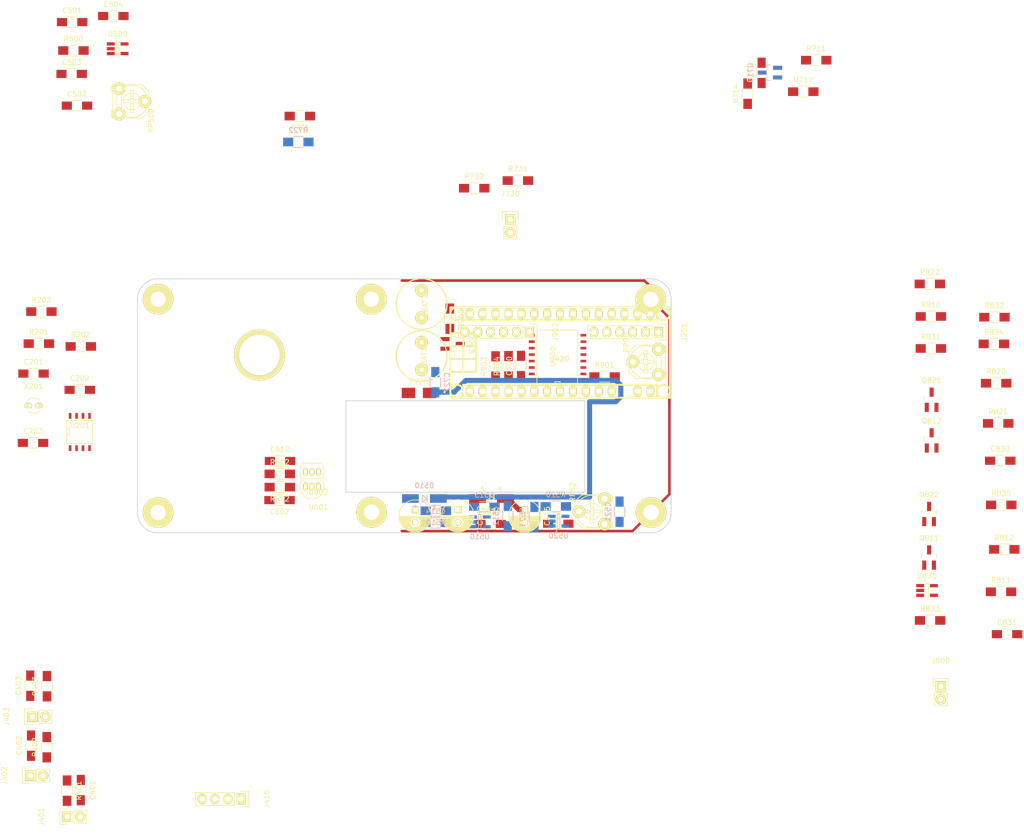
<source format=kicad_pcb>
(kicad_pcb (version 4) (host pcbnew 4.0.2-stable)

  (general
    (links 206)
    (no_connects 201)
    (area 47.324999 26.724999 152.475001 76.875001)
    (thickness 1.6)
    (drawings 366)
    (tracks 28)
    (zones 0)
    (modules 99)
    (nets 55)
  )

  (page A4)
  (layers
    (0 F.Cu signal)
    (31 B.Cu signal)
    (32 B.Adhes user)
    (33 F.Adhes user)
    (34 B.Paste user)
    (35 F.Paste user)
    (36 B.SilkS user)
    (37 F.SilkS user)
    (38 B.Mask user)
    (39 F.Mask user)
    (40 Dwgs.User user hide)
    (41 Cmts.User user)
    (42 Eco1.User user)
    (43 Eco2.User user)
    (44 Edge.Cuts user)
    (45 Margin user)
    (46 B.CrtYd user)
    (47 F.CrtYd user)
    (48 B.Fab user)
    (49 F.Fab user)
  )

  (setup
    (last_trace_width 1)
    (user_trace_width 0.2)
    (user_trace_width 0.5)
    (user_trace_width 1)
    (trace_clearance 0.2)
    (zone_clearance 0.2)
    (zone_45_only yes)
    (trace_min 0.2)
    (segment_width 0.2)
    (edge_width 0.1)
    (via_size 0.6)
    (via_drill 0.4)
    (via_min_size 0.4)
    (via_min_drill 0.3)
    (uvia_size 0.3)
    (uvia_drill 0.1)
    (uvias_allowed no)
    (uvia_min_size 0.2)
    (uvia_min_drill 0.1)
    (pcb_text_width 0.3)
    (pcb_text_size 1.5 1.5)
    (mod_edge_width 0.15)
    (mod_text_size 1 1)
    (mod_text_width 0.15)
    (pad_size 1.524 1.524)
    (pad_drill 0.762)
    (pad_to_mask_clearance 0.2)
    (aux_axis_origin 51.5 76.8)
    (visible_elements 7FFFFFEF)
    (pcbplotparams
      (layerselection 0x00030_80000001)
      (usegerberextensions false)
      (excludeedgelayer true)
      (linewidth 0.200000)
      (plotframeref false)
      (viasonmask false)
      (mode 1)
      (useauxorigin false)
      (hpglpennumber 1)
      (hpglpenspeed 20)
      (hpglpendiameter 15)
      (hpglpenoverlay 2)
      (psnegative false)
      (psa4output false)
      (plotreference true)
      (plotvalue true)
      (plotinvisibletext false)
      (padsonsilk false)
      (subtractmaskfromsilk false)
      (outputformat 1)
      (mirror false)
      (drillshape 1)
      (scaleselection 1)
      (outputdirectory ""))
  )

  (net 0 "")
  (net 1 "Net-(BAT1-Pad1)")
  (net 2 "Net-(BAT1-Pad2)")
  (net 3 GND)
  (net 4 "Net-(C201-Pad1)")
  (net 5 "Net-(C202-Pad1)")
  (net 6 V_rtc)
  (net 7 BP1)
  (net 8 BP2)
  (net 9 BP3)
  (net 10 V_sol)
  (net 11 "Net-(C503-Pad1)")
  (net 12 V_bat)
  (net 13 "Net-(C511-Pad1)")
  (net 14 "Net-(C513-Pad1)")
  (net 15 VCC)
  (net 16 "Net-(C522-Pad1)")
  (net 17 VPP)
  (net 18 quadA)
  (net 19 quadB)
  (net 20 V_ref)
  (net 21 M_imot)
  (net 22 SDA)
  (net 23 SCL)
  (net 24 alarm)
  (net 25 C_bkw)
  (net 26 C_frw)
  (net 27 charge_OFF)
  (net 28 M_bat)
  (net 29 M_sol)
  (net 30 mot_A)
  (net 31 mot_B)
  (net 32 "Net-(J901-Pad3)")
  (net 33 "Net-(J901-Pad4)")
  (net 34 "Net-(J901-Pad5)")
  (net 35 "Net-(J901-Pad6)")
  (net 36 "Net-(J902-Pad1)")
  (net 37 "Net-(J902-Pad2)")
  (net 38 "Net-(J902-Pad3)")
  (net 39 "Net-(J902-Pad4)")
  (net 40 "Net-(J902-Pad6)")
  (net 41 "Net-(Q811-Pad1)")
  (net 42 "Net-(Q811-Pad2)")
  (net 43 "Net-(Q812-Pad1)")
  (net 44 "Net-(Q821-Pad1)")
  (net 45 "Net-(Q822-Pad1)")
  (net 46 "Net-(Q900-Pad1)")
  (net 47 "Net-(R510-Pad2)")
  (net 48 VppEn)
  (net 49 "Net-(R831-Pad2)")
  (net 50 "Net-(R832-Pad2)")
  (net 51 "Net-(R833-Pad1)")
  (net 52 "Net-(R901-Pad1)")
  (net 53 "Net-(R902-Pad1)")
  (net 54 "Net-(R711-Pad1)")

  (net_class Default "This is the default net class."
    (clearance 0.2)
    (trace_width 0.25)
    (via_dia 0.6)
    (via_drill 0.4)
    (uvia_dia 0.3)
    (uvia_drill 0.1)
    (add_net BP1)
    (add_net BP2)
    (add_net BP3)
    (add_net C_bkw)
    (add_net C_frw)
    (add_net GND)
    (add_net M_bat)
    (add_net M_imot)
    (add_net M_sol)
    (add_net "Net-(BAT1-Pad1)")
    (add_net "Net-(BAT1-Pad2)")
    (add_net "Net-(C201-Pad1)")
    (add_net "Net-(C202-Pad1)")
    (add_net "Net-(C503-Pad1)")
    (add_net "Net-(C511-Pad1)")
    (add_net "Net-(C513-Pad1)")
    (add_net "Net-(C522-Pad1)")
    (add_net "Net-(J901-Pad3)")
    (add_net "Net-(J901-Pad4)")
    (add_net "Net-(J901-Pad5)")
    (add_net "Net-(J901-Pad6)")
    (add_net "Net-(J902-Pad1)")
    (add_net "Net-(J902-Pad2)")
    (add_net "Net-(J902-Pad3)")
    (add_net "Net-(J902-Pad4)")
    (add_net "Net-(J902-Pad6)")
    (add_net "Net-(Q811-Pad1)")
    (add_net "Net-(Q811-Pad2)")
    (add_net "Net-(Q812-Pad1)")
    (add_net "Net-(Q821-Pad1)")
    (add_net "Net-(Q822-Pad1)")
    (add_net "Net-(Q900-Pad1)")
    (add_net "Net-(R510-Pad2)")
    (add_net "Net-(R711-Pad1)")
    (add_net "Net-(R831-Pad2)")
    (add_net "Net-(R832-Pad2)")
    (add_net "Net-(R833-Pad1)")
    (add_net "Net-(R901-Pad1)")
    (add_net "Net-(R902-Pad1)")
    (add_net SCL)
    (add_net SDA)
    (add_net VCC)
    (add_net VPP)
    (add_net V_bat)
    (add_net V_ref)
    (add_net V_rtc)
    (add_net V_sol)
    (add_net VppEn)
    (add_net alarm)
    (add_net charge_OFF)
    (add_net mot_A)
    (add_net mot_B)
    (add_net quadA)
    (add_net quadB)
  )

  (module gdi:3mmPTH locked (layer F.Cu) (tedit 57F208AC) (tstamp 57EE44C3)
    (at 51.45 30.8)
    (path /57F232FB)
    (fp_text reference H1 (at 0 0.5) (layer F.SilkS)
      (effects (font (size 1 1) (thickness 0.15)))
    )
    (fp_text value hole (at 0 -0.5) (layer F.Fab)
      (effects (font (size 1 1) (thickness 0.15)))
    )
    (pad 1 thru_hole circle (at 0 0) (size 6 6) (drill 3) (layers *.Cu *.Mask F.SilkS)
      (net 3 GND))
  )

  (module gdi:HFC1025 (layer F.Cu) (tedit 57EE3F23) (tstamp 57EE4403)
    (at 103.3 42 90)
    (path /57F92ED9)
    (fp_text reference BAT1 (at 0 0.5 90) (layer F.SilkS)
      (effects (font (size 1 1) (thickness 0.15)))
    )
    (fp_text value BAT (at 0 -0.5 90) (layer F.Fab)
      (effects (font (size 1 1) (thickness 0.15)))
    )
    (fp_circle (center 0 0) (end 5 0) (layer F.SilkS) (width 0.25))
    (pad 1 thru_hole circle (at -2.7 0 90) (size 2.5 2.5) (drill 0.8) (layers *.Cu *.Mask F.SilkS)
      (net 1 "Net-(BAT1-Pad1)"))
    (pad 2 thru_hole circle (at 2.7 0 90) (size 2.5 2.5) (drill 0.8) (layers *.Cu *.Mask F.SilkS)
      (net 2 "Net-(BAT1-Pad2)"))
  )

  (module gdi:HFC1025 (layer F.Cu) (tedit 57F229AA) (tstamp 57EE440A)
    (at 103.3 31.75 90)
    (path /57F9300B)
    (fp_text reference BAT2 (at 0.1 0.7 90) (layer F.SilkS)
      (effects (font (size 1 1) (thickness 0.15)))
    )
    (fp_text value BAT (at 0 -0.5 90) (layer F.Fab)
      (effects (font (size 1 1) (thickness 0.15)))
    )
    (fp_circle (center 0 0) (end 5 0) (layer F.SilkS) (width 0.25))
    (pad 1 thru_hole circle (at -2.7 0 90) (size 2.5 2.5) (drill 0.8) (layers *.Cu *.Mask F.SilkS)
      (net 2 "Net-(BAT1-Pad2)"))
    (pad 2 thru_hole circle (at 2.7 0 90) (size 2.5 2.5) (drill 0.8) (layers *.Cu *.Mask F.SilkS)
      (net 3 GND))
  )

  (module Capacitors_SMD:C_1206_HandSoldering (layer F.Cu) (tedit 541A9C03) (tstamp 57EE4410)
    (at 26.95 45.45)
    (descr "Capacitor SMD 1206, hand soldering")
    (tags "capacitor 1206")
    (path /573BFC1D)
    (attr smd)
    (fp_text reference C201 (at 0 -2.3) (layer F.SilkS)
      (effects (font (size 1 1) (thickness 0.15)))
    )
    (fp_text value 10p (at 0 2.3) (layer F.Fab)
      (effects (font (size 1 1) (thickness 0.15)))
    )
    (fp_line (start -3.3 -1.15) (end 3.3 -1.15) (layer F.CrtYd) (width 0.05))
    (fp_line (start -3.3 1.15) (end 3.3 1.15) (layer F.CrtYd) (width 0.05))
    (fp_line (start -3.3 -1.15) (end -3.3 1.15) (layer F.CrtYd) (width 0.05))
    (fp_line (start 3.3 -1.15) (end 3.3 1.15) (layer F.CrtYd) (width 0.05))
    (fp_line (start 1 -1.025) (end -1 -1.025) (layer F.SilkS) (width 0.15))
    (fp_line (start -1 1.025) (end 1 1.025) (layer F.SilkS) (width 0.15))
    (pad 1 smd rect (at -2 0) (size 2 1.6) (layers F.Cu F.Paste F.Mask)
      (net 4 "Net-(C201-Pad1)"))
    (pad 2 smd rect (at 2 0) (size 2 1.6) (layers F.Cu F.Paste F.Mask)
      (net 3 GND))
    (model Capacitors_SMD.3dshapes/C_1206_HandSoldering.wrl
      (at (xyz 0 0 0))
      (scale (xyz 1 1 1))
      (rotate (xyz 0 0 0))
    )
  )

  (module Capacitors_SMD:C_1206_HandSoldering (layer F.Cu) (tedit 541A9C03) (tstamp 57EE4416)
    (at 36.05 48.65)
    (descr "Capacitor SMD 1206, hand soldering")
    (tags "capacitor 1206")
    (path /573BFB1E)
    (attr smd)
    (fp_text reference C202 (at 0 -2.3) (layer F.SilkS)
      (effects (font (size 1 1) (thickness 0.15)))
    )
    (fp_text value 10p (at 0 2.3) (layer F.Fab)
      (effects (font (size 1 1) (thickness 0.15)))
    )
    (fp_line (start -3.3 -1.15) (end 3.3 -1.15) (layer F.CrtYd) (width 0.05))
    (fp_line (start -3.3 1.15) (end 3.3 1.15) (layer F.CrtYd) (width 0.05))
    (fp_line (start -3.3 -1.15) (end -3.3 1.15) (layer F.CrtYd) (width 0.05))
    (fp_line (start 3.3 -1.15) (end 3.3 1.15) (layer F.CrtYd) (width 0.05))
    (fp_line (start 1 -1.025) (end -1 -1.025) (layer F.SilkS) (width 0.15))
    (fp_line (start -1 1.025) (end 1 1.025) (layer F.SilkS) (width 0.15))
    (pad 1 smd rect (at -2 0) (size 2 1.6) (layers F.Cu F.Paste F.Mask)
      (net 5 "Net-(C202-Pad1)"))
    (pad 2 smd rect (at 2 0) (size 2 1.6) (layers F.Cu F.Paste F.Mask)
      (net 3 GND))
    (model Capacitors_SMD.3dshapes/C_1206_HandSoldering.wrl
      (at (xyz 0 0 0))
      (scale (xyz 1 1 1))
      (rotate (xyz 0 0 0))
    )
  )

  (module Capacitors_SMD:C_1206_HandSoldering (layer F.Cu) (tedit 541A9C03) (tstamp 57EE441C)
    (at 26.85 59.1)
    (descr "Capacitor SMD 1206, hand soldering")
    (tags "capacitor 1206")
    (path /573E00FC)
    (attr smd)
    (fp_text reference C203 (at 0 -2.3) (layer F.SilkS)
      (effects (font (size 1 1) (thickness 0.15)))
    )
    (fp_text value 10n (at 0 2.3) (layer F.Fab)
      (effects (font (size 1 1) (thickness 0.15)))
    )
    (fp_line (start -3.3 -1.15) (end 3.3 -1.15) (layer F.CrtYd) (width 0.05))
    (fp_line (start -3.3 1.15) (end 3.3 1.15) (layer F.CrtYd) (width 0.05))
    (fp_line (start -3.3 -1.15) (end -3.3 1.15) (layer F.CrtYd) (width 0.05))
    (fp_line (start 3.3 -1.15) (end 3.3 1.15) (layer F.CrtYd) (width 0.05))
    (fp_line (start 1 -1.025) (end -1 -1.025) (layer F.SilkS) (width 0.15))
    (fp_line (start -1 1.025) (end 1 1.025) (layer F.SilkS) (width 0.15))
    (pad 1 smd rect (at -2 0) (size 2 1.6) (layers F.Cu F.Paste F.Mask)
      (net 6 V_rtc))
    (pad 2 smd rect (at 2 0) (size 2 1.6) (layers F.Cu F.Paste F.Mask)
      (net 3 GND))
    (model Capacitors_SMD.3dshapes/C_1206_HandSoldering.wrl
      (at (xyz 0 0 0))
      (scale (xyz 1 1 1))
      (rotate (xyz 0 0 0))
    )
  )

  (module Capacitors_SMD:C_1206_HandSoldering (layer F.Cu) (tedit 541A9C03) (tstamp 57EE4422)
    (at 36.25 127.45 270)
    (descr "Capacitor SMD 1206, hand soldering")
    (tags "capacitor 1206")
    (path /573C838A)
    (attr smd)
    (fp_text reference C401 (at 0 -2.3 270) (layer F.SilkS)
      (effects (font (size 1 1) (thickness 0.15)))
    )
    (fp_text value 10n (at 0 2.3 270) (layer F.Fab)
      (effects (font (size 1 1) (thickness 0.15)))
    )
    (fp_line (start -3.3 -1.15) (end 3.3 -1.15) (layer F.CrtYd) (width 0.05))
    (fp_line (start -3.3 1.15) (end 3.3 1.15) (layer F.CrtYd) (width 0.05))
    (fp_line (start -3.3 -1.15) (end -3.3 1.15) (layer F.CrtYd) (width 0.05))
    (fp_line (start 3.3 -1.15) (end 3.3 1.15) (layer F.CrtYd) (width 0.05))
    (fp_line (start 1 -1.025) (end -1 -1.025) (layer F.SilkS) (width 0.15))
    (fp_line (start -1 1.025) (end 1 1.025) (layer F.SilkS) (width 0.15))
    (pad 1 smd rect (at -2 0 270) (size 2 1.6) (layers F.Cu F.Paste F.Mask)
      (net 7 BP1))
    (pad 2 smd rect (at 2 0 270) (size 2 1.6) (layers F.Cu F.Paste F.Mask)
      (net 3 GND))
    (model Capacitors_SMD.3dshapes/C_1206_HandSoldering.wrl
      (at (xyz 0 0 0))
      (scale (xyz 1 1 1))
      (rotate (xyz 0 0 0))
    )
  )

  (module Capacitors_SMD:C_1206_HandSoldering (layer F.Cu) (tedit 541A9C03) (tstamp 57EE4428)
    (at 26.45 118.7 90)
    (descr "Capacitor SMD 1206, hand soldering")
    (tags "capacitor 1206")
    (path /57C1BF1E)
    (attr smd)
    (fp_text reference C402 (at 0 -2.3 90) (layer F.SilkS)
      (effects (font (size 1 1) (thickness 0.15)))
    )
    (fp_text value 10n (at 0 2.3 90) (layer F.Fab)
      (effects (font (size 1 1) (thickness 0.15)))
    )
    (fp_line (start -3.3 -1.15) (end 3.3 -1.15) (layer F.CrtYd) (width 0.05))
    (fp_line (start -3.3 1.15) (end 3.3 1.15) (layer F.CrtYd) (width 0.05))
    (fp_line (start -3.3 -1.15) (end -3.3 1.15) (layer F.CrtYd) (width 0.05))
    (fp_line (start 3.3 -1.15) (end 3.3 1.15) (layer F.CrtYd) (width 0.05))
    (fp_line (start 1 -1.025) (end -1 -1.025) (layer F.SilkS) (width 0.15))
    (fp_line (start -1 1.025) (end 1 1.025) (layer F.SilkS) (width 0.15))
    (pad 1 smd rect (at -2 0 90) (size 2 1.6) (layers F.Cu F.Paste F.Mask)
      (net 8 BP2))
    (pad 2 smd rect (at 2 0 90) (size 2 1.6) (layers F.Cu F.Paste F.Mask)
      (net 3 GND))
    (model Capacitors_SMD.3dshapes/C_1206_HandSoldering.wrl
      (at (xyz 0 0 0))
      (scale (xyz 1 1 1))
      (rotate (xyz 0 0 0))
    )
  )

  (module Capacitors_SMD:C_1206_HandSoldering (layer F.Cu) (tedit 541A9C03) (tstamp 57EE442E)
    (at 26.3 106.9 90)
    (descr "Capacitor SMD 1206, hand soldering")
    (tags "capacitor 1206")
    (path /57C1C067)
    (attr smd)
    (fp_text reference C403 (at 0 -2.3 90) (layer F.SilkS)
      (effects (font (size 1 1) (thickness 0.15)))
    )
    (fp_text value 10n (at 0 2.3 90) (layer F.Fab)
      (effects (font (size 1 1) (thickness 0.15)))
    )
    (fp_line (start -3.3 -1.15) (end 3.3 -1.15) (layer F.CrtYd) (width 0.05))
    (fp_line (start -3.3 1.15) (end 3.3 1.15) (layer F.CrtYd) (width 0.05))
    (fp_line (start -3.3 -1.15) (end -3.3 1.15) (layer F.CrtYd) (width 0.05))
    (fp_line (start 3.3 -1.15) (end 3.3 1.15) (layer F.CrtYd) (width 0.05))
    (fp_line (start 1 -1.025) (end -1 -1.025) (layer F.SilkS) (width 0.15))
    (fp_line (start -1 1.025) (end 1 1.025) (layer F.SilkS) (width 0.15))
    (pad 1 smd rect (at -2 0 90) (size 2 1.6) (layers F.Cu F.Paste F.Mask)
      (net 9 BP3))
    (pad 2 smd rect (at 2 0 90) (size 2 1.6) (layers F.Cu F.Paste F.Mask)
      (net 3 GND))
    (model Capacitors_SMD.3dshapes/C_1206_HandSoldering.wrl
      (at (xyz 0 0 0))
      (scale (xyz 1 1 1))
      (rotate (xyz 0 0 0))
    )
  )

  (module Capacitors_SMD:C_1206_HandSoldering (layer F.Cu) (tedit 541A9C03) (tstamp 57EE4434)
    (at 34.55 -23.75)
    (descr "Capacitor SMD 1206, hand soldering")
    (tags "capacitor 1206")
    (path /57C0AF26)
    (attr smd)
    (fp_text reference C501 (at 0 -2.3) (layer F.SilkS)
      (effects (font (size 1 1) (thickness 0.15)))
    )
    (fp_text value 10uF (at 0 2.3) (layer F.Fab)
      (effects (font (size 1 1) (thickness 0.15)))
    )
    (fp_line (start -3.3 -1.15) (end 3.3 -1.15) (layer F.CrtYd) (width 0.05))
    (fp_line (start -3.3 1.15) (end 3.3 1.15) (layer F.CrtYd) (width 0.05))
    (fp_line (start -3.3 -1.15) (end -3.3 1.15) (layer F.CrtYd) (width 0.05))
    (fp_line (start 3.3 -1.15) (end 3.3 1.15) (layer F.CrtYd) (width 0.05))
    (fp_line (start 1 -1.025) (end -1 -1.025) (layer F.SilkS) (width 0.15))
    (fp_line (start -1 1.025) (end 1 1.025) (layer F.SilkS) (width 0.15))
    (pad 1 smd rect (at -2 0) (size 2 1.6) (layers F.Cu F.Paste F.Mask)
      (net 10 V_sol))
    (pad 2 smd rect (at 2 0) (size 2 1.6) (layers F.Cu F.Paste F.Mask)
      (net 3 GND))
    (model Capacitors_SMD.3dshapes/C_1206_HandSoldering.wrl
      (at (xyz 0 0 0))
      (scale (xyz 1 1 1))
      (rotate (xyz 0 0 0))
    )
  )

  (module Capacitors_SMD:C_1206_HandSoldering (layer F.Cu) (tedit 541A9C03) (tstamp 57EE443A)
    (at 35.5 -7.3)
    (descr "Capacitor SMD 1206, hand soldering")
    (tags "capacitor 1206")
    (path /57C08080)
    (attr smd)
    (fp_text reference C502 (at 0 -2.3) (layer F.SilkS)
      (effects (font (size 1 1) (thickness 0.15)))
    )
    (fp_text value 10n (at 0 2.3) (layer F.Fab)
      (effects (font (size 1 1) (thickness 0.15)))
    )
    (fp_line (start -3.3 -1.15) (end 3.3 -1.15) (layer F.CrtYd) (width 0.05))
    (fp_line (start -3.3 1.15) (end 3.3 1.15) (layer F.CrtYd) (width 0.05))
    (fp_line (start -3.3 -1.15) (end -3.3 1.15) (layer F.CrtYd) (width 0.05))
    (fp_line (start 3.3 -1.15) (end 3.3 1.15) (layer F.CrtYd) (width 0.05))
    (fp_line (start 1 -1.025) (end -1 -1.025) (layer F.SilkS) (width 0.15))
    (fp_line (start -1 1.025) (end 1 1.025) (layer F.SilkS) (width 0.15))
    (pad 1 smd rect (at -2 0) (size 2 1.6) (layers F.Cu F.Paste F.Mask)
      (net 10 V_sol))
    (pad 2 smd rect (at 2 0) (size 2 1.6) (layers F.Cu F.Paste F.Mask)
      (net 3 GND))
    (model Capacitors_SMD.3dshapes/C_1206_HandSoldering.wrl
      (at (xyz 0 0 0))
      (scale (xyz 1 1 1))
      (rotate (xyz 0 0 0))
    )
  )

  (module Capacitors_SMD:C_1206_HandSoldering (layer F.Cu) (tedit 541A9C03) (tstamp 57EE4440)
    (at 34.45 -13.55)
    (descr "Capacitor SMD 1206, hand soldering")
    (tags "capacitor 1206")
    (path /57C110DB)
    (attr smd)
    (fp_text reference C503 (at 0 -2.3) (layer F.SilkS)
      (effects (font (size 1 1) (thickness 0.15)))
    )
    (fp_text value 10n (at 0 2.3) (layer F.Fab)
      (effects (font (size 1 1) (thickness 0.15)))
    )
    (fp_line (start -3.3 -1.15) (end 3.3 -1.15) (layer F.CrtYd) (width 0.05))
    (fp_line (start -3.3 1.15) (end 3.3 1.15) (layer F.CrtYd) (width 0.05))
    (fp_line (start -3.3 -1.15) (end -3.3 1.15) (layer F.CrtYd) (width 0.05))
    (fp_line (start 3.3 -1.15) (end 3.3 1.15) (layer F.CrtYd) (width 0.05))
    (fp_line (start 1 -1.025) (end -1 -1.025) (layer F.SilkS) (width 0.15))
    (fp_line (start -1 1.025) (end 1 1.025) (layer F.SilkS) (width 0.15))
    (pad 1 smd rect (at -2 0) (size 2 1.6) (layers F.Cu F.Paste F.Mask)
      (net 11 "Net-(C503-Pad1)"))
    (pad 2 smd rect (at 2 0) (size 2 1.6) (layers F.Cu F.Paste F.Mask)
      (net 3 GND))
    (model Capacitors_SMD.3dshapes/C_1206_HandSoldering.wrl
      (at (xyz 0 0 0))
      (scale (xyz 1 1 1))
      (rotate (xyz 0 0 0))
    )
  )

  (module Capacitors_SMD:C_1206_HandSoldering (layer F.Cu) (tedit 541A9C03) (tstamp 57EE4446)
    (at 42.65 -24.95)
    (descr "Capacitor SMD 1206, hand soldering")
    (tags "capacitor 1206")
    (path /57C12788)
    (attr smd)
    (fp_text reference C504 (at 0 -2.3) (layer F.SilkS)
      (effects (font (size 1 1) (thickness 0.15)))
    )
    (fp_text value 10uF (at 0 2.3) (layer F.Fab)
      (effects (font (size 1 1) (thickness 0.15)))
    )
    (fp_line (start -3.3 -1.15) (end 3.3 -1.15) (layer F.CrtYd) (width 0.05))
    (fp_line (start -3.3 1.15) (end 3.3 1.15) (layer F.CrtYd) (width 0.05))
    (fp_line (start -3.3 -1.15) (end -3.3 1.15) (layer F.CrtYd) (width 0.05))
    (fp_line (start 3.3 -1.15) (end 3.3 1.15) (layer F.CrtYd) (width 0.05))
    (fp_line (start 1 -1.025) (end -1 -1.025) (layer F.SilkS) (width 0.15))
    (fp_line (start -1 1.025) (end 1 1.025) (layer F.SilkS) (width 0.15))
    (pad 1 smd rect (at -2 0) (size 2 1.6) (layers F.Cu F.Paste F.Mask)
      (net 12 V_bat))
    (pad 2 smd rect (at 2 0) (size 2 1.6) (layers F.Cu F.Paste F.Mask)
      (net 3 GND))
    (model Capacitors_SMD.3dshapes/C_1206_HandSoldering.wrl
      (at (xyz 0 0 0))
      (scale (xyz 1 1 1))
      (rotate (xyz 0 0 0))
    )
  )

  (module Capacitors_SMD:C_1206_HandSoldering (layer B.Cu) (tedit 541A9C03) (tstamp 57EE4452)
    (at 120.25 73.5 270)
    (descr "Capacitor SMD 1206, hand soldering")
    (tags "capacitor 1206")
    (path /57EDDFD5)
    (attr smd)
    (fp_text reference C512 (at 0 2.3 270) (layer B.SilkS)
      (effects (font (size 1 1) (thickness 0.15)) (justify mirror))
    )
    (fp_text value 10uF (at 0 -2.3 270) (layer B.Fab)
      (effects (font (size 1 1) (thickness 0.15)) (justify mirror))
    )
    (fp_line (start -3.3 1.15) (end 3.3 1.15) (layer B.CrtYd) (width 0.05))
    (fp_line (start -3.3 -1.15) (end 3.3 -1.15) (layer B.CrtYd) (width 0.05))
    (fp_line (start -3.3 1.15) (end -3.3 -1.15) (layer B.CrtYd) (width 0.05))
    (fp_line (start 3.3 1.15) (end 3.3 -1.15) (layer B.CrtYd) (width 0.05))
    (fp_line (start 1 1.025) (end -1 1.025) (layer B.SilkS) (width 0.15))
    (fp_line (start -1 -1.025) (end 1 -1.025) (layer B.SilkS) (width 0.15))
    (pad 1 smd rect (at -2 0 270) (size 2 1.6) (layers B.Cu B.Paste B.Mask)
      (net 15 VCC))
    (pad 2 smd rect (at 2 0 270) (size 2 1.6) (layers B.Cu B.Paste B.Mask)
      (net 3 GND))
    (model Capacitors_SMD.3dshapes/C_1206_HandSoldering.wrl
      (at (xyz 0 0 0))
      (scale (xyz 1 1 1))
      (rotate (xyz 0 0 0))
    )
  )

  (module Capacitors_SMD:C_1206_HandSoldering (layer B.Cu) (tedit 541A9C03) (tstamp 57EE4458)
    (at 115.65 71.65 180)
    (descr "Capacitor SMD 1206, hand soldering")
    (tags "capacitor 1206")
    (path /57EDDFCF)
    (attr smd)
    (fp_text reference C513 (at 0 2.3 180) (layer B.SilkS)
      (effects (font (size 1 1) (thickness 0.15)) (justify mirror))
    )
    (fp_text value 10n (at 0 -2.3 180) (layer B.Fab)
      (effects (font (size 1 1) (thickness 0.15)) (justify mirror))
    )
    (fp_line (start -3.3 1.15) (end 3.3 1.15) (layer B.CrtYd) (width 0.05))
    (fp_line (start -3.3 -1.15) (end 3.3 -1.15) (layer B.CrtYd) (width 0.05))
    (fp_line (start -3.3 1.15) (end -3.3 -1.15) (layer B.CrtYd) (width 0.05))
    (fp_line (start 3.3 1.15) (end 3.3 -1.15) (layer B.CrtYd) (width 0.05))
    (fp_line (start 1 1.025) (end -1 1.025) (layer B.SilkS) (width 0.15))
    (fp_line (start -1 -1.025) (end 1 -1.025) (layer B.SilkS) (width 0.15))
    (pad 1 smd rect (at -2 0 180) (size 2 1.6) (layers B.Cu B.Paste B.Mask)
      (net 14 "Net-(C513-Pad1)"))
    (pad 2 smd rect (at 2 0 180) (size 2 1.6) (layers B.Cu B.Paste B.Mask)
      (net 3 GND))
    (model Capacitors_SMD.3dshapes/C_1206_HandSoldering.wrl
      (at (xyz 0 0 0))
      (scale (xyz 1 1 1))
      (rotate (xyz 0 0 0))
    )
  )

  (module Capacitors_SMD:C_1206_HandSoldering (layer B.Cu) (tedit 541A9C03) (tstamp 57EE445E)
    (at 106.05 74.85 180)
    (descr "Capacitor SMD 1206, hand soldering")
    (tags "capacitor 1206")
    (path /57EDDFB1)
    (attr smd)
    (fp_text reference C514 (at 0 2.3 180) (layer B.SilkS)
      (effects (font (size 1 1) (thickness 0.15)) (justify mirror))
    )
    (fp_text value 10uF (at 0 -2.3 180) (layer B.Fab)
      (effects (font (size 1 1) (thickness 0.15)) (justify mirror))
    )
    (fp_line (start -3.3 1.15) (end 3.3 1.15) (layer B.CrtYd) (width 0.05))
    (fp_line (start -3.3 -1.15) (end 3.3 -1.15) (layer B.CrtYd) (width 0.05))
    (fp_line (start -3.3 1.15) (end -3.3 -1.15) (layer B.CrtYd) (width 0.05))
    (fp_line (start 3.3 1.15) (end 3.3 -1.15) (layer B.CrtYd) (width 0.05))
    (fp_line (start 1 1.025) (end -1 1.025) (layer B.SilkS) (width 0.15))
    (fp_line (start -1 -1.025) (end 1 -1.025) (layer B.SilkS) (width 0.15))
    (pad 1 smd rect (at -2 0 180) (size 2 1.6) (layers B.Cu B.Paste B.Mask)
      (net 13 "Net-(C511-Pad1)"))
    (pad 2 smd rect (at 2 0 180) (size 2 1.6) (layers B.Cu B.Paste B.Mask)
      (net 3 GND))
    (model Capacitors_SMD.3dshapes/C_1206_HandSoldering.wrl
      (at (xyz 0 0 0))
      (scale (xyz 1 1 1))
      (rotate (xyz 0 0 0))
    )
  )

  (module Capacitors_SMD:C_1206_HandSoldering (layer B.Cu) (tedit 541A9C03) (tstamp 57EE4464)
    (at 142.25 72.65 270)
    (descr "Capacitor SMD 1206, hand soldering")
    (tags "capacitor 1206")
    (path /57F6986D)
    (attr smd)
    (fp_text reference C521 (at 0 2.3 270) (layer B.SilkS)
      (effects (font (size 1 1) (thickness 0.15)) (justify mirror))
    )
    (fp_text value 10uF (at 0 -2.3 270) (layer B.Fab)
      (effects (font (size 1 1) (thickness 0.15)) (justify mirror))
    )
    (fp_line (start -3.3 1.15) (end 3.3 1.15) (layer B.CrtYd) (width 0.05))
    (fp_line (start -3.3 -1.15) (end 3.3 -1.15) (layer B.CrtYd) (width 0.05))
    (fp_line (start -3.3 1.15) (end -3.3 -1.15) (layer B.CrtYd) (width 0.05))
    (fp_line (start 3.3 1.15) (end 3.3 -1.15) (layer B.CrtYd) (width 0.05))
    (fp_line (start 1 1.025) (end -1 1.025) (layer B.SilkS) (width 0.15))
    (fp_line (start -1 -1.025) (end 1 -1.025) (layer B.SilkS) (width 0.15))
    (pad 1 smd rect (at -2 0 270) (size 2 1.6) (layers B.Cu B.Paste B.Mask)
      (net 17 VPP))
    (pad 2 smd rect (at 2 0 270) (size 2 1.6) (layers B.Cu B.Paste B.Mask)
      (net 3 GND))
    (model Capacitors_SMD.3dshapes/C_1206_HandSoldering.wrl
      (at (xyz 0 0 0))
      (scale (xyz 1 1 1))
      (rotate (xyz 0 0 0))
    )
  )

  (module Capacitors_SMD:C_1206_HandSoldering (layer F.Cu) (tedit 541A9C03) (tstamp 57EE446A)
    (at 130.2 75 180)
    (descr "Capacitor SMD 1206, hand soldering")
    (tags "capacitor 1206")
    (path /57F6989F)
    (attr smd)
    (fp_text reference C522 (at 0 -2.3 180) (layer F.SilkS)
      (effects (font (size 1 1) (thickness 0.15)))
    )
    (fp_text value 10n (at 0 2.3 180) (layer F.Fab)
      (effects (font (size 1 1) (thickness 0.15)))
    )
    (fp_line (start -3.3 -1.15) (end 3.3 -1.15) (layer F.CrtYd) (width 0.05))
    (fp_line (start -3.3 1.15) (end 3.3 1.15) (layer F.CrtYd) (width 0.05))
    (fp_line (start -3.3 -1.15) (end -3.3 1.15) (layer F.CrtYd) (width 0.05))
    (fp_line (start 3.3 -1.15) (end 3.3 1.15) (layer F.CrtYd) (width 0.05))
    (fp_line (start 1 -1.025) (end -1 -1.025) (layer F.SilkS) (width 0.15))
    (fp_line (start -1 1.025) (end 1 1.025) (layer F.SilkS) (width 0.15))
    (pad 1 smd rect (at -2 0 180) (size 2 1.6) (layers F.Cu F.Paste F.Mask)
      (net 16 "Net-(C522-Pad1)"))
    (pad 2 smd rect (at 2 0 180) (size 2 1.6) (layers F.Cu F.Paste F.Mask)
      (net 3 GND))
    (model Capacitors_SMD.3dshapes/C_1206_HandSoldering.wrl
      (at (xyz 0 0 0))
      (scale (xyz 1 1 1))
      (rotate (xyz 0 0 0))
    )
  )

  (module Capacitors_SMD:C_1206_HandSoldering (layer B.Cu) (tedit 541A9C03) (tstamp 57EE4470)
    (at 125.5 73.7 270)
    (descr "Capacitor SMD 1206, hand soldering")
    (tags "capacitor 1206")
    (path /57F6984F)
    (attr smd)
    (fp_text reference C523 (at 0 2.3 270) (layer B.SilkS)
      (effects (font (size 1 1) (thickness 0.15)) (justify mirror))
    )
    (fp_text value 10uF (at 0 -2.3 270) (layer B.Fab)
      (effects (font (size 1 1) (thickness 0.15)) (justify mirror))
    )
    (fp_line (start -3.3 1.15) (end 3.3 1.15) (layer B.CrtYd) (width 0.05))
    (fp_line (start -3.3 -1.15) (end 3.3 -1.15) (layer B.CrtYd) (width 0.05))
    (fp_line (start -3.3 1.15) (end -3.3 -1.15) (layer B.CrtYd) (width 0.05))
    (fp_line (start 3.3 1.15) (end 3.3 -1.15) (layer B.CrtYd) (width 0.05))
    (fp_line (start 1 1.025) (end -1 1.025) (layer B.SilkS) (width 0.15))
    (fp_line (start -1 -1.025) (end 1 -1.025) (layer B.SilkS) (width 0.15))
    (pad 1 smd rect (at -2 0 270) (size 2 1.6) (layers B.Cu B.Paste B.Mask)
      (net 12 V_bat))
    (pad 2 smd rect (at 2 0 270) (size 2 1.6) (layers B.Cu B.Paste B.Mask)
      (net 3 GND))
    (model Capacitors_SMD.3dshapes/C_1206_HandSoldering.wrl
      (at (xyz 0 0 0))
      (scale (xyz 1 1 1))
      (rotate (xyz 0 0 0))
    )
  )

  (module Capacitors_SMD:C_1206_HandSoldering (layer F.Cu) (tedit 541A9C03) (tstamp 57EE447C)
    (at 116.9 75.05)
    (descr "Capacitor SMD 1206, hand soldering")
    (tags "capacitor 1206")
    (path /57F006A5)
    (attr smd)
    (fp_text reference C531 (at 0 -2.3) (layer F.SilkS)
      (effects (font (size 1 1) (thickness 0.15)))
    )
    (fp_text value 10uF (at 0 2.3) (layer F.Fab)
      (effects (font (size 1 1) (thickness 0.15)))
    )
    (fp_line (start -3.3 -1.15) (end 3.3 -1.15) (layer F.CrtYd) (width 0.05))
    (fp_line (start -3.3 1.15) (end 3.3 1.15) (layer F.CrtYd) (width 0.05))
    (fp_line (start -3.3 -1.15) (end -3.3 1.15) (layer F.CrtYd) (width 0.05))
    (fp_line (start 3.3 -1.15) (end 3.3 1.15) (layer F.CrtYd) (width 0.05))
    (fp_line (start 1 -1.025) (end -1 -1.025) (layer F.SilkS) (width 0.15))
    (fp_line (start -1 1.025) (end 1 1.025) (layer F.SilkS) (width 0.15))
    (pad 1 smd rect (at -2 0) (size 2 1.6) (layers F.Cu F.Paste F.Mask)
      (net 6 V_rtc))
    (pad 2 smd rect (at 2 0) (size 2 1.6) (layers F.Cu F.Paste F.Mask)
      (net 3 GND))
    (model Capacitors_SMD.3dshapes/C_1206_HandSoldering.wrl
      (at (xyz 0 0 0))
      (scale (xyz 1 1 1))
      (rotate (xyz 0 0 0))
    )
  )

  (module Capacitors_SMD:C_1206_HandSoldering (layer F.Cu) (tedit 541A9C03) (tstamp 57EE4488)
    (at 75.35 70.35 180)
    (descr "Capacitor SMD 1206, hand soldering")
    (tags "capacitor 1206")
    (path /573DA418)
    (attr smd)
    (fp_text reference C602 (at 0 -2.3 180) (layer F.SilkS)
      (effects (font (size 1 1) (thickness 0.15)))
    )
    (fp_text value 100nF (at 0 2.3 180) (layer F.Fab)
      (effects (font (size 1 1) (thickness 0.15)))
    )
    (fp_line (start -3.3 -1.15) (end 3.3 -1.15) (layer F.CrtYd) (width 0.05))
    (fp_line (start -3.3 1.15) (end 3.3 1.15) (layer F.CrtYd) (width 0.05))
    (fp_line (start -3.3 -1.15) (end -3.3 1.15) (layer F.CrtYd) (width 0.05))
    (fp_line (start 3.3 -1.15) (end 3.3 1.15) (layer F.CrtYd) (width 0.05))
    (fp_line (start 1 -1.025) (end -1 -1.025) (layer F.SilkS) (width 0.15))
    (fp_line (start -1 1.025) (end 1 1.025) (layer F.SilkS) (width 0.15))
    (pad 1 smd rect (at -2 0 180) (size 2 1.6) (layers F.Cu F.Paste F.Mask)
      (net 18 quadA))
    (pad 2 smd rect (at 2 0 180) (size 2 1.6) (layers F.Cu F.Paste F.Mask)
      (net 3 GND))
    (model Capacitors_SMD.3dshapes/C_1206_HandSoldering.wrl
      (at (xyz 0 0 0))
      (scale (xyz 1 1 1))
      (rotate (xyz 0 0 0))
    )
  )

  (module Capacitors_SMD:C_1206_HandSoldering (layer F.Cu) (tedit 541A9C03) (tstamp 57EE448E)
    (at 75.45 62.65)
    (descr "Capacitor SMD 1206, hand soldering")
    (tags "capacitor 1206")
    (path /573DA9B6)
    (attr smd)
    (fp_text reference C612 (at 0 -2.3) (layer F.SilkS)
      (effects (font (size 1 1) (thickness 0.15)))
    )
    (fp_text value 100nF (at 0 2.3) (layer F.Fab)
      (effects (font (size 1 1) (thickness 0.15)))
    )
    (fp_line (start -3.3 -1.15) (end 3.3 -1.15) (layer F.CrtYd) (width 0.05))
    (fp_line (start -3.3 1.15) (end 3.3 1.15) (layer F.CrtYd) (width 0.05))
    (fp_line (start -3.3 -1.15) (end -3.3 1.15) (layer F.CrtYd) (width 0.05))
    (fp_line (start 3.3 -1.15) (end 3.3 1.15) (layer F.CrtYd) (width 0.05))
    (fp_line (start 1 -1.025) (end -1 -1.025) (layer F.SilkS) (width 0.15))
    (fp_line (start -1 1.025) (end 1 1.025) (layer F.SilkS) (width 0.15))
    (pad 1 smd rect (at -2 0) (size 2 1.6) (layers F.Cu F.Paste F.Mask)
      (net 3 GND))
    (pad 2 smd rect (at 2 0) (size 2 1.6) (layers F.Cu F.Paste F.Mask)
      (net 19 quadB))
    (model Capacitors_SMD.3dshapes/C_1206_HandSoldering.wrl
      (at (xyz 0 0 0))
      (scale (xyz 1 1 1))
      (rotate (xyz 0 0 0))
    )
  )

  (module Capacitors_SMD:C_1206_HandSoldering (layer F.Cu) (tedit 541A9C03) (tstamp 57EE4494)
    (at 170.2 -13.75 90)
    (descr "Capacitor SMD 1206, hand soldering")
    (tags "capacitor 1206")
    (path /573A0ACC)
    (attr smd)
    (fp_text reference C710 (at 0 -2.3 90) (layer F.SilkS)
      (effects (font (size 1 1) (thickness 0.15)))
    )
    (fp_text value 10n (at 0 2.3 90) (layer F.Fab)
      (effects (font (size 1 1) (thickness 0.15)))
    )
    (fp_line (start -3.3 -1.15) (end 3.3 -1.15) (layer F.CrtYd) (width 0.05))
    (fp_line (start -3.3 1.15) (end 3.3 1.15) (layer F.CrtYd) (width 0.05))
    (fp_line (start -3.3 -1.15) (end -3.3 1.15) (layer F.CrtYd) (width 0.05))
    (fp_line (start 3.3 -1.15) (end 3.3 1.15) (layer F.CrtYd) (width 0.05))
    (fp_line (start 1 -1.025) (end -1 -1.025) (layer F.SilkS) (width 0.15))
    (fp_line (start -1 1.025) (end 1 1.025) (layer F.SilkS) (width 0.15))
    (pad 1 smd rect (at -2 0 90) (size 2 1.6) (layers F.Cu F.Paste F.Mask)
      (net 20 V_ref))
    (pad 2 smd rect (at 2 0 90) (size 2 1.6) (layers F.Cu F.Paste F.Mask)
      (net 3 GND))
    (model Capacitors_SMD.3dshapes/C_1206_HandSoldering.wrl
      (at (xyz 0 0 0))
      (scale (xyz 1 1 1))
      (rotate (xyz 0 0 0))
    )
  )

  (module Capacitors_SMD:C_1206_HandSoldering (layer B.Cu) (tedit 541A9C03) (tstamp 57EE449A)
    (at 106 47.15 90)
    (descr "Capacitor SMD 1206, hand soldering")
    (tags "capacitor 1206")
    (path /57C26AB3)
    (attr smd)
    (fp_text reference C722 (at 0 2.3 90) (layer B.SilkS)
      (effects (font (size 1 1) (thickness 0.15)) (justify mirror))
    )
    (fp_text value 10uF (at 0 -2.3 90) (layer B.Fab)
      (effects (font (size 1 1) (thickness 0.15)) (justify mirror))
    )
    (fp_line (start -3.3 1.15) (end 3.3 1.15) (layer B.CrtYd) (width 0.05))
    (fp_line (start -3.3 -1.15) (end 3.3 -1.15) (layer B.CrtYd) (width 0.05))
    (fp_line (start -3.3 1.15) (end -3.3 -1.15) (layer B.CrtYd) (width 0.05))
    (fp_line (start 3.3 1.15) (end 3.3 -1.15) (layer B.CrtYd) (width 0.05))
    (fp_line (start 1 1.025) (end -1 1.025) (layer B.SilkS) (width 0.15))
    (fp_line (start -1 -1.025) (end 1 -1.025) (layer B.SilkS) (width 0.15))
    (pad 1 smd rect (at -2 0 90) (size 2 1.6) (layers B.Cu B.Paste B.Mask)
      (net 12 V_bat))
    (pad 2 smd rect (at 2 0 90) (size 2 1.6) (layers B.Cu B.Paste B.Mask)
      (net 3 GND))
    (model Capacitors_SMD.3dshapes/C_1206_HandSoldering.wrl
      (at (xyz 0 0 0))
      (scale (xyz 1 1 1))
      (rotate (xyz 0 0 0))
    )
  )

  (module Capacitors_SMD:C_1206_HandSoldering (layer F.Cu) (tedit 541A9C03) (tstamp 57EE44A0)
    (at 217.15 62.6)
    (descr "Capacitor SMD 1206, hand soldering")
    (tags "capacitor 1206")
    (path /575B09E0)
    (attr smd)
    (fp_text reference C830 (at 0 -2.3) (layer F.SilkS)
      (effects (font (size 1 1) (thickness 0.15)))
    )
    (fp_text value 100n (at 0 2.3) (layer F.Fab)
      (effects (font (size 1 1) (thickness 0.15)))
    )
    (fp_line (start -3.3 -1.15) (end 3.3 -1.15) (layer F.CrtYd) (width 0.05))
    (fp_line (start -3.3 1.15) (end 3.3 1.15) (layer F.CrtYd) (width 0.05))
    (fp_line (start -3.3 -1.15) (end -3.3 1.15) (layer F.CrtYd) (width 0.05))
    (fp_line (start 3.3 -1.15) (end 3.3 1.15) (layer F.CrtYd) (width 0.05))
    (fp_line (start 1 -1.025) (end -1 -1.025) (layer F.SilkS) (width 0.15))
    (fp_line (start -1 1.025) (end 1 1.025) (layer F.SilkS) (width 0.15))
    (pad 1 smd rect (at -2 0) (size 2 1.6) (layers F.Cu F.Paste F.Mask)
      (net 17 VPP))
    (pad 2 smd rect (at 2 0) (size 2 1.6) (layers F.Cu F.Paste F.Mask)
      (net 3 GND))
    (model Capacitors_SMD.3dshapes/C_1206_HandSoldering.wrl
      (at (xyz 0 0 0))
      (scale (xyz 1 1 1))
      (rotate (xyz 0 0 0))
    )
  )

  (module Capacitors_SMD:C_1206_HandSoldering (layer F.Cu) (tedit 541A9C03) (tstamp 57EE44A6)
    (at 218.5 96.75)
    (descr "Capacitor SMD 1206, hand soldering")
    (tags "capacitor 1206")
    (path /573D7F39)
    (attr smd)
    (fp_text reference C831 (at 0 -2.3) (layer F.SilkS)
      (effects (font (size 1 1) (thickness 0.15)))
    )
    (fp_text value 100n (at 0 2.3) (layer F.Fab)
      (effects (font (size 1 1) (thickness 0.15)))
    )
    (fp_line (start -3.3 -1.15) (end 3.3 -1.15) (layer F.CrtYd) (width 0.05))
    (fp_line (start -3.3 1.15) (end 3.3 1.15) (layer F.CrtYd) (width 0.05))
    (fp_line (start -3.3 -1.15) (end -3.3 1.15) (layer F.CrtYd) (width 0.05))
    (fp_line (start 3.3 -1.15) (end 3.3 1.15) (layer F.CrtYd) (width 0.05))
    (fp_line (start 1 -1.025) (end -1 -1.025) (layer F.SilkS) (width 0.15))
    (fp_line (start -1 1.025) (end 1 1.025) (layer F.SilkS) (width 0.15))
    (pad 1 smd rect (at -2 0) (size 2 1.6) (layers F.Cu F.Paste F.Mask)
      (net 21 M_imot))
    (pad 2 smd rect (at 2 0) (size 2 1.6) (layers F.Cu F.Paste F.Mask)
      (net 3 GND))
    (model Capacitors_SMD.3dshapes/C_1206_HandSoldering.wrl
      (at (xyz 0 0 0))
      (scale (xyz 1 1 1))
      (rotate (xyz 0 0 0))
    )
  )

  (module Capacitors_SMD:C_1206_HandSoldering (layer F.Cu) (tedit 541A9C03) (tstamp 57EE44AC)
    (at 122.85 43.95 90)
    (descr "Capacitor SMD 1206, hand soldering")
    (tags "capacitor 1206")
    (path /57C44513)
    (attr smd)
    (fp_text reference C900 (at 0 -2.3 90) (layer F.SilkS)
      (effects (font (size 1 1) (thickness 0.15)))
    )
    (fp_text value 100nF (at 0 2.3 90) (layer F.Fab)
      (effects (font (size 1 1) (thickness 0.15)))
    )
    (fp_line (start -3.3 -1.15) (end 3.3 -1.15) (layer F.CrtYd) (width 0.05))
    (fp_line (start -3.3 1.15) (end 3.3 1.15) (layer F.CrtYd) (width 0.05))
    (fp_line (start -3.3 -1.15) (end -3.3 1.15) (layer F.CrtYd) (width 0.05))
    (fp_line (start 3.3 -1.15) (end 3.3 1.15) (layer F.CrtYd) (width 0.05))
    (fp_line (start 1 -1.025) (end -1 -1.025) (layer F.SilkS) (width 0.15))
    (fp_line (start -1 1.025) (end 1 1.025) (layer F.SilkS) (width 0.15))
    (pad 1 smd rect (at -2 0 90) (size 2 1.6) (layers F.Cu F.Paste F.Mask)
      (net 15 VCC))
    (pad 2 smd rect (at 2 0 90) (size 2 1.6) (layers F.Cu F.Paste F.Mask)
      (net 3 GND))
    (model Capacitors_SMD.3dshapes/C_1206_HandSoldering.wrl
      (at (xyz 0 0 0))
      (scale (xyz 1 1 1))
      (rotate (xyz 0 0 0))
    )
  )

  (module Diodes_SMD:MiniMELF_Handsoldering (layer B.Cu) (tedit 5530FDE5) (tstamp 57EE44B2)
    (at 103.85 70.05 180)
    (descr "Diode Mini-MELF Handsoldering")
    (tags "Diode Mini-MELF Handsoldering")
    (path /57EF9F4C)
    (attr smd)
    (fp_text reference D510 (at 0 2.54 180) (layer B.SilkS)
      (effects (font (size 1 1) (thickness 0.15)) (justify mirror))
    )
    (fp_text value SCHOTTKY (at 0 -3.81 180) (layer B.Fab)
      (effects (font (size 1 1) (thickness 0.15)) (justify mirror))
    )
    (fp_line (start -4.55 1) (end 4.55 1) (layer B.CrtYd) (width 0.05))
    (fp_line (start 4.55 1) (end 4.55 -1) (layer B.CrtYd) (width 0.05))
    (fp_line (start 4.55 -1) (end -4.55 -1) (layer B.CrtYd) (width 0.05))
    (fp_line (start -4.55 -1) (end -4.55 1) (layer B.CrtYd) (width 0.05))
    (fp_line (start -0.49958 0) (end -0.64944 0) (layer B.SilkS) (width 0.15))
    (fp_line (start 0.34878 0) (end 0.54944 0) (layer B.SilkS) (width 0.15))
    (fp_line (start -0.49958 0) (end -0.49958 -0.7493) (layer B.SilkS) (width 0.15))
    (fp_line (start -0.49958 0) (end -0.49958 0.70104) (layer B.SilkS) (width 0.15))
    (fp_line (start -0.49958 0) (end 0.34878 0.70104) (layer B.SilkS) (width 0.15))
    (fp_line (start 0.34878 0.70104) (end 0.34878 -0.70104) (layer B.SilkS) (width 0.15))
    (fp_line (start 0.34878 -0.70104) (end -0.49958 0) (layer B.SilkS) (width 0.15))
    (fp_text user K (at -1.8 -1.85 180) (layer B.SilkS)
      (effects (font (size 1 1) (thickness 0.15)) (justify mirror))
    )
    (fp_text user A (at 1.8 -1.85 180) (layer B.SilkS)
      (effects (font (size 1 1) (thickness 0.15)) (justify mirror))
    )
    (pad 1 smd rect (at -2.75082 0 180) (size 3.29946 1.69926) (layers B.Cu B.Paste B.Mask)
      (net 12 V_bat))
    (pad 2 smd rect (at 2.75082 0 180) (size 3.29946 1.69926) (layers B.Cu B.Paste B.Mask)
      (net 13 "Net-(C511-Pad1)"))
    (model Diodes_SMD.3dshapes/MiniMELF_Handsoldering.wrl
      (at (xyz 0 0 0))
      (scale (xyz 0.3937 0.3937 0.3937))
      (rotate (xyz 0 0 180))
    )
  )

  (module Diodes_SMD:MiniMELF_Handsoldering (layer F.Cu) (tedit 5530FDE5) (tstamp 57EE44B8)
    (at 117.05 70.05 180)
    (descr "Diode Mini-MELF Handsoldering")
    (tags "Diode Mini-MELF Handsoldering")
    (path /57F0040A)
    (attr smd)
    (fp_text reference D530 (at 0 -2.54 180) (layer F.SilkS)
      (effects (font (size 1 1) (thickness 0.15)))
    )
    (fp_text value SCHOTTKY (at 0 3.81 180) (layer F.Fab)
      (effects (font (size 1 1) (thickness 0.15)))
    )
    (fp_line (start -4.55 -1) (end 4.55 -1) (layer F.CrtYd) (width 0.05))
    (fp_line (start 4.55 -1) (end 4.55 1) (layer F.CrtYd) (width 0.05))
    (fp_line (start 4.55 1) (end -4.55 1) (layer F.CrtYd) (width 0.05))
    (fp_line (start -4.55 1) (end -4.55 -1) (layer F.CrtYd) (width 0.05))
    (fp_line (start -0.49958 0) (end -0.64944 0) (layer F.SilkS) (width 0.15))
    (fp_line (start 0.34878 0) (end 0.54944 0) (layer F.SilkS) (width 0.15))
    (fp_line (start -0.49958 0) (end -0.49958 0.7493) (layer F.SilkS) (width 0.15))
    (fp_line (start -0.49958 0) (end -0.49958 -0.70104) (layer F.SilkS) (width 0.15))
    (fp_line (start -0.49958 0) (end 0.34878 -0.70104) (layer F.SilkS) (width 0.15))
    (fp_line (start 0.34878 -0.70104) (end 0.34878 0.70104) (layer F.SilkS) (width 0.15))
    (fp_line (start 0.34878 0.70104) (end -0.49958 0) (layer F.SilkS) (width 0.15))
    (fp_text user K (at -1.8 1.85 180) (layer F.SilkS)
      (effects (font (size 1 1) (thickness 0.15)))
    )
    (fp_text user A (at 1.8 1.85 180) (layer F.SilkS)
      (effects (font (size 1 1) (thickness 0.15)))
    )
    (pad 1 smd rect (at -2.75082 0 180) (size 3.29946 1.69926) (layers F.Cu F.Paste F.Mask)
      (net 15 VCC))
    (pad 2 smd rect (at 2.75082 0 180) (size 3.29946 1.69926) (layers F.Cu F.Paste F.Mask)
      (net 6 V_rtc))
    (model Diodes_SMD.3dshapes/MiniMELF_Handsoldering.wrl
      (at (xyz 0 0 0))
      (scale (xyz 0.3937 0.3937 0.3937))
      (rotate (xyz 0 0 180))
    )
  )

  (module Fuse_Holders_and_Fuses:Fuse_SMD1206_HandSoldering (layer F.Cu) (tedit 0) (tstamp 57EE44BE)
    (at 102.8 49.25)
    (descr "Fuse, Sicherung, SMD1206, Littlefuse-Wickmann 433 Series, Hand Soldering,")
    (tags "Fuse, Sicherung, SMD1206,  Littlefuse-Wickmann 433 Series, Hand Soldering,")
    (path /5739D602)
    (attr smd)
    (fp_text reference F721 (at -0.0508 -2.19964) (layer F.SilkS)
      (effects (font (size 1 1) (thickness 0.15)))
    )
    (fp_text value 5A (at -0.14986 2.49936) (layer F.Fab)
      (effects (font (size 1 1) (thickness 0.15)))
    )
    (pad 1 smd rect (at -2.08534 0 90) (size 2.02946 2.65176) (layers F.Cu F.Paste F.Mask)
      (net 1 "Net-(BAT1-Pad1)"))
    (pad 2 smd rect (at 2.08534 0 90) (size 2.02946 2.65176) (layers F.Cu F.Paste F.Mask)
      (net 12 V_bat))
  )

  (module gdi:MF85 locked (layer F.Cu) (tedit 57EE384D) (tstamp 57EE44E1)
    (at 71.4 41.8)
    (path /57F257E9)
    (fp_text reference H7 (at 0 0.5) (layer F.SilkS)
      (effects (font (size 1 1) (thickness 0.15)))
    )
    (fp_text value hole (at 0 -0.5) (layer F.Fab)
      (effects (font (size 1 1) (thickness 0.15)))
    )
    (pad 1 thru_hole circle (at 0 0) (size 10 10) (drill 8) (layers *.Cu *.Mask F.SilkS)
      (net 3 GND))
  )

  (module Pin_Headers:Pin_Header_Straight_1x02 (layer F.Cu) (tedit 54EA090C) (tstamp 57EE44E7)
    (at 33.6 132.7 90)
    (descr "Through hole pin header")
    (tags "pin header")
    (path /57C7B35F)
    (fp_text reference J401 (at 0 -5.1 90) (layer F.SilkS)
      (effects (font (size 1 1) (thickness 0.15)))
    )
    (fp_text value HEADER_2 (at 0 -3.1 90) (layer F.Fab)
      (effects (font (size 1 1) (thickness 0.15)))
    )
    (fp_line (start 1.27 1.27) (end 1.27 3.81) (layer F.SilkS) (width 0.15))
    (fp_line (start 1.55 -1.55) (end 1.55 0) (layer F.SilkS) (width 0.15))
    (fp_line (start -1.75 -1.75) (end -1.75 4.3) (layer F.CrtYd) (width 0.05))
    (fp_line (start 1.75 -1.75) (end 1.75 4.3) (layer F.CrtYd) (width 0.05))
    (fp_line (start -1.75 -1.75) (end 1.75 -1.75) (layer F.CrtYd) (width 0.05))
    (fp_line (start -1.75 4.3) (end 1.75 4.3) (layer F.CrtYd) (width 0.05))
    (fp_line (start 1.27 1.27) (end -1.27 1.27) (layer F.SilkS) (width 0.15))
    (fp_line (start -1.55 0) (end -1.55 -1.55) (layer F.SilkS) (width 0.15))
    (fp_line (start -1.55 -1.55) (end 1.55 -1.55) (layer F.SilkS) (width 0.15))
    (fp_line (start -1.27 1.27) (end -1.27 3.81) (layer F.SilkS) (width 0.15))
    (fp_line (start -1.27 3.81) (end 1.27 3.81) (layer F.SilkS) (width 0.15))
    (pad 1 thru_hole rect (at 0 0 90) (size 2.032 2.032) (drill 1.016) (layers *.Cu *.Mask F.SilkS)
      (net 7 BP1))
    (pad 2 thru_hole oval (at 0 2.54 90) (size 2.032 2.032) (drill 1.016) (layers *.Cu *.Mask F.SilkS)
      (net 3 GND))
    (model Pin_Headers.3dshapes/Pin_Header_Straight_1x02.wrl
      (at (xyz 0 -0.05 0))
      (scale (xyz 1 1 1))
      (rotate (xyz 0 0 90))
    )
  )

  (module Pin_Headers:Pin_Header_Straight_1x02 (layer F.Cu) (tedit 54EA090C) (tstamp 57EE44ED)
    (at 26.3 124.6 90)
    (descr "Through hole pin header")
    (tags "pin header")
    (path /57C1BF25)
    (fp_text reference J402 (at 0 -5.1 90) (layer F.SilkS)
      (effects (font (size 1 1) (thickness 0.15)))
    )
    (fp_text value HEADER_2 (at 0 -3.1 90) (layer F.Fab)
      (effects (font (size 1 1) (thickness 0.15)))
    )
    (fp_line (start 1.27 1.27) (end 1.27 3.81) (layer F.SilkS) (width 0.15))
    (fp_line (start 1.55 -1.55) (end 1.55 0) (layer F.SilkS) (width 0.15))
    (fp_line (start -1.75 -1.75) (end -1.75 4.3) (layer F.CrtYd) (width 0.05))
    (fp_line (start 1.75 -1.75) (end 1.75 4.3) (layer F.CrtYd) (width 0.05))
    (fp_line (start -1.75 -1.75) (end 1.75 -1.75) (layer F.CrtYd) (width 0.05))
    (fp_line (start -1.75 4.3) (end 1.75 4.3) (layer F.CrtYd) (width 0.05))
    (fp_line (start 1.27 1.27) (end -1.27 1.27) (layer F.SilkS) (width 0.15))
    (fp_line (start -1.55 0) (end -1.55 -1.55) (layer F.SilkS) (width 0.15))
    (fp_line (start -1.55 -1.55) (end 1.55 -1.55) (layer F.SilkS) (width 0.15))
    (fp_line (start -1.27 1.27) (end -1.27 3.81) (layer F.SilkS) (width 0.15))
    (fp_line (start -1.27 3.81) (end 1.27 3.81) (layer F.SilkS) (width 0.15))
    (pad 1 thru_hole rect (at 0 0 90) (size 2.032 2.032) (drill 1.016) (layers *.Cu *.Mask F.SilkS)
      (net 8 BP2))
    (pad 2 thru_hole oval (at 0 2.54 90) (size 2.032 2.032) (drill 1.016) (layers *.Cu *.Mask F.SilkS)
      (net 3 GND))
    (model Pin_Headers.3dshapes/Pin_Header_Straight_1x02.wrl
      (at (xyz 0 -0.05 0))
      (scale (xyz 1 1 1))
      (rotate (xyz 0 0 90))
    )
  )

  (module Pin_Headers:Pin_Header_Straight_1x02 (layer F.Cu) (tedit 54EA090C) (tstamp 57EE44F3)
    (at 26.75 113 90)
    (descr "Through hole pin header")
    (tags "pin header")
    (path /57C1C06E)
    (fp_text reference J403 (at 0 -5.1 90) (layer F.SilkS)
      (effects (font (size 1 1) (thickness 0.15)))
    )
    (fp_text value HEADER_2 (at 0 -3.1 90) (layer F.Fab)
      (effects (font (size 1 1) (thickness 0.15)))
    )
    (fp_line (start 1.27 1.27) (end 1.27 3.81) (layer F.SilkS) (width 0.15))
    (fp_line (start 1.55 -1.55) (end 1.55 0) (layer F.SilkS) (width 0.15))
    (fp_line (start -1.75 -1.75) (end -1.75 4.3) (layer F.CrtYd) (width 0.05))
    (fp_line (start 1.75 -1.75) (end 1.75 4.3) (layer F.CrtYd) (width 0.05))
    (fp_line (start -1.75 -1.75) (end 1.75 -1.75) (layer F.CrtYd) (width 0.05))
    (fp_line (start -1.75 4.3) (end 1.75 4.3) (layer F.CrtYd) (width 0.05))
    (fp_line (start 1.27 1.27) (end -1.27 1.27) (layer F.SilkS) (width 0.15))
    (fp_line (start -1.55 0) (end -1.55 -1.55) (layer F.SilkS) (width 0.15))
    (fp_line (start -1.55 -1.55) (end 1.55 -1.55) (layer F.SilkS) (width 0.15))
    (fp_line (start -1.27 1.27) (end -1.27 3.81) (layer F.SilkS) (width 0.15))
    (fp_line (start -1.27 3.81) (end 1.27 3.81) (layer F.SilkS) (width 0.15))
    (pad 1 thru_hole rect (at 0 0 90) (size 2.032 2.032) (drill 1.016) (layers *.Cu *.Mask F.SilkS)
      (net 9 BP3))
    (pad 2 thru_hole oval (at 0 2.54 90) (size 2.032 2.032) (drill 1.016) (layers *.Cu *.Mask F.SilkS)
      (net 3 GND))
    (model Pin_Headers.3dshapes/Pin_Header_Straight_1x02.wrl
      (at (xyz 0 -0.05 0))
      (scale (xyz 1 1 1))
      (rotate (xyz 0 0 90))
    )
  )

  (module Pin_Headers:Pin_Header_Straight_1x04 (layer F.Cu) (tedit 0) (tstamp 57EE44FB)
    (at 67.75 129.2 270)
    (descr "Through hole pin header")
    (tags "pin header")
    (path /573A24E3)
    (fp_text reference J410 (at 0 -5.1 270) (layer F.SilkS)
      (effects (font (size 1 1) (thickness 0.15)))
    )
    (fp_text value HEADER_4 (at 0 -3.1 270) (layer F.Fab)
      (effects (font (size 1 1) (thickness 0.15)))
    )
    (fp_line (start -1.75 -1.75) (end -1.75 9.4) (layer F.CrtYd) (width 0.05))
    (fp_line (start 1.75 -1.75) (end 1.75 9.4) (layer F.CrtYd) (width 0.05))
    (fp_line (start -1.75 -1.75) (end 1.75 -1.75) (layer F.CrtYd) (width 0.05))
    (fp_line (start -1.75 9.4) (end 1.75 9.4) (layer F.CrtYd) (width 0.05))
    (fp_line (start -1.27 1.27) (end -1.27 8.89) (layer F.SilkS) (width 0.15))
    (fp_line (start 1.27 1.27) (end 1.27 8.89) (layer F.SilkS) (width 0.15))
    (fp_line (start 1.55 -1.55) (end 1.55 0) (layer F.SilkS) (width 0.15))
    (fp_line (start -1.27 8.89) (end 1.27 8.89) (layer F.SilkS) (width 0.15))
    (fp_line (start 1.27 1.27) (end -1.27 1.27) (layer F.SilkS) (width 0.15))
    (fp_line (start -1.55 0) (end -1.55 -1.55) (layer F.SilkS) (width 0.15))
    (fp_line (start -1.55 -1.55) (end 1.55 -1.55) (layer F.SilkS) (width 0.15))
    (pad 1 thru_hole rect (at 0 0 270) (size 2.032 1.7272) (drill 1.016) (layers *.Cu *.Mask F.SilkS)
      (net 3 GND))
    (pad 2 thru_hole oval (at 0 2.54 270) (size 2.032 1.7272) (drill 1.016) (layers *.Cu *.Mask F.SilkS)
      (net 22 SDA))
    (pad 3 thru_hole oval (at 0 5.08 270) (size 2.032 1.7272) (drill 1.016) (layers *.Cu *.Mask F.SilkS)
      (net 23 SCL))
    (pad 4 thru_hole oval (at 0 7.62 270) (size 2.032 1.7272) (drill 1.016) (layers *.Cu *.Mask F.SilkS)
      (net 15 VCC))
    (model Pin_Headers.3dshapes/Pin_Header_Straight_1x04.wrl
      (at (xyz 0 -0.15 0))
      (scale (xyz 1 1 1))
      (rotate (xyz 0 0 90))
    )
  )

  (module Pin_Headers:Pin_Header_Straight_1x02 (layer F.Cu) (tedit 54EA090C) (tstamp 57EE4523)
    (at 120.75 15.15)
    (descr "Through hole pin header")
    (tags "pin header")
    (path /5739D300)
    (fp_text reference J730 (at 0 -5.1) (layer F.SilkS)
      (effects (font (size 1 1) (thickness 0.15)))
    )
    (fp_text value HEADER_2 (at 0 -3.1) (layer F.Fab)
      (effects (font (size 1 1) (thickness 0.15)))
    )
    (fp_line (start 1.27 1.27) (end 1.27 3.81) (layer F.SilkS) (width 0.15))
    (fp_line (start 1.55 -1.55) (end 1.55 0) (layer F.SilkS) (width 0.15))
    (fp_line (start -1.75 -1.75) (end -1.75 4.3) (layer F.CrtYd) (width 0.05))
    (fp_line (start 1.75 -1.75) (end 1.75 4.3) (layer F.CrtYd) (width 0.05))
    (fp_line (start -1.75 -1.75) (end 1.75 -1.75) (layer F.CrtYd) (width 0.05))
    (fp_line (start -1.75 4.3) (end 1.75 4.3) (layer F.CrtYd) (width 0.05))
    (fp_line (start 1.27 1.27) (end -1.27 1.27) (layer F.SilkS) (width 0.15))
    (fp_line (start -1.55 0) (end -1.55 -1.55) (layer F.SilkS) (width 0.15))
    (fp_line (start -1.55 -1.55) (end 1.55 -1.55) (layer F.SilkS) (width 0.15))
    (fp_line (start -1.27 1.27) (end -1.27 3.81) (layer F.SilkS) (width 0.15))
    (fp_line (start -1.27 3.81) (end 1.27 3.81) (layer F.SilkS) (width 0.15))
    (pad 1 thru_hole rect (at 0 0) (size 2.032 2.032) (drill 1.016) (layers *.Cu *.Mask F.SilkS)
      (net 10 V_sol))
    (pad 2 thru_hole oval (at 0 2.54) (size 2.032 2.032) (drill 1.016) (layers *.Cu *.Mask F.SilkS)
      (net 3 GND))
    (model Pin_Headers.3dshapes/Pin_Header_Straight_1x02.wrl
      (at (xyz 0 -0.05 0))
      (scale (xyz 1 1 1))
      (rotate (xyz 0 0 90))
    )
  )

  (module Pin_Headers:Pin_Header_Straight_1x02 (layer F.Cu) (tedit 54EA090C) (tstamp 57EE4529)
    (at 205.45 107.05)
    (descr "Through hole pin header")
    (tags "pin header")
    (path /573FE044)
    (fp_text reference J800 (at 0 -5.1) (layer F.SilkS)
      (effects (font (size 1 1) (thickness 0.15)))
    )
    (fp_text value HEADER_2 (at 0 -3.1) (layer F.Fab)
      (effects (font (size 1 1) (thickness 0.15)))
    )
    (fp_line (start 1.27 1.27) (end 1.27 3.81) (layer F.SilkS) (width 0.15))
    (fp_line (start 1.55 -1.55) (end 1.55 0) (layer F.SilkS) (width 0.15))
    (fp_line (start -1.75 -1.75) (end -1.75 4.3) (layer F.CrtYd) (width 0.05))
    (fp_line (start 1.75 -1.75) (end 1.75 4.3) (layer F.CrtYd) (width 0.05))
    (fp_line (start -1.75 -1.75) (end 1.75 -1.75) (layer F.CrtYd) (width 0.05))
    (fp_line (start -1.75 4.3) (end 1.75 4.3) (layer F.CrtYd) (width 0.05))
    (fp_line (start 1.27 1.27) (end -1.27 1.27) (layer F.SilkS) (width 0.15))
    (fp_line (start -1.55 0) (end -1.55 -1.55) (layer F.SilkS) (width 0.15))
    (fp_line (start -1.55 -1.55) (end 1.55 -1.55) (layer F.SilkS) (width 0.15))
    (fp_line (start -1.27 1.27) (end -1.27 3.81) (layer F.SilkS) (width 0.15))
    (fp_line (start -1.27 3.81) (end 1.27 3.81) (layer F.SilkS) (width 0.15))
    (pad 1 thru_hole rect (at 0 0) (size 2.032 2.032) (drill 1.016) (layers *.Cu *.Mask F.SilkS)
      (net 30 mot_A))
    (pad 2 thru_hole oval (at 0 2.54) (size 2.032 2.032) (drill 1.016) (layers *.Cu *.Mask F.SilkS)
      (net 31 mot_B))
    (model Pin_Headers.3dshapes/Pin_Header_Straight_1x02.wrl
      (at (xyz 0 -0.05 0))
      (scale (xyz 1 1 1))
      (rotate (xyz 0 0 90))
    )
  )

  (module Pin_Headers:Pin_Header_Straight_1x06 locked (layer F.Cu) (tedit 0) (tstamp 57EE4547)
    (at 149.9 37.3 270)
    (descr "Through hole pin header")
    (tags "pin header")
    (path /57EF33AB)
    (fp_text reference J901 (at 0 -5.1 270) (layer F.SilkS)
      (effects (font (size 1 1) (thickness 0.15)))
    )
    (fp_text value HEADER_6 (at 0 -3.1 270) (layer F.Fab)
      (effects (font (size 1 1) (thickness 0.15)))
    )
    (fp_line (start -1.75 -1.75) (end -1.75 14.45) (layer F.CrtYd) (width 0.05))
    (fp_line (start 1.75 -1.75) (end 1.75 14.45) (layer F.CrtYd) (width 0.05))
    (fp_line (start -1.75 -1.75) (end 1.75 -1.75) (layer F.CrtYd) (width 0.05))
    (fp_line (start -1.75 14.45) (end 1.75 14.45) (layer F.CrtYd) (width 0.05))
    (fp_line (start 1.27 1.27) (end 1.27 13.97) (layer F.SilkS) (width 0.15))
    (fp_line (start 1.27 13.97) (end -1.27 13.97) (layer F.SilkS) (width 0.15))
    (fp_line (start -1.27 13.97) (end -1.27 1.27) (layer F.SilkS) (width 0.15))
    (fp_line (start 1.55 -1.55) (end 1.55 0) (layer F.SilkS) (width 0.15))
    (fp_line (start 1.27 1.27) (end -1.27 1.27) (layer F.SilkS) (width 0.15))
    (fp_line (start -1.55 0) (end -1.55 -1.55) (layer F.SilkS) (width 0.15))
    (fp_line (start -1.55 -1.55) (end 1.55 -1.55) (layer F.SilkS) (width 0.15))
    (pad 1 thru_hole rect (at 0 0 270) (size 2.032 1.7272) (drill 1.016) (layers *.Cu *.Mask F.SilkS)
      (net 3 GND))
    (pad 2 thru_hole oval (at 0 2.54 270) (size 2.032 1.7272) (drill 1.016) (layers *.Cu *.Mask F.SilkS)
      (net 15 VCC))
    (pad 3 thru_hole oval (at 0 5.08 270) (size 2.032 1.7272) (drill 1.016) (layers *.Cu *.Mask F.SilkS)
      (net 32 "Net-(J901-Pad3)"))
    (pad 4 thru_hole oval (at 0 7.62 270) (size 2.032 1.7272) (drill 1.016) (layers *.Cu *.Mask F.SilkS)
      (net 33 "Net-(J901-Pad4)"))
    (pad 5 thru_hole oval (at 0 10.16 270) (size 2.032 1.7272) (drill 1.016) (layers *.Cu *.Mask F.SilkS)
      (net 34 "Net-(J901-Pad5)"))
    (pad 6 thru_hole oval (at 0 12.7 270) (size 2.032 1.7272) (drill 1.016) (layers *.Cu *.Mask F.SilkS)
      (net 35 "Net-(J901-Pad6)"))
    (model Pin_Headers.3dshapes/Pin_Header_Straight_1x06.wrl
      (at (xyz 0 -0.25 0))
      (scale (xyz 1 1 1))
      (rotate (xyz 0 0 90))
    )
  )

  (module Pin_Headers:Pin_Header_Straight_1x06 locked (layer F.Cu) (tedit 0) (tstamp 57EE4551)
    (at 124.5 37.25 270)
    (descr "Through hole pin header")
    (tags "pin header")
    (path /57EF34F4)
    (fp_text reference J902 (at 0 -5.1 270) (layer F.SilkS)
      (effects (font (size 1 1) (thickness 0.15)))
    )
    (fp_text value HEADER_6 (at 0 -3.1 270) (layer F.Fab)
      (effects (font (size 1 1) (thickness 0.15)))
    )
    (fp_line (start -1.75 -1.75) (end -1.75 14.45) (layer F.CrtYd) (width 0.05))
    (fp_line (start 1.75 -1.75) (end 1.75 14.45) (layer F.CrtYd) (width 0.05))
    (fp_line (start -1.75 -1.75) (end 1.75 -1.75) (layer F.CrtYd) (width 0.05))
    (fp_line (start -1.75 14.45) (end 1.75 14.45) (layer F.CrtYd) (width 0.05))
    (fp_line (start 1.27 1.27) (end 1.27 13.97) (layer F.SilkS) (width 0.15))
    (fp_line (start 1.27 13.97) (end -1.27 13.97) (layer F.SilkS) (width 0.15))
    (fp_line (start -1.27 13.97) (end -1.27 1.27) (layer F.SilkS) (width 0.15))
    (fp_line (start 1.55 -1.55) (end 1.55 0) (layer F.SilkS) (width 0.15))
    (fp_line (start 1.27 1.27) (end -1.27 1.27) (layer F.SilkS) (width 0.15))
    (fp_line (start -1.55 0) (end -1.55 -1.55) (layer F.SilkS) (width 0.15))
    (fp_line (start -1.55 -1.55) (end 1.55 -1.55) (layer F.SilkS) (width 0.15))
    (pad 1 thru_hole rect (at 0 0 270) (size 2.032 1.7272) (drill 1.016) (layers *.Cu *.Mask F.SilkS)
      (net 36 "Net-(J902-Pad1)"))
    (pad 2 thru_hole oval (at 0 2.54 270) (size 2.032 1.7272) (drill 1.016) (layers *.Cu *.Mask F.SilkS)
      (net 37 "Net-(J902-Pad2)"))
    (pad 3 thru_hole oval (at 0 5.08 270) (size 2.032 1.7272) (drill 1.016) (layers *.Cu *.Mask F.SilkS)
      (net 38 "Net-(J902-Pad3)"))
    (pad 4 thru_hole oval (at 0 7.62 270) (size 2.032 1.7272) (drill 1.016) (layers *.Cu *.Mask F.SilkS)
      (net 39 "Net-(J902-Pad4)"))
    (pad 5 thru_hole oval (at 0 10.16 270) (size 2.032 1.7272) (drill 1.016) (layers *.Cu *.Mask F.SilkS)
      (net 15 VCC))
    (pad 6 thru_hole oval (at 0 12.7 270) (size 2.032 1.7272) (drill 1.016) (layers *.Cu *.Mask F.SilkS)
      (net 40 "Net-(J902-Pad6)"))
    (model Pin_Headers.3dshapes/Pin_Header_Straight_1x06.wrl
      (at (xyz 0 -0.25 0))
      (scale (xyz 1 1 1))
      (rotate (xyz 0 0 90))
    )
  )

  (module TO_SOT_Packages_SMD:SOT-23_Handsoldering (layer F.Cu) (tedit 54E9291B) (tstamp 57EE4558)
    (at 203.15 81.65)
    (descr "SOT-23, Handsoldering")
    (tags SOT-23)
    (path /573A547D)
    (attr smd)
    (fp_text reference Q811 (at 0 -3.81) (layer F.SilkS)
      (effects (font (size 1 1) (thickness 0.15)))
    )
    (fp_text value PBSS4320 (at 0 3.81) (layer F.Fab)
      (effects (font (size 1 1) (thickness 0.15)))
    )
    (fp_line (start -1.49982 0.0508) (end -1.49982 -0.65024) (layer F.SilkS) (width 0.15))
    (fp_line (start -1.49982 -0.65024) (end -1.2509 -0.65024) (layer F.SilkS) (width 0.15))
    (fp_line (start 1.29916 -0.65024) (end 1.49982 -0.65024) (layer F.SilkS) (width 0.15))
    (fp_line (start 1.49982 -0.65024) (end 1.49982 0.0508) (layer F.SilkS) (width 0.15))
    (pad 1 smd rect (at -0.95 1.50114) (size 0.8001 1.80086) (layers F.Cu F.Paste F.Mask)
      (net 41 "Net-(Q811-Pad1)"))
    (pad 2 smd rect (at 0.95 1.50114) (size 0.8001 1.80086) (layers F.Cu F.Paste F.Mask)
      (net 42 "Net-(Q811-Pad2)"))
    (pad 3 smd rect (at 0 -1.50114) (size 0.8001 1.80086) (layers F.Cu F.Paste F.Mask)
      (net 31 mot_B))
    (model TO_SOT_Packages_SMD.3dshapes/SOT-23_Handsoldering.wrl
      (at (xyz 0 0 0))
      (scale (xyz 1 1 1))
      (rotate (xyz 0 0 0))
    )
  )

  (module TO_SOT_Packages_SMD:SOT-23_Handsoldering (layer F.Cu) (tedit 54E9291B) (tstamp 57EE455F)
    (at 203.65 58.6)
    (descr "SOT-23, Handsoldering")
    (tags SOT-23)
    (path /573A62B7)
    (attr smd)
    (fp_text reference Q812 (at 0 -3.81) (layer F.SilkS)
      (effects (font (size 1 1) (thickness 0.15)))
    )
    (fp_text value PBSS5350 (at 0 3.81) (layer F.Fab)
      (effects (font (size 1 1) (thickness 0.15)))
    )
    (fp_line (start -1.49982 0.0508) (end -1.49982 -0.65024) (layer F.SilkS) (width 0.15))
    (fp_line (start -1.49982 -0.65024) (end -1.2509 -0.65024) (layer F.SilkS) (width 0.15))
    (fp_line (start 1.29916 -0.65024) (end 1.49982 -0.65024) (layer F.SilkS) (width 0.15))
    (fp_line (start 1.49982 -0.65024) (end 1.49982 0.0508) (layer F.SilkS) (width 0.15))
    (pad 1 smd rect (at -0.95 1.50114) (size 0.8001 1.80086) (layers F.Cu F.Paste F.Mask)
      (net 43 "Net-(Q812-Pad1)"))
    (pad 2 smd rect (at 0.95 1.50114) (size 0.8001 1.80086) (layers F.Cu F.Paste F.Mask)
      (net 17 VPP))
    (pad 3 smd rect (at 0 -1.50114) (size 0.8001 1.80086) (layers F.Cu F.Paste F.Mask)
      (net 31 mot_B))
    (model TO_SOT_Packages_SMD.3dshapes/SOT-23_Handsoldering.wrl
      (at (xyz 0 0 0))
      (scale (xyz 1 1 1))
      (rotate (xyz 0 0 0))
    )
  )

  (module TO_SOT_Packages_SMD:SOT-23_Handsoldering (layer F.Cu) (tedit 54E9291B) (tstamp 57EE4566)
    (at 203.65 50.6)
    (descr "SOT-23, Handsoldering")
    (tags SOT-23)
    (path /573A5F47)
    (attr smd)
    (fp_text reference Q821 (at 0 -3.81) (layer F.SilkS)
      (effects (font (size 1 1) (thickness 0.15)))
    )
    (fp_text value PBSS4320 (at 0 3.81) (layer F.Fab)
      (effects (font (size 1 1) (thickness 0.15)))
    )
    (fp_line (start -1.49982 0.0508) (end -1.49982 -0.65024) (layer F.SilkS) (width 0.15))
    (fp_line (start -1.49982 -0.65024) (end -1.2509 -0.65024) (layer F.SilkS) (width 0.15))
    (fp_line (start 1.29916 -0.65024) (end 1.49982 -0.65024) (layer F.SilkS) (width 0.15))
    (fp_line (start 1.49982 -0.65024) (end 1.49982 0.0508) (layer F.SilkS) (width 0.15))
    (pad 1 smd rect (at -0.95 1.50114) (size 0.8001 1.80086) (layers F.Cu F.Paste F.Mask)
      (net 44 "Net-(Q821-Pad1)"))
    (pad 2 smd rect (at 0.95 1.50114) (size 0.8001 1.80086) (layers F.Cu F.Paste F.Mask)
      (net 42 "Net-(Q811-Pad2)"))
    (pad 3 smd rect (at 0 -1.50114) (size 0.8001 1.80086) (layers F.Cu F.Paste F.Mask)
      (net 30 mot_A))
    (model TO_SOT_Packages_SMD.3dshapes/SOT-23_Handsoldering.wrl
      (at (xyz 0 0 0))
      (scale (xyz 1 1 1))
      (rotate (xyz 0 0 0))
    )
  )

  (module TO_SOT_Packages_SMD:SOT-23_Handsoldering (layer F.Cu) (tedit 54E9291B) (tstamp 57EE456D)
    (at 203.15 73.1)
    (descr "SOT-23, Handsoldering")
    (tags SOT-23)
    (path /573A8200)
    (attr smd)
    (fp_text reference Q822 (at 0 -3.81) (layer F.SilkS)
      (effects (font (size 1 1) (thickness 0.15)))
    )
    (fp_text value PBSS5350 (at 0 3.81) (layer F.Fab)
      (effects (font (size 1 1) (thickness 0.15)))
    )
    (fp_line (start -1.49982 0.0508) (end -1.49982 -0.65024) (layer F.SilkS) (width 0.15))
    (fp_line (start -1.49982 -0.65024) (end -1.2509 -0.65024) (layer F.SilkS) (width 0.15))
    (fp_line (start 1.29916 -0.65024) (end 1.49982 -0.65024) (layer F.SilkS) (width 0.15))
    (fp_line (start 1.49982 -0.65024) (end 1.49982 0.0508) (layer F.SilkS) (width 0.15))
    (pad 1 smd rect (at -0.95 1.50114) (size 0.8001 1.80086) (layers F.Cu F.Paste F.Mask)
      (net 45 "Net-(Q822-Pad1)"))
    (pad 2 smd rect (at 0.95 1.50114) (size 0.8001 1.80086) (layers F.Cu F.Paste F.Mask)
      (net 17 VPP))
    (pad 3 smd rect (at 0 -1.50114) (size 0.8001 1.80086) (layers F.Cu F.Paste F.Mask)
      (net 30 mot_A))
    (model TO_SOT_Packages_SMD.3dshapes/SOT-23_Handsoldering.wrl
      (at (xyz 0 0 0))
      (scale (xyz 1 1 1))
      (rotate (xyz 0 0 0))
    )
  )

  (module TO_SOT_Packages_SMD:SOT-23_Handsoldering (layer F.Cu) (tedit 54E9291B) (tstamp 57EE4574)
    (at 109.4 39.6 270)
    (descr "SOT-23, Handsoldering")
    (tags SOT-23)
    (path /57C69899)
    (attr smd)
    (fp_text reference Q900 (at 0 -3.81 270) (layer F.SilkS)
      (effects (font (size 1 1) (thickness 0.15)))
    )
    (fp_text value PBSS4320 (at 0 3.81 270) (layer F.Fab)
      (effects (font (size 1 1) (thickness 0.15)))
    )
    (fp_line (start -1.49982 0.0508) (end -1.49982 -0.65024) (layer F.SilkS) (width 0.15))
    (fp_line (start -1.49982 -0.65024) (end -1.2509 -0.65024) (layer F.SilkS) (width 0.15))
    (fp_line (start 1.29916 -0.65024) (end 1.49982 -0.65024) (layer F.SilkS) (width 0.15))
    (fp_line (start 1.49982 -0.65024) (end 1.49982 0.0508) (layer F.SilkS) (width 0.15))
    (pad 1 smd rect (at -0.95 1.50114 270) (size 0.8001 1.80086) (layers F.Cu F.Paste F.Mask)
      (net 46 "Net-(Q900-Pad1)"))
    (pad 2 smd rect (at 0.95 1.50114 270) (size 0.8001 1.80086) (layers F.Cu F.Paste F.Mask)
      (net 3 GND))
    (pad 3 smd rect (at 0 -1.50114 270) (size 0.8001 1.80086) (layers F.Cu F.Paste F.Mask)
      (net 40 "Net-(J902-Pad6)"))
    (model TO_SOT_Packages_SMD.3dshapes/SOT-23_Handsoldering.wrl
      (at (xyz 0 0 0))
      (scale (xyz 1 1 1))
      (rotate (xyz 0 0 0))
    )
  )

  (module Resistors_SMD:R_1206_HandSoldering (layer F.Cu) (tedit 5418A20D) (tstamp 57EE457A)
    (at 28 39.55)
    (descr "Resistor SMD 1206, hand soldering")
    (tags "resistor 1206")
    (path /573C47C9)
    (attr smd)
    (fp_text reference R201 (at 0 -2.3) (layer F.SilkS)
      (effects (font (size 1 1) (thickness 0.15)))
    )
    (fp_text value 10k (at 0 2.3) (layer F.Fab)
      (effects (font (size 1 1) (thickness 0.15)))
    )
    (fp_line (start -3.3 -1.2) (end 3.3 -1.2) (layer F.CrtYd) (width 0.05))
    (fp_line (start -3.3 1.2) (end 3.3 1.2) (layer F.CrtYd) (width 0.05))
    (fp_line (start -3.3 -1.2) (end -3.3 1.2) (layer F.CrtYd) (width 0.05))
    (fp_line (start 3.3 -1.2) (end 3.3 1.2) (layer F.CrtYd) (width 0.05))
    (fp_line (start 1 1.075) (end -1 1.075) (layer F.SilkS) (width 0.15))
    (fp_line (start -1 -1.075) (end 1 -1.075) (layer F.SilkS) (width 0.15))
    (pad 1 smd rect (at -2 0) (size 2 1.7) (layers F.Cu F.Paste F.Mask)
      (net 6 V_rtc))
    (pad 2 smd rect (at 2 0) (size 2 1.7) (layers F.Cu F.Paste F.Mask)
      (net 24 alarm))
    (model Resistors_SMD.3dshapes/R_1206_HandSoldering.wrl
      (at (xyz 0 0 0))
      (scale (xyz 1 1 1))
      (rotate (xyz 0 0 0))
    )
  )

  (module Resistors_SMD:R_1206_HandSoldering (layer F.Cu) (tedit 5418A20D) (tstamp 57EE4580)
    (at 36.25 40.1)
    (descr "Resistor SMD 1206, hand soldering")
    (tags "resistor 1206")
    (path /573C5569)
    (attr smd)
    (fp_text reference R202 (at 0 -2.3) (layer F.SilkS)
      (effects (font (size 1 1) (thickness 0.15)))
    )
    (fp_text value 2.2k (at 0 2.3) (layer F.Fab)
      (effects (font (size 1 1) (thickness 0.15)))
    )
    (fp_line (start -3.3 -1.2) (end 3.3 -1.2) (layer F.CrtYd) (width 0.05))
    (fp_line (start -3.3 1.2) (end 3.3 1.2) (layer F.CrtYd) (width 0.05))
    (fp_line (start -3.3 -1.2) (end -3.3 1.2) (layer F.CrtYd) (width 0.05))
    (fp_line (start 3.3 -1.2) (end 3.3 1.2) (layer F.CrtYd) (width 0.05))
    (fp_line (start 1 1.075) (end -1 1.075) (layer F.SilkS) (width 0.15))
    (fp_line (start -1 -1.075) (end 1 -1.075) (layer F.SilkS) (width 0.15))
    (pad 1 smd rect (at -2 0) (size 2 1.7) (layers F.Cu F.Paste F.Mask)
      (net 6 V_rtc))
    (pad 2 smd rect (at 2 0) (size 2 1.7) (layers F.Cu F.Paste F.Mask)
      (net 23 SCL))
    (model Resistors_SMD.3dshapes/R_1206_HandSoldering.wrl
      (at (xyz 0 0 0))
      (scale (xyz 1 1 1))
      (rotate (xyz 0 0 0))
    )
  )

  (module Resistors_SMD:R_1206_HandSoldering (layer F.Cu) (tedit 5418A20D) (tstamp 57EE4586)
    (at 28.5 33.25)
    (descr "Resistor SMD 1206, hand soldering")
    (tags "resistor 1206")
    (path /573C5642)
    (attr smd)
    (fp_text reference R203 (at 0 -2.3) (layer F.SilkS)
      (effects (font (size 1 1) (thickness 0.15)))
    )
    (fp_text value 2.2k (at 0 2.3) (layer F.Fab)
      (effects (font (size 1 1) (thickness 0.15)))
    )
    (fp_line (start -3.3 -1.2) (end 3.3 -1.2) (layer F.CrtYd) (width 0.05))
    (fp_line (start -3.3 1.2) (end 3.3 1.2) (layer F.CrtYd) (width 0.05))
    (fp_line (start -3.3 -1.2) (end -3.3 1.2) (layer F.CrtYd) (width 0.05))
    (fp_line (start 3.3 -1.2) (end 3.3 1.2) (layer F.CrtYd) (width 0.05))
    (fp_line (start 1 1.075) (end -1 1.075) (layer F.SilkS) (width 0.15))
    (fp_line (start -1 -1.075) (end 1 -1.075) (layer F.SilkS) (width 0.15))
    (pad 1 smd rect (at -2 0) (size 2 1.7) (layers F.Cu F.Paste F.Mask)
      (net 6 V_rtc))
    (pad 2 smd rect (at 2 0) (size 2 1.7) (layers F.Cu F.Paste F.Mask)
      (net 22 SDA))
    (model Resistors_SMD.3dshapes/R_1206_HandSoldering.wrl
      (at (xyz 0 0 0))
      (scale (xyz 1 1 1))
      (rotate (xyz 0 0 0))
    )
  )

  (module Resistors_SMD:R_1206_HandSoldering (layer F.Cu) (tedit 5418A20D) (tstamp 57EE458C)
    (at 33.55 127.55 270)
    (descr "Resistor SMD 1206, hand soldering")
    (tags "resistor 1206")
    (path /573C7FD0)
    (attr smd)
    (fp_text reference R401 (at 0 -2.3 270) (layer F.SilkS)
      (effects (font (size 1 1) (thickness 0.15)))
    )
    (fp_text value 10k (at 0 2.3 270) (layer F.Fab)
      (effects (font (size 1 1) (thickness 0.15)))
    )
    (fp_line (start -3.3 -1.2) (end 3.3 -1.2) (layer F.CrtYd) (width 0.05))
    (fp_line (start -3.3 1.2) (end 3.3 1.2) (layer F.CrtYd) (width 0.05))
    (fp_line (start -3.3 -1.2) (end -3.3 1.2) (layer F.CrtYd) (width 0.05))
    (fp_line (start 3.3 -1.2) (end 3.3 1.2) (layer F.CrtYd) (width 0.05))
    (fp_line (start 1 1.075) (end -1 1.075) (layer F.SilkS) (width 0.15))
    (fp_line (start -1 -1.075) (end 1 -1.075) (layer F.SilkS) (width 0.15))
    (pad 1 smd rect (at -2 0 270) (size 2 1.7) (layers F.Cu F.Paste F.Mask)
      (net 15 VCC))
    (pad 2 smd rect (at 2 0 270) (size 2 1.7) (layers F.Cu F.Paste F.Mask)
      (net 7 BP1))
    (model Resistors_SMD.3dshapes/R_1206_HandSoldering.wrl
      (at (xyz 0 0 0))
      (scale (xyz 1 1 1))
      (rotate (xyz 0 0 0))
    )
  )

  (module Resistors_SMD:R_1206_HandSoldering (layer F.Cu) (tedit 5418A20D) (tstamp 57EE4592)
    (at 29.55 119 90)
    (descr "Resistor SMD 1206, hand soldering")
    (tags "resistor 1206")
    (path /57C1BF18)
    (attr smd)
    (fp_text reference R402 (at 0 -2.3 90) (layer F.SilkS)
      (effects (font (size 1 1) (thickness 0.15)))
    )
    (fp_text value 10k (at 0 2.3 90) (layer F.Fab)
      (effects (font (size 1 1) (thickness 0.15)))
    )
    (fp_line (start -3.3 -1.2) (end 3.3 -1.2) (layer F.CrtYd) (width 0.05))
    (fp_line (start -3.3 1.2) (end 3.3 1.2) (layer F.CrtYd) (width 0.05))
    (fp_line (start -3.3 -1.2) (end -3.3 1.2) (layer F.CrtYd) (width 0.05))
    (fp_line (start 3.3 -1.2) (end 3.3 1.2) (layer F.CrtYd) (width 0.05))
    (fp_line (start 1 1.075) (end -1 1.075) (layer F.SilkS) (width 0.15))
    (fp_line (start -1 -1.075) (end 1 -1.075) (layer F.SilkS) (width 0.15))
    (pad 1 smd rect (at -2 0 90) (size 2 1.7) (layers F.Cu F.Paste F.Mask)
      (net 15 VCC))
    (pad 2 smd rect (at 2 0 90) (size 2 1.7) (layers F.Cu F.Paste F.Mask)
      (net 8 BP2))
    (model Resistors_SMD.3dshapes/R_1206_HandSoldering.wrl
      (at (xyz 0 0 0))
      (scale (xyz 1 1 1))
      (rotate (xyz 0 0 0))
    )
  )

  (module Resistors_SMD:R_1206_HandSoldering (layer F.Cu) (tedit 5418A20D) (tstamp 57EE4598)
    (at 29.6 107 90)
    (descr "Resistor SMD 1206, hand soldering")
    (tags "resistor 1206")
    (path /57C1C061)
    (attr smd)
    (fp_text reference R403 (at 0 -2.3 90) (layer F.SilkS)
      (effects (font (size 1 1) (thickness 0.15)))
    )
    (fp_text value 10k (at 0 2.3 90) (layer F.Fab)
      (effects (font (size 1 1) (thickness 0.15)))
    )
    (fp_line (start -3.3 -1.2) (end 3.3 -1.2) (layer F.CrtYd) (width 0.05))
    (fp_line (start -3.3 1.2) (end 3.3 1.2) (layer F.CrtYd) (width 0.05))
    (fp_line (start -3.3 -1.2) (end -3.3 1.2) (layer F.CrtYd) (width 0.05))
    (fp_line (start 3.3 -1.2) (end 3.3 1.2) (layer F.CrtYd) (width 0.05))
    (fp_line (start 1 1.075) (end -1 1.075) (layer F.SilkS) (width 0.15))
    (fp_line (start -1 -1.075) (end 1 -1.075) (layer F.SilkS) (width 0.15))
    (pad 1 smd rect (at -2 0 90) (size 2 1.7) (layers F.Cu F.Paste F.Mask)
      (net 15 VCC))
    (pad 2 smd rect (at 2 0 90) (size 2 1.7) (layers F.Cu F.Paste F.Mask)
      (net 9 BP3))
    (model Resistors_SMD.3dshapes/R_1206_HandSoldering.wrl
      (at (xyz 0 0 0))
      (scale (xyz 1 1 1))
      (rotate (xyz 0 0 0))
    )
  )

  (module Resistors_SMD:R_1206_HandSoldering (layer F.Cu) (tedit 5418A20D) (tstamp 57EE459E)
    (at 34.8 -18.15)
    (descr "Resistor SMD 1206, hand soldering")
    (tags "resistor 1206")
    (path /57C0CA41)
    (attr smd)
    (fp_text reference R500 (at 0 -2.3) (layer F.SilkS)
      (effects (font (size 1 1) (thickness 0.15)))
    )
    (fp_text value 10k (at 0 2.3) (layer F.Fab)
      (effects (font (size 1 1) (thickness 0.15)))
    )
    (fp_line (start -3.3 -1.2) (end 3.3 -1.2) (layer F.CrtYd) (width 0.05))
    (fp_line (start -3.3 1.2) (end 3.3 1.2) (layer F.CrtYd) (width 0.05))
    (fp_line (start -3.3 -1.2) (end -3.3 1.2) (layer F.CrtYd) (width 0.05))
    (fp_line (start 3.3 -1.2) (end 3.3 1.2) (layer F.CrtYd) (width 0.05))
    (fp_line (start 1 1.075) (end -1 1.075) (layer F.SilkS) (width 0.15))
    (fp_line (start -1 -1.075) (end 1 -1.075) (layer F.SilkS) (width 0.15))
    (pad 1 smd rect (at -2 0) (size 2 1.7) (layers F.Cu F.Paste F.Mask)
      (net 10 V_sol))
    (pad 2 smd rect (at 2 0) (size 2 1.7) (layers F.Cu F.Paste F.Mask)
      (net 27 charge_OFF))
    (model Resistors_SMD.3dshapes/R_1206_HandSoldering.wrl
      (at (xyz 0 0 0))
      (scale (xyz 1 1 1))
      (rotate (xyz 0 0 0))
    )
  )

  (module Resistors_SMD:R_1206_HandSoldering (layer B.Cu) (tedit 5418A20D) (tstamp 57EE45A4)
    (at 106.1 72.45)
    (descr "Resistor SMD 1206, hand soldering")
    (tags "resistor 1206")
    (path /57EDDFBD)
    (attr smd)
    (fp_text reference R510 (at 0 2.3) (layer B.SilkS)
      (effects (font (size 1 1) (thickness 0.15)) (justify mirror))
    )
    (fp_text value 10k (at 0 -2.3) (layer B.Fab)
      (effects (font (size 1 1) (thickness 0.15)) (justify mirror))
    )
    (fp_line (start -3.3 1.2) (end 3.3 1.2) (layer B.CrtYd) (width 0.05))
    (fp_line (start -3.3 -1.2) (end 3.3 -1.2) (layer B.CrtYd) (width 0.05))
    (fp_line (start -3.3 1.2) (end -3.3 -1.2) (layer B.CrtYd) (width 0.05))
    (fp_line (start 3.3 1.2) (end 3.3 -1.2) (layer B.CrtYd) (width 0.05))
    (fp_line (start 1 -1.075) (end -1 -1.075) (layer B.SilkS) (width 0.15))
    (fp_line (start -1 1.075) (end 1 1.075) (layer B.SilkS) (width 0.15))
    (pad 1 smd rect (at -2 0) (size 2 1.7) (layers B.Cu B.Paste B.Mask)
      (net 13 "Net-(C511-Pad1)"))
    (pad 2 smd rect (at 2 0) (size 2 1.7) (layers B.Cu B.Paste B.Mask)
      (net 47 "Net-(R510-Pad2)"))
    (model Resistors_SMD.3dshapes/R_1206_HandSoldering.wrl
      (at (xyz 0 0 0))
      (scale (xyz 1 1 1))
      (rotate (xyz 0 0 0))
    )
  )

  (module Resistors_SMD:R_1206_HandSoldering (layer B.Cu) (tedit 5418A20D) (tstamp 57EE45AA)
    (at 129.7 71.6 180)
    (descr "Resistor SMD 1206, hand soldering")
    (tags "resistor 1206")
    (path /57F6985B)
    (attr smd)
    (fp_text reference R520 (at 0 2.3 180) (layer B.SilkS)
      (effects (font (size 1 1) (thickness 0.15)) (justify mirror))
    )
    (fp_text value 10k (at 0 -2.3 180) (layer B.Fab)
      (effects (font (size 1 1) (thickness 0.15)) (justify mirror))
    )
    (fp_line (start -3.3 1.2) (end 3.3 1.2) (layer B.CrtYd) (width 0.05))
    (fp_line (start -3.3 -1.2) (end 3.3 -1.2) (layer B.CrtYd) (width 0.05))
    (fp_line (start -3.3 1.2) (end -3.3 -1.2) (layer B.CrtYd) (width 0.05))
    (fp_line (start 3.3 1.2) (end 3.3 -1.2) (layer B.CrtYd) (width 0.05))
    (fp_line (start 1 -1.075) (end -1 -1.075) (layer B.SilkS) (width 0.15))
    (fp_line (start -1 1.075) (end 1 1.075) (layer B.SilkS) (width 0.15))
    (pad 1 smd rect (at -2 0 180) (size 2 1.7) (layers B.Cu B.Paste B.Mask)
      (net 3 GND))
    (pad 2 smd rect (at 2 0 180) (size 2 1.7) (layers B.Cu B.Paste B.Mask)
      (net 48 VppEn))
    (model Resistors_SMD.3dshapes/R_1206_HandSoldering.wrl
      (at (xyz 0 0 0))
      (scale (xyz 1 1 1))
      (rotate (xyz 0 0 0))
    )
  )

  (module Resistors_SMD:R_1206_HandSoldering (layer F.Cu) (tedit 5418A20D) (tstamp 57EE45B0)
    (at 75.4 67.8 180)
    (descr "Resistor SMD 1206, hand soldering")
    (tags "resistor 1206")
    (path /5739DDCC)
    (attr smd)
    (fp_text reference R602 (at 0 -2.3 180) (layer F.SilkS)
      (effects (font (size 1 1) (thickness 0.15)))
    )
    (fp_text value 4k7 (at 0 2.3 180) (layer F.Fab)
      (effects (font (size 1 1) (thickness 0.15)))
    )
    (fp_line (start -3.3 -1.2) (end 3.3 -1.2) (layer F.CrtYd) (width 0.05))
    (fp_line (start -3.3 1.2) (end 3.3 1.2) (layer F.CrtYd) (width 0.05))
    (fp_line (start -3.3 -1.2) (end -3.3 1.2) (layer F.CrtYd) (width 0.05))
    (fp_line (start 3.3 -1.2) (end 3.3 1.2) (layer F.CrtYd) (width 0.05))
    (fp_line (start 1 1.075) (end -1 1.075) (layer F.SilkS) (width 0.15))
    (fp_line (start -1 -1.075) (end 1 -1.075) (layer F.SilkS) (width 0.15))
    (pad 1 smd rect (at -2 0 180) (size 2 1.7) (layers F.Cu F.Paste F.Mask)
      (net 18 quadA))
    (pad 2 smd rect (at 2 0 180) (size 2 1.7) (layers F.Cu F.Paste F.Mask)
      (net 15 VCC))
    (model Resistors_SMD.3dshapes/R_1206_HandSoldering.wrl
      (at (xyz 0 0 0))
      (scale (xyz 1 1 1))
      (rotate (xyz 0 0 0))
    )
  )

  (module Resistors_SMD:R_1206_HandSoldering (layer F.Cu) (tedit 5418A20D) (tstamp 57EE45B6)
    (at 75.4 65.2)
    (descr "Resistor SMD 1206, hand soldering")
    (tags "resistor 1206")
    (path /573CFBFA)
    (attr smd)
    (fp_text reference R612 (at 0 -2.3) (layer F.SilkS)
      (effects (font (size 1 1) (thickness 0.15)))
    )
    (fp_text value 4k7 (at 0 2.3) (layer F.Fab)
      (effects (font (size 1 1) (thickness 0.15)))
    )
    (fp_line (start -3.3 -1.2) (end 3.3 -1.2) (layer F.CrtYd) (width 0.05))
    (fp_line (start -3.3 1.2) (end 3.3 1.2) (layer F.CrtYd) (width 0.05))
    (fp_line (start -3.3 -1.2) (end -3.3 1.2) (layer F.CrtYd) (width 0.05))
    (fp_line (start 3.3 -1.2) (end 3.3 1.2) (layer F.CrtYd) (width 0.05))
    (fp_line (start 1 1.075) (end -1 1.075) (layer F.SilkS) (width 0.15))
    (fp_line (start -1 -1.075) (end 1 -1.075) (layer F.SilkS) (width 0.15))
    (pad 1 smd rect (at -2 0) (size 2 1.7) (layers F.Cu F.Paste F.Mask)
      (net 15 VCC))
    (pad 2 smd rect (at 2 0) (size 2 1.7) (layers F.Cu F.Paste F.Mask)
      (net 19 quadB))
    (model Resistors_SMD.3dshapes/R_1206_HandSoldering.wrl
      (at (xyz 0 0 0))
      (scale (xyz 1 1 1))
      (rotate (xyz 0 0 0))
    )
  )

  (module Resistors_SMD:R_1206_HandSoldering (layer F.Cu) (tedit 5418A20D) (tstamp 57EE45BC)
    (at 167.45 -9.65 90)
    (descr "Resistor SMD 1206, hand soldering")
    (tags "resistor 1206")
    (path /5739FC89)
    (attr smd)
    (fp_text reference R714 (at 0 -2.3 90) (layer F.SilkS)
      (effects (font (size 1 1) (thickness 0.15)))
    )
    (fp_text value 10k (at 0 2.3 90) (layer F.Fab)
      (effects (font (size 1 1) (thickness 0.15)))
    )
    (fp_line (start -3.3 -1.2) (end 3.3 -1.2) (layer F.CrtYd) (width 0.05))
    (fp_line (start -3.3 1.2) (end 3.3 1.2) (layer F.CrtYd) (width 0.05))
    (fp_line (start -3.3 -1.2) (end -3.3 1.2) (layer F.CrtYd) (width 0.05))
    (fp_line (start 3.3 -1.2) (end 3.3 1.2) (layer F.CrtYd) (width 0.05))
    (fp_line (start 1 1.075) (end -1 1.075) (layer F.SilkS) (width 0.15))
    (fp_line (start -1 -1.075) (end 1 -1.075) (layer F.SilkS) (width 0.15))
    (pad 1 smd rect (at -2 0 90) (size 2 1.7) (layers F.Cu F.Paste F.Mask)
      (net 17 VPP))
    (pad 2 smd rect (at 2 0 90) (size 2 1.7) (layers F.Cu F.Paste F.Mask)
      (net 20 V_ref))
    (model Resistors_SMD.3dshapes/R_1206_HandSoldering.wrl
      (at (xyz 0 0 0))
      (scale (xyz 1 1 1))
      (rotate (xyz 0 0 0))
    )
  )

  (module Resistors_SMD:R_1206_HandSoldering (layer F.Cu) (tedit 5418A20D) (tstamp 57EE45C2)
    (at 79.35 -5.25 180)
    (descr "Resistor SMD 1206, hand soldering")
    (tags "resistor 1206")
    (path /573DBB74)
    (attr smd)
    (fp_text reference R721 (at 0 -2.3 180) (layer F.SilkS)
      (effects (font (size 1 1) (thickness 0.15)))
    )
    (fp_text value 10k (at 0 2.3 180) (layer F.Fab)
      (effects (font (size 1 1) (thickness 0.15)))
    )
    (fp_line (start -3.3 -1.2) (end 3.3 -1.2) (layer F.CrtYd) (width 0.05))
    (fp_line (start -3.3 1.2) (end 3.3 1.2) (layer F.CrtYd) (width 0.05))
    (fp_line (start -3.3 -1.2) (end -3.3 1.2) (layer F.CrtYd) (width 0.05))
    (fp_line (start 3.3 -1.2) (end 3.3 1.2) (layer F.CrtYd) (width 0.05))
    (fp_line (start 1 1.075) (end -1 1.075) (layer F.SilkS) (width 0.15))
    (fp_line (start -1 -1.075) (end 1 -1.075) (layer F.SilkS) (width 0.15))
    (pad 1 smd rect (at -2 0 180) (size 2 1.7) (layers F.Cu F.Paste F.Mask)
      (net 3 GND))
    (pad 2 smd rect (at 2 0 180) (size 2 1.7) (layers F.Cu F.Paste F.Mask)
      (net 28 M_bat))
    (model Resistors_SMD.3dshapes/R_1206_HandSoldering.wrl
      (at (xyz 0 0 0))
      (scale (xyz 1 1 1))
      (rotate (xyz 0 0 0))
    )
  )

  (module Resistors_SMD:R_1206_HandSoldering (layer B.Cu) (tedit 5418A20D) (tstamp 57EE45C8)
    (at 79.05 -0.15 180)
    (descr "Resistor SMD 1206, hand soldering")
    (tags "resistor 1206")
    (path /5739DCC3)
    (attr smd)
    (fp_text reference R722 (at 0 2.3 180) (layer B.SilkS)
      (effects (font (size 1 1) (thickness 0.15)) (justify mirror))
    )
    (fp_text value 10k (at 0 -2.3 180) (layer B.Fab)
      (effects (font (size 1 1) (thickness 0.15)) (justify mirror))
    )
    (fp_line (start -3.3 1.2) (end 3.3 1.2) (layer B.CrtYd) (width 0.05))
    (fp_line (start -3.3 -1.2) (end 3.3 -1.2) (layer B.CrtYd) (width 0.05))
    (fp_line (start -3.3 1.2) (end -3.3 -1.2) (layer B.CrtYd) (width 0.05))
    (fp_line (start 3.3 1.2) (end 3.3 -1.2) (layer B.CrtYd) (width 0.05))
    (fp_line (start 1 -1.075) (end -1 -1.075) (layer B.SilkS) (width 0.15))
    (fp_line (start -1 1.075) (end 1 1.075) (layer B.SilkS) (width 0.15))
    (pad 1 smd rect (at -2 0 180) (size 2 1.7) (layers B.Cu B.Paste B.Mask)
      (net 12 V_bat))
    (pad 2 smd rect (at 2 0 180) (size 2 1.7) (layers B.Cu B.Paste B.Mask)
      (net 28 M_bat))
    (model Resistors_SMD.3dshapes/R_1206_HandSoldering.wrl
      (at (xyz 0 0 0))
      (scale (xyz 1 1 1))
      (rotate (xyz 0 0 0))
    )
  )

  (module Resistors_SMD:R_1206_HandSoldering (layer F.Cu) (tedit 5418A20D) (tstamp 57EE45CE)
    (at 122.25 7.45)
    (descr "Resistor SMD 1206, hand soldering")
    (tags "resistor 1206")
    (path /573B8F03)
    (attr smd)
    (fp_text reference R731 (at 0 -2.3) (layer F.SilkS)
      (effects (font (size 1 1) (thickness 0.15)))
    )
    (fp_text value 10k (at 0 2.3) (layer F.Fab)
      (effects (font (size 1 1) (thickness 0.15)))
    )
    (fp_line (start -3.3 -1.2) (end 3.3 -1.2) (layer F.CrtYd) (width 0.05))
    (fp_line (start -3.3 1.2) (end 3.3 1.2) (layer F.CrtYd) (width 0.05))
    (fp_line (start -3.3 -1.2) (end -3.3 1.2) (layer F.CrtYd) (width 0.05))
    (fp_line (start 3.3 -1.2) (end 3.3 1.2) (layer F.CrtYd) (width 0.05))
    (fp_line (start 1 1.075) (end -1 1.075) (layer F.SilkS) (width 0.15))
    (fp_line (start -1 -1.075) (end 1 -1.075) (layer F.SilkS) (width 0.15))
    (pad 1 smd rect (at -2 0) (size 2 1.7) (layers F.Cu F.Paste F.Mask)
      (net 29 M_sol))
    (pad 2 smd rect (at 2 0) (size 2 1.7) (layers F.Cu F.Paste F.Mask)
      (net 10 V_sol))
    (model Resistors_SMD.3dshapes/R_1206_HandSoldering.wrl
      (at (xyz 0 0 0))
      (scale (xyz 1 1 1))
      (rotate (xyz 0 0 0))
    )
  )

  (module Resistors_SMD:R_1206_HandSoldering (layer F.Cu) (tedit 5418A20D) (tstamp 57EE45D4)
    (at 113.65 8.95)
    (descr "Resistor SMD 1206, hand soldering")
    (tags "resistor 1206")
    (path /573B8E42)
    (attr smd)
    (fp_text reference R732 (at 0 -2.3) (layer F.SilkS)
      (effects (font (size 1 1) (thickness 0.15)))
    )
    (fp_text value 10k (at 0 2.3) (layer F.Fab)
      (effects (font (size 1 1) (thickness 0.15)))
    )
    (fp_line (start -3.3 -1.2) (end 3.3 -1.2) (layer F.CrtYd) (width 0.05))
    (fp_line (start -3.3 1.2) (end 3.3 1.2) (layer F.CrtYd) (width 0.05))
    (fp_line (start -3.3 -1.2) (end -3.3 1.2) (layer F.CrtYd) (width 0.05))
    (fp_line (start 3.3 -1.2) (end 3.3 1.2) (layer F.CrtYd) (width 0.05))
    (fp_line (start 1 1.075) (end -1 1.075) (layer F.SilkS) (width 0.15))
    (fp_line (start -1 -1.075) (end 1 -1.075) (layer F.SilkS) (width 0.15))
    (pad 1 smd rect (at -2 0) (size 2 1.7) (layers F.Cu F.Paste F.Mask)
      (net 29 M_sol))
    (pad 2 smd rect (at 2 0) (size 2 1.7) (layers F.Cu F.Paste F.Mask)
      (net 3 GND))
    (model Resistors_SMD.3dshapes/R_1206_HandSoldering.wrl
      (at (xyz 0 0 0))
      (scale (xyz 1 1 1))
      (rotate (xyz 0 0 0))
    )
  )

  (module Resistors_SMD:R_1206_HandSoldering (layer F.Cu) (tedit 5418A20D) (tstamp 57EE45DA)
    (at 203.5 34.2)
    (descr "Resistor SMD 1206, hand soldering")
    (tags "resistor 1206")
    (path /573AA186)
    (attr smd)
    (fp_text reference R810 (at 0 -2.3) (layer F.SilkS)
      (effects (font (size 1 1) (thickness 0.15)))
    )
    (fp_text value 3k3 (at 0 2.3) (layer F.Fab)
      (effects (font (size 1 1) (thickness 0.15)))
    )
    (fp_line (start -3.3 -1.2) (end 3.3 -1.2) (layer F.CrtYd) (width 0.05))
    (fp_line (start -3.3 1.2) (end 3.3 1.2) (layer F.CrtYd) (width 0.05))
    (fp_line (start -3.3 -1.2) (end -3.3 1.2) (layer F.CrtYd) (width 0.05))
    (fp_line (start 3.3 -1.2) (end 3.3 1.2) (layer F.CrtYd) (width 0.05))
    (fp_line (start 1 1.075) (end -1 1.075) (layer F.SilkS) (width 0.15))
    (fp_line (start -1 -1.075) (end 1 -1.075) (layer F.SilkS) (width 0.15))
    (pad 1 smd rect (at -2 0) (size 2 1.7) (layers F.Cu F.Paste F.Mask)
      (net 42 "Net-(Q811-Pad2)"))
    (pad 2 smd rect (at 2 0) (size 2 1.7) (layers F.Cu F.Paste F.Mask)
      (net 41 "Net-(Q811-Pad1)"))
    (model Resistors_SMD.3dshapes/R_1206_HandSoldering.wrl
      (at (xyz 0 0 0))
      (scale (xyz 1 1 1))
      (rotate (xyz 0 0 0))
    )
  )

  (module Resistors_SMD:R_1206_HandSoldering (layer F.Cu) (tedit 5418A20D) (tstamp 57EE45E0)
    (at 217.3 88.4)
    (descr "Resistor SMD 1206, hand soldering")
    (tags "resistor 1206")
    (path /573A9BE0)
    (attr smd)
    (fp_text reference R811 (at 0 -2.3) (layer F.SilkS)
      (effects (font (size 1 1) (thickness 0.15)))
    )
    (fp_text value 330 (at 0 2.3) (layer F.Fab)
      (effects (font (size 1 1) (thickness 0.15)))
    )
    (fp_line (start -3.3 -1.2) (end 3.3 -1.2) (layer F.CrtYd) (width 0.05))
    (fp_line (start -3.3 1.2) (end 3.3 1.2) (layer F.CrtYd) (width 0.05))
    (fp_line (start -3.3 -1.2) (end -3.3 1.2) (layer F.CrtYd) (width 0.05))
    (fp_line (start 3.3 -1.2) (end 3.3 1.2) (layer F.CrtYd) (width 0.05))
    (fp_line (start 1 1.075) (end -1 1.075) (layer F.SilkS) (width 0.15))
    (fp_line (start -1 -1.075) (end 1 -1.075) (layer F.SilkS) (width 0.15))
    (pad 1 smd rect (at -2 0) (size 2 1.7) (layers F.Cu F.Paste F.Mask)
      (net 41 "Net-(Q811-Pad1)"))
    (pad 2 smd rect (at 2 0) (size 2 1.7) (layers F.Cu F.Paste F.Mask)
      (net 26 C_frw))
    (model Resistors_SMD.3dshapes/R_1206_HandSoldering.wrl
      (at (xyz 0 0 0))
      (scale (xyz 1 1 1))
      (rotate (xyz 0 0 0))
    )
  )

  (module Resistors_SMD:R_1206_HandSoldering (layer F.Cu) (tedit 5418A20D) (tstamp 57EE45E6)
    (at 217.95 80.05)
    (descr "Resistor SMD 1206, hand soldering")
    (tags "resistor 1206")
    (path /573A6CCE)
    (attr smd)
    (fp_text reference R812 (at 0 -2.3) (layer F.SilkS)
      (effects (font (size 1 1) (thickness 0.15)))
    )
    (fp_text value 330 (at 0 2.3) (layer F.Fab)
      (effects (font (size 1 1) (thickness 0.15)))
    )
    (fp_line (start -3.3 -1.2) (end 3.3 -1.2) (layer F.CrtYd) (width 0.05))
    (fp_line (start -3.3 1.2) (end 3.3 1.2) (layer F.CrtYd) (width 0.05))
    (fp_line (start -3.3 -1.2) (end -3.3 1.2) (layer F.CrtYd) (width 0.05))
    (fp_line (start 3.3 -1.2) (end 3.3 1.2) (layer F.CrtYd) (width 0.05))
    (fp_line (start 1 1.075) (end -1 1.075) (layer F.SilkS) (width 0.15))
    (fp_line (start -1 -1.075) (end 1 -1.075) (layer F.SilkS) (width 0.15))
    (pad 1 smd rect (at -2 0) (size 2 1.7) (layers F.Cu F.Paste F.Mask)
      (net 30 mot_A))
    (pad 2 smd rect (at 2 0) (size 2 1.7) (layers F.Cu F.Paste F.Mask)
      (net 43 "Net-(Q812-Pad1)"))
    (model Resistors_SMD.3dshapes/R_1206_HandSoldering.wrl
      (at (xyz 0 0 0))
      (scale (xyz 1 1 1))
      (rotate (xyz 0 0 0))
    )
  )

  (module Resistors_SMD:R_1206_HandSoldering (layer F.Cu) (tedit 5418A20D) (tstamp 57EE45EC)
    (at 216.35 47.35)
    (descr "Resistor SMD 1206, hand soldering")
    (tags "resistor 1206")
    (path /573AAAEB)
    (attr smd)
    (fp_text reference R820 (at 0 -2.3) (layer F.SilkS)
      (effects (font (size 1 1) (thickness 0.15)))
    )
    (fp_text value 3k3 (at 0 2.3) (layer F.Fab)
      (effects (font (size 1 1) (thickness 0.15)))
    )
    (fp_line (start -3.3 -1.2) (end 3.3 -1.2) (layer F.CrtYd) (width 0.05))
    (fp_line (start -3.3 1.2) (end 3.3 1.2) (layer F.CrtYd) (width 0.05))
    (fp_line (start -3.3 -1.2) (end -3.3 1.2) (layer F.CrtYd) (width 0.05))
    (fp_line (start 3.3 -1.2) (end 3.3 1.2) (layer F.CrtYd) (width 0.05))
    (fp_line (start 1 1.075) (end -1 1.075) (layer F.SilkS) (width 0.15))
    (fp_line (start -1 -1.075) (end 1 -1.075) (layer F.SilkS) (width 0.15))
    (pad 1 smd rect (at -2 0) (size 2 1.7) (layers F.Cu F.Paste F.Mask)
      (net 42 "Net-(Q811-Pad2)"))
    (pad 2 smd rect (at 2 0) (size 2 1.7) (layers F.Cu F.Paste F.Mask)
      (net 44 "Net-(Q821-Pad1)"))
    (model Resistors_SMD.3dshapes/R_1206_HandSoldering.wrl
      (at (xyz 0 0 0))
      (scale (xyz 1 1 1))
      (rotate (xyz 0 0 0))
    )
  )

  (module Resistors_SMD:R_1206_HandSoldering (layer F.Cu) (tedit 5418A20D) (tstamp 57EE45F2)
    (at 216.75 55.25)
    (descr "Resistor SMD 1206, hand soldering")
    (tags "resistor 1206")
    (path /573A9C8D)
    (attr smd)
    (fp_text reference R821 (at 0 -2.3) (layer F.SilkS)
      (effects (font (size 1 1) (thickness 0.15)))
    )
    (fp_text value 330 (at 0 2.3) (layer F.Fab)
      (effects (font (size 1 1) (thickness 0.15)))
    )
    (fp_line (start -3.3 -1.2) (end 3.3 -1.2) (layer F.CrtYd) (width 0.05))
    (fp_line (start -3.3 1.2) (end 3.3 1.2) (layer F.CrtYd) (width 0.05))
    (fp_line (start -3.3 -1.2) (end -3.3 1.2) (layer F.CrtYd) (width 0.05))
    (fp_line (start 3.3 -1.2) (end 3.3 1.2) (layer F.CrtYd) (width 0.05))
    (fp_line (start 1 1.075) (end -1 1.075) (layer F.SilkS) (width 0.15))
    (fp_line (start -1 -1.075) (end 1 -1.075) (layer F.SilkS) (width 0.15))
    (pad 1 smd rect (at -2 0) (size 2 1.7) (layers F.Cu F.Paste F.Mask)
      (net 25 C_bkw))
    (pad 2 smd rect (at 2 0) (size 2 1.7) (layers F.Cu F.Paste F.Mask)
      (net 44 "Net-(Q821-Pad1)"))
    (model Resistors_SMD.3dshapes/R_1206_HandSoldering.wrl
      (at (xyz 0 0 0))
      (scale (xyz 1 1 1))
      (rotate (xyz 0 0 0))
    )
  )

  (module Resistors_SMD:R_1206_HandSoldering (layer F.Cu) (tedit 5418A20D) (tstamp 57EE45F8)
    (at 203.3 27.8)
    (descr "Resistor SMD 1206, hand soldering")
    (tags "resistor 1206")
    (path /573A820C)
    (attr smd)
    (fp_text reference R822 (at 0 -2.3) (layer F.SilkS)
      (effects (font (size 1 1) (thickness 0.15)))
    )
    (fp_text value 330 (at 0 2.3) (layer F.Fab)
      (effects (font (size 1 1) (thickness 0.15)))
    )
    (fp_line (start -3.3 -1.2) (end 3.3 -1.2) (layer F.CrtYd) (width 0.05))
    (fp_line (start -3.3 1.2) (end 3.3 1.2) (layer F.CrtYd) (width 0.05))
    (fp_line (start -3.3 -1.2) (end -3.3 1.2) (layer F.CrtYd) (width 0.05))
    (fp_line (start 3.3 -1.2) (end 3.3 1.2) (layer F.CrtYd) (width 0.05))
    (fp_line (start 1 1.075) (end -1 1.075) (layer F.SilkS) (width 0.15))
    (fp_line (start -1 -1.075) (end 1 -1.075) (layer F.SilkS) (width 0.15))
    (pad 1 smd rect (at -2 0) (size 2 1.7) (layers F.Cu F.Paste F.Mask)
      (net 31 mot_B))
    (pad 2 smd rect (at 2 0) (size 2 1.7) (layers F.Cu F.Paste F.Mask)
      (net 45 "Net-(Q822-Pad1)"))
    (model Resistors_SMD.3dshapes/R_1206_HandSoldering.wrl
      (at (xyz 0 0 0))
      (scale (xyz 1 1 1))
      (rotate (xyz 0 0 0))
    )
  )

  (module Resistors_SMD:R_1206_HandSoldering (layer F.Cu) (tedit 5418A20D) (tstamp 57EE45FE)
    (at 203.5 40.5)
    (descr "Resistor SMD 1206, hand soldering")
    (tags "resistor 1206")
    (path /573D7627)
    (attr smd)
    (fp_text reference R831 (at 0 -2.3) (layer F.SilkS)
      (effects (font (size 1 1) (thickness 0.15)))
    )
    (fp_text value 1k (at 0 2.3) (layer F.Fab)
      (effects (font (size 1 1) (thickness 0.15)))
    )
    (fp_line (start -3.3 -1.2) (end 3.3 -1.2) (layer F.CrtYd) (width 0.05))
    (fp_line (start -3.3 1.2) (end 3.3 1.2) (layer F.CrtYd) (width 0.05))
    (fp_line (start -3.3 -1.2) (end -3.3 1.2) (layer F.CrtYd) (width 0.05))
    (fp_line (start 3.3 -1.2) (end 3.3 1.2) (layer F.CrtYd) (width 0.05))
    (fp_line (start 1 1.075) (end -1 1.075) (layer F.SilkS) (width 0.15))
    (fp_line (start -1 -1.075) (end 1 -1.075) (layer F.SilkS) (width 0.15))
    (pad 1 smd rect (at -2 0) (size 2 1.7) (layers F.Cu F.Paste F.Mask)
      (net 21 M_imot))
    (pad 2 smd rect (at 2 0) (size 2 1.7) (layers F.Cu F.Paste F.Mask)
      (net 49 "Net-(R831-Pad2)"))
    (model Resistors_SMD.3dshapes/R_1206_HandSoldering.wrl
      (at (xyz 0 0 0))
      (scale (xyz 1 1 1))
      (rotate (xyz 0 0 0))
    )
  )

  (module Resistors_SMD:R_1206_HandSoldering (layer F.Cu) (tedit 5418A20D) (tstamp 57EE4604)
    (at 216 34.35)
    (descr "Resistor SMD 1206, hand soldering")
    (tags "resistor 1206")
    (path /573D6F98)
    (attr smd)
    (fp_text reference R832 (at 0 -2.3) (layer F.SilkS)
      (effects (font (size 1 1) (thickness 0.15)))
    )
    (fp_text value 10k (at 0 2.3) (layer F.Fab)
      (effects (font (size 1 1) (thickness 0.15)))
    )
    (fp_line (start -3.3 -1.2) (end 3.3 -1.2) (layer F.CrtYd) (width 0.05))
    (fp_line (start -3.3 1.2) (end 3.3 1.2) (layer F.CrtYd) (width 0.05))
    (fp_line (start -3.3 -1.2) (end -3.3 1.2) (layer F.CrtYd) (width 0.05))
    (fp_line (start 3.3 -1.2) (end 3.3 1.2) (layer F.CrtYd) (width 0.05))
    (fp_line (start 1 1.075) (end -1 1.075) (layer F.SilkS) (width 0.15))
    (fp_line (start -1 -1.075) (end 1 -1.075) (layer F.SilkS) (width 0.15))
    (pad 1 smd rect (at -2 0) (size 2 1.7) (layers F.Cu F.Paste F.Mask)
      (net 49 "Net-(R831-Pad2)"))
    (pad 2 smd rect (at 2 0) (size 2 1.7) (layers F.Cu F.Paste F.Mask)
      (net 50 "Net-(R832-Pad2)"))
    (model Resistors_SMD.3dshapes/R_1206_HandSoldering.wrl
      (at (xyz 0 0 0))
      (scale (xyz 1 1 1))
      (rotate (xyz 0 0 0))
    )
  )

  (module Resistors_SMD:R_1206_HandSoldering (layer F.Cu) (tedit 5418A20D) (tstamp 57EE460A)
    (at 203.35 94.05)
    (descr "Resistor SMD 1206, hand soldering")
    (tags "resistor 1206")
    (path /573D686E)
    (attr smd)
    (fp_text reference R833 (at 0 -2.3) (layer F.SilkS)
      (effects (font (size 1 1) (thickness 0.15)))
    )
    (fp_text value 1k (at 0 2.3) (layer F.Fab)
      (effects (font (size 1 1) (thickness 0.15)))
    )
    (fp_line (start -3.3 -1.2) (end 3.3 -1.2) (layer F.CrtYd) (width 0.05))
    (fp_line (start -3.3 1.2) (end 3.3 1.2) (layer F.CrtYd) (width 0.05))
    (fp_line (start -3.3 -1.2) (end -3.3 1.2) (layer F.CrtYd) (width 0.05))
    (fp_line (start 3.3 -1.2) (end 3.3 1.2) (layer F.CrtYd) (width 0.05))
    (fp_line (start 1 1.075) (end -1 1.075) (layer F.SilkS) (width 0.15))
    (fp_line (start -1 -1.075) (end 1 -1.075) (layer F.SilkS) (width 0.15))
    (pad 1 smd rect (at -2 0) (size 2 1.7) (layers F.Cu F.Paste F.Mask)
      (net 51 "Net-(R833-Pad1)"))
    (pad 2 smd rect (at 2 0) (size 2 1.7) (layers F.Cu F.Paste F.Mask)
      (net 42 "Net-(Q811-Pad2)"))
    (model Resistors_SMD.3dshapes/R_1206_HandSoldering.wrl
      (at (xyz 0 0 0))
      (scale (xyz 1 1 1))
      (rotate (xyz 0 0 0))
    )
  )

  (module Resistors_SMD:R_1206_HandSoldering (layer F.Cu) (tedit 5418A20D) (tstamp 57EE4610)
    (at 215.9 39.6)
    (descr "Resistor SMD 1206, hand soldering")
    (tags "resistor 1206")
    (path /573D69D5)
    (attr smd)
    (fp_text reference R834 (at 0 -2.3) (layer F.SilkS)
      (effects (font (size 1 1) (thickness 0.15)))
    )
    (fp_text value 1k (at 0 2.3) (layer F.Fab)
      (effects (font (size 1 1) (thickness 0.15)))
    )
    (fp_line (start -3.3 -1.2) (end 3.3 -1.2) (layer F.CrtYd) (width 0.05))
    (fp_line (start -3.3 1.2) (end 3.3 1.2) (layer F.CrtYd) (width 0.05))
    (fp_line (start -3.3 -1.2) (end -3.3 1.2) (layer F.CrtYd) (width 0.05))
    (fp_line (start 3.3 -1.2) (end 3.3 1.2) (layer F.CrtYd) (width 0.05))
    (fp_line (start 1 1.075) (end -1 1.075) (layer F.SilkS) (width 0.15))
    (fp_line (start -1 -1.075) (end 1 -1.075) (layer F.SilkS) (width 0.15))
    (pad 1 smd rect (at -2 0) (size 2 1.7) (layers F.Cu F.Paste F.Mask)
      (net 50 "Net-(R832-Pad2)"))
    (pad 2 smd rect (at 2 0) (size 2 1.7) (layers F.Cu F.Paste F.Mask)
      (net 3 GND))
    (model Resistors_SMD.3dshapes/R_1206_HandSoldering.wrl
      (at (xyz 0 0 0))
      (scale (xyz 1 1 1))
      (rotate (xyz 0 0 0))
    )
  )

  (module Resistors_SMD:R_1206_HandSoldering (layer F.Cu) (tedit 5418A20D) (tstamp 57EE4616)
    (at 217.35 71.3)
    (descr "Resistor SMD 1206, hand soldering")
    (tags "resistor 1206")
    (path /573AE41F)
    (attr smd)
    (fp_text reference R835 (at 0 -2.3) (layer F.SilkS)
      (effects (font (size 1 1) (thickness 0.15)))
    )
    (fp_text value 0R2 (at 0 2.3) (layer F.Fab)
      (effects (font (size 1 1) (thickness 0.15)))
    )
    (fp_line (start -3.3 -1.2) (end 3.3 -1.2) (layer F.CrtYd) (width 0.05))
    (fp_line (start -3.3 1.2) (end 3.3 1.2) (layer F.CrtYd) (width 0.05))
    (fp_line (start -3.3 -1.2) (end -3.3 1.2) (layer F.CrtYd) (width 0.05))
    (fp_line (start 3.3 -1.2) (end 3.3 1.2) (layer F.CrtYd) (width 0.05))
    (fp_line (start 1 1.075) (end -1 1.075) (layer F.SilkS) (width 0.15))
    (fp_line (start -1 -1.075) (end 1 -1.075) (layer F.SilkS) (width 0.15))
    (pad 1 smd rect (at -2 0) (size 2 1.7) (layers F.Cu F.Paste F.Mask)
      (net 3 GND))
    (pad 2 smd rect (at 2 0) (size 2 1.7) (layers F.Cu F.Paste F.Mask)
      (net 42 "Net-(Q811-Pad2)"))
    (model Resistors_SMD.3dshapes/R_1206_HandSoldering.wrl
      (at (xyz 0 0 0))
      (scale (xyz 1 1 1))
      (rotate (xyz 0 0 0))
    )
  )

  (module Resistors_SMD:R_1206_HandSoldering (layer F.Cu) (tedit 5418A20D) (tstamp 57EE461C)
    (at 139.3 46.05)
    (descr "Resistor SMD 1206, hand soldering")
    (tags "resistor 1206")
    (path /57C5BE1C)
    (attr smd)
    (fp_text reference R901 (at 0 -2.3) (layer F.SilkS)
      (effects (font (size 1 1) (thickness 0.15)))
    )
    (fp_text value 10k (at 0 2.3) (layer F.Fab)
      (effects (font (size 1 1) (thickness 0.15)))
    )
    (fp_line (start -3.3 -1.2) (end 3.3 -1.2) (layer F.CrtYd) (width 0.05))
    (fp_line (start -3.3 1.2) (end 3.3 1.2) (layer F.CrtYd) (width 0.05))
    (fp_line (start -3.3 -1.2) (end -3.3 1.2) (layer F.CrtYd) (width 0.05))
    (fp_line (start 3.3 -1.2) (end 3.3 1.2) (layer F.CrtYd) (width 0.05))
    (fp_line (start 1 1.075) (end -1 1.075) (layer F.SilkS) (width 0.15))
    (fp_line (start -1 -1.075) (end 1 -1.075) (layer F.SilkS) (width 0.15))
    (pad 1 smd rect (at -2 0) (size 2 1.7) (layers F.Cu F.Paste F.Mask)
      (net 52 "Net-(R901-Pad1)"))
    (pad 2 smd rect (at 2 0) (size 2 1.7) (layers F.Cu F.Paste F.Mask)
      (net 15 VCC))
    (model Resistors_SMD.3dshapes/R_1206_HandSoldering.wrl
      (at (xyz 0 0 0))
      (scale (xyz 1 1 1))
      (rotate (xyz 0 0 0))
    )
  )

  (module Resistors_SMD:R_1206_HandSoldering (layer F.Cu) (tedit 5418A20D) (tstamp 57EE4622)
    (at 108.85 34.65 270)
    (descr "Resistor SMD 1206, hand soldering")
    (tags "resistor 1206")
    (path /57C6BDA5)
    (attr smd)
    (fp_text reference R902 (at 0 -2.3 270) (layer F.SilkS)
      (effects (font (size 1 1) (thickness 0.15)))
    )
    (fp_text value 4.7k (at 0 2.3 270) (layer F.Fab)
      (effects (font (size 1 1) (thickness 0.15)))
    )
    (fp_line (start -3.3 -1.2) (end 3.3 -1.2) (layer F.CrtYd) (width 0.05))
    (fp_line (start -3.3 1.2) (end 3.3 1.2) (layer F.CrtYd) (width 0.05))
    (fp_line (start -3.3 -1.2) (end -3.3 1.2) (layer F.CrtYd) (width 0.05))
    (fp_line (start 3.3 -1.2) (end 3.3 1.2) (layer F.CrtYd) (width 0.05))
    (fp_line (start 1 1.075) (end -1 1.075) (layer F.SilkS) (width 0.15))
    (fp_line (start -1 -1.075) (end 1 -1.075) (layer F.SilkS) (width 0.15))
    (pad 1 smd rect (at -2 0 270) (size 2 1.7) (layers F.Cu F.Paste F.Mask)
      (net 53 "Net-(R902-Pad1)"))
    (pad 2 smd rect (at 2 0 270) (size 2 1.7) (layers F.Cu F.Paste F.Mask)
      (net 46 "Net-(Q900-Pad1)"))
    (model Resistors_SMD.3dshapes/R_1206_HandSoldering.wrl
      (at (xyz 0 0 0))
      (scale (xyz 1 1 1))
      (rotate (xyz 0 0 0))
    )
  )

  (module Resistors_SMD:R_1206_HandSoldering (layer F.Cu) (tedit 5418A20D) (tstamp 57EE4628)
    (at 117.85 44.05 90)
    (descr "Resistor SMD 1206, hand soldering")
    (tags "resistor 1206")
    (path /57C74D49)
    (attr smd)
    (fp_text reference R903 (at 0 -2.3 90) (layer F.SilkS)
      (effects (font (size 1 1) (thickness 0.15)))
    )
    (fp_text value 2.2k (at 0 2.3 90) (layer F.Fab)
      (effects (font (size 1 1) (thickness 0.15)))
    )
    (fp_line (start -3.3 -1.2) (end 3.3 -1.2) (layer F.CrtYd) (width 0.05))
    (fp_line (start -3.3 1.2) (end 3.3 1.2) (layer F.CrtYd) (width 0.05))
    (fp_line (start -3.3 -1.2) (end -3.3 1.2) (layer F.CrtYd) (width 0.05))
    (fp_line (start 3.3 -1.2) (end 3.3 1.2) (layer F.CrtYd) (width 0.05))
    (fp_line (start 1 1.075) (end -1 1.075) (layer F.SilkS) (width 0.15))
    (fp_line (start -1 -1.075) (end 1 -1.075) (layer F.SilkS) (width 0.15))
    (pad 1 smd rect (at -2 0 90) (size 2 1.7) (layers F.Cu F.Paste F.Mask)
      (net 15 VCC))
    (pad 2 smd rect (at 2 0 90) (size 2 1.7) (layers F.Cu F.Paste F.Mask)
      (net 22 SDA))
    (model Resistors_SMD.3dshapes/R_1206_HandSoldering.wrl
      (at (xyz 0 0 0))
      (scale (xyz 1 1 1))
      (rotate (xyz 0 0 0))
    )
  )

  (module Resistors_SMD:R_1206_HandSoldering (layer F.Cu) (tedit 5418A20D) (tstamp 57EE462E)
    (at 120.4 44 90)
    (descr "Resistor SMD 1206, hand soldering")
    (tags "resistor 1206")
    (path /57C73D8C)
    (attr smd)
    (fp_text reference R904 (at 0 -2.3 90) (layer F.SilkS)
      (effects (font (size 1 1) (thickness 0.15)))
    )
    (fp_text value 2.2k (at 0 2.3 90) (layer F.Fab)
      (effects (font (size 1 1) (thickness 0.15)))
    )
    (fp_line (start -3.3 -1.2) (end 3.3 -1.2) (layer F.CrtYd) (width 0.05))
    (fp_line (start -3.3 1.2) (end 3.3 1.2) (layer F.CrtYd) (width 0.05))
    (fp_line (start -3.3 -1.2) (end -3.3 1.2) (layer F.CrtYd) (width 0.05))
    (fp_line (start 3.3 -1.2) (end 3.3 1.2) (layer F.CrtYd) (width 0.05))
    (fp_line (start 1 1.075) (end -1 1.075) (layer F.SilkS) (width 0.15))
    (fp_line (start -1 -1.075) (end 1 -1.075) (layer F.SilkS) (width 0.15))
    (pad 1 smd rect (at -2 0 90) (size 2 1.7) (layers F.Cu F.Paste F.Mask)
      (net 15 VCC))
    (pad 2 smd rect (at 2 0 90) (size 2 1.7) (layers F.Cu F.Paste F.Mask)
      (net 23 SCL))
    (model Resistors_SMD.3dshapes/R_1206_HandSoldering.wrl
      (at (xyz 0 0 0))
      (scale (xyz 1 1 1))
      (rotate (xyz 0 0 0))
    )
  )

  (module Potentiometers:Potentiometer_Triwood_RM-065 (layer F.Cu) (tedit 53FABC1B) (tstamp 57EE463C)
    (at 139.3 75.1 90)
    (descr "Potentiometer, Trimmer, RM-065")
    (tags "Potentiometer, Trimmer, RM-065")
    (path /57F69867)
    (fp_text reference RP52 (at 6.30936 -6.30936 90) (layer F.SilkS)
      (effects (font (size 1 1) (thickness 0.15)))
    )
    (fp_text value 10k (at 2.49936 2.58064 90) (layer F.Fab)
      (effects (font (size 1 1) (thickness 0.15)))
    )
    (fp_line (start 2.24536 -2.88036) (end 2.24536 -3.64236) (layer F.SilkS) (width 0.15))
    (fp_line (start 2.75336 -2.88036) (end 2.75336 -3.64236) (layer F.SilkS) (width 0.15))
    (fp_arc (start 2.49936 -2.49936) (end 4.15036 -2.24536) (angle 90) (layer F.SilkS) (width 0.15))
    (fp_arc (start 2.49936 -2.49936) (end 2.62636 -0.84836) (angle 90) (layer F.SilkS) (width 0.15))
    (fp_arc (start 2.49936 -2.49936) (end 3.38836 -3.89636) (angle 90) (layer F.SilkS) (width 0.15))
    (fp_arc (start 2.49936 -2.49936) (end 1.10236 -1.61036) (angle 90) (layer F.SilkS) (width 0.15))
    (fp_line (start -0.80264 1.31064) (end -0.80264 1.18364) (layer F.SilkS) (width 0.15))
    (fp_line (start -0.80264 -2.49936) (end -0.80264 -1.10236) (layer F.SilkS) (width 0.15))
    (fp_line (start 5.80136 1.31064) (end 5.80136 1.18364) (layer F.SilkS) (width 0.15))
    (fp_line (start 5.80136 -2.49936) (end 5.80136 -1.10236) (layer F.SilkS) (width 0.15))
    (fp_line (start 1.35636 0.42164) (end 1.73736 0.54864) (layer F.SilkS) (width 0.15))
    (fp_line (start 1.73736 0.54864) (end 2.49936 0.67564) (layer F.SilkS) (width 0.15))
    (fp_line (start 2.49936 0.67564) (end 3.26136 0.54864) (layer F.SilkS) (width 0.15))
    (fp_line (start 3.26136 0.54864) (end 3.64236 0.42164) (layer F.SilkS) (width 0.15))
    (fp_line (start 1.22936 -0.46736) (end 3.76936 -0.46736) (layer F.SilkS) (width 0.15))
    (fp_arc (start 2.49936 -2.49936) (end 3.76936 -5.42036) (angle 90) (layer F.SilkS) (width 0.15))
    (fp_arc (start 2.49936 -2.49936) (end -0.42164 -1.22936) (angle 90) (layer F.SilkS) (width 0.15))
    (fp_line (start 4.53136 -5.80136) (end 3.64236 -5.80136) (layer F.SilkS) (width 0.15))
    (fp_line (start 1.35636 -5.80136) (end 0.46736 -5.80136) (layer F.SilkS) (width 0.15))
    (fp_line (start 4.15036 -2.88036) (end 4.65836 -2.88036) (layer F.SilkS) (width 0.15))
    (fp_line (start 4.65836 -2.88036) (end 4.65836 -2.11836) (layer F.SilkS) (width 0.15))
    (fp_line (start 4.65836 -2.11836) (end 4.15036 -2.11836) (layer F.SilkS) (width 0.15))
    (fp_line (start 0.84836 -2.88036) (end 0.34036 -2.88036) (layer F.SilkS) (width 0.15))
    (fp_line (start 0.34036 -2.88036) (end 0.34036 -2.11836) (layer F.SilkS) (width 0.15))
    (fp_line (start 0.34036 -2.11836) (end 0.84836 -2.11836) (layer F.SilkS) (width 0.15))
    (fp_line (start 3.00736 -2.24536) (end 4.15036 -2.24536) (layer F.SilkS) (width 0.15))
    (fp_line (start 3.00736 -2.75336) (end 4.15036 -2.75336) (layer F.SilkS) (width 0.15))
    (fp_line (start 1.99136 -2.24536) (end 0.84836 -2.24536) (layer F.SilkS) (width 0.15))
    (fp_line (start 1.99136 -2.75336) (end 0.84836 -2.75336) (layer F.SilkS) (width 0.15))
    (fp_line (start 2.75336 -2.11836) (end 2.75336 -0.84836) (layer F.SilkS) (width 0.15))
    (fp_line (start 2.24536 -2.11836) (end 2.24536 -0.84836) (layer F.SilkS) (width 0.15))
    (fp_line (start 1.99136 -2.88036) (end 1.99136 -2.11836) (layer F.SilkS) (width 0.15))
    (fp_line (start 1.99136 -2.11836) (end 3.00736 -2.11836) (layer F.SilkS) (width 0.15))
    (fp_line (start 3.00736 -2.11836) (end 3.00736 -2.88036) (layer F.SilkS) (width 0.15))
    (fp_line (start 3.00736 -2.88036) (end 1.99136 -2.88036) (layer F.SilkS) (width 0.15))
    (fp_line (start 0.46736 -5.80136) (end -0.80264 -4.40436) (layer F.SilkS) (width 0.15))
    (fp_line (start -0.80264 -4.40436) (end -0.80264 -2.49936) (layer F.SilkS) (width 0.15))
    (fp_line (start 4.53136 -5.80136) (end 5.80136 -4.40436) (layer F.SilkS) (width 0.15))
    (fp_line (start 5.80136 -4.40436) (end 5.80136 -2.49936) (layer F.SilkS) (width 0.15))
    (fp_line (start 5.54736 1.31064) (end 5.54736 1.56464) (layer F.SilkS) (width 0.15))
    (fp_line (start 5.54736 1.56464) (end 4.40436 1.56464) (layer F.SilkS) (width 0.15))
    (fp_line (start 4.40436 1.56464) (end 4.40436 1.31064) (layer F.SilkS) (width 0.15))
    (fp_line (start -0.54864 1.31064) (end -0.54864 1.56464) (layer F.SilkS) (width 0.15))
    (fp_line (start -0.54864 1.56464) (end 0.59436 1.56464) (layer F.SilkS) (width 0.15))
    (fp_line (start 0.59436 1.56464) (end 0.59436 1.31064) (layer F.SilkS) (width 0.15))
    (fp_line (start -0.80264 1.31064) (end 5.80136 1.31064) (layer F.SilkS) (width 0.15))
    (pad 2 thru_hole circle (at 2.49936 -5.03936 90) (size 2.49936 2.49936) (drill 1.19888) (layers *.Cu *.Mask F.SilkS)
      (net 16 "Net-(C522-Pad1)"))
    (pad 3 thru_hole circle (at 4.99872 0 90) (size 2.49936 2.49936) (drill 1.19888) (layers *.Cu *.Mask F.SilkS)
      (net 17 VPP))
    (pad 1 thru_hole circle (at 0 0 90) (size 2.49936 2.49936) (drill 1.19888) (layers *.Cu *.Mask F.SilkS)
      (net 3 GND))
    (model Potentiometers.3dshapes/Potentiometer_Triwood_RM-065.wrl
      (at (xyz 0 0 0))
      (scale (xyz 4 4 4))
      (rotate (xyz 0 0 0))
    )
  )

  (module Potentiometers:Potentiometer_Triwood_RM-065 (layer F.Cu) (tedit 53FABC1B) (tstamp 57EE464A)
    (at 149.9 45.65 90)
    (descr "Potentiometer, Trimmer, RM-065")
    (tags "Potentiometer, Trimmer, RM-065")
    (path /57C526FF)
    (fp_text reference RP90 (at 6.30936 -6.30936 90) (layer F.SilkS)
      (effects (font (size 1 1) (thickness 0.15)))
    )
    (fp_text value 10k (at 2.49936 2.58064 90) (layer F.Fab)
      (effects (font (size 1 1) (thickness 0.15)))
    )
    (fp_line (start 2.24536 -2.88036) (end 2.24536 -3.64236) (layer F.SilkS) (width 0.15))
    (fp_line (start 2.75336 -2.88036) (end 2.75336 -3.64236) (layer F.SilkS) (width 0.15))
    (fp_arc (start 2.49936 -2.49936) (end 4.15036 -2.24536) (angle 90) (layer F.SilkS) (width 0.15))
    (fp_arc (start 2.49936 -2.49936) (end 2.62636 -0.84836) (angle 90) (layer F.SilkS) (width 0.15))
    (fp_arc (start 2.49936 -2.49936) (end 3.38836 -3.89636) (angle 90) (layer F.SilkS) (width 0.15))
    (fp_arc (start 2.49936 -2.49936) (end 1.10236 -1.61036) (angle 90) (layer F.SilkS) (width 0.15))
    (fp_line (start -0.80264 1.31064) (end -0.80264 1.18364) (layer F.SilkS) (width 0.15))
    (fp_line (start -0.80264 -2.49936) (end -0.80264 -1.10236) (layer F.SilkS) (width 0.15))
    (fp_line (start 5.80136 1.31064) (end 5.80136 1.18364) (layer F.SilkS) (width 0.15))
    (fp_line (start 5.80136 -2.49936) (end 5.80136 -1.10236) (layer F.SilkS) (width 0.15))
    (fp_line (start 1.35636 0.42164) (end 1.73736 0.54864) (layer F.SilkS) (width 0.15))
    (fp_line (start 1.73736 0.54864) (end 2.49936 0.67564) (layer F.SilkS) (width 0.15))
    (fp_line (start 2.49936 0.67564) (end 3.26136 0.54864) (layer F.SilkS) (width 0.15))
    (fp_line (start 3.26136 0.54864) (end 3.64236 0.42164) (layer F.SilkS) (width 0.15))
    (fp_line (start 1.22936 -0.46736) (end 3.76936 -0.46736) (layer F.SilkS) (width 0.15))
    (fp_arc (start 2.49936 -2.49936) (end 3.76936 -5.42036) (angle 90) (layer F.SilkS) (width 0.15))
    (fp_arc (start 2.49936 -2.49936) (end -0.42164 -1.22936) (angle 90) (layer F.SilkS) (width 0.15))
    (fp_line (start 4.53136 -5.80136) (end 3.64236 -5.80136) (layer F.SilkS) (width 0.15))
    (fp_line (start 1.35636 -5.80136) (end 0.46736 -5.80136) (layer F.SilkS) (width 0.15))
    (fp_line (start 4.15036 -2.88036) (end 4.65836 -2.88036) (layer F.SilkS) (width 0.15))
    (fp_line (start 4.65836 -2.88036) (end 4.65836 -2.11836) (layer F.SilkS) (width 0.15))
    (fp_line (start 4.65836 -2.11836) (end 4.15036 -2.11836) (layer F.SilkS) (width 0.15))
    (fp_line (start 0.84836 -2.88036) (end 0.34036 -2.88036) (layer F.SilkS) (width 0.15))
    (fp_line (start 0.34036 -2.88036) (end 0.34036 -2.11836) (layer F.SilkS) (width 0.15))
    (fp_line (start 0.34036 -2.11836) (end 0.84836 -2.11836) (layer F.SilkS) (width 0.15))
    (fp_line (start 3.00736 -2.24536) (end 4.15036 -2.24536) (layer F.SilkS) (width 0.15))
    (fp_line (start 3.00736 -2.75336) (end 4.15036 -2.75336) (layer F.SilkS) (width 0.15))
    (fp_line (start 1.99136 -2.24536) (end 0.84836 -2.24536) (layer F.SilkS) (width 0.15))
    (fp_line (start 1.99136 -2.75336) (end 0.84836 -2.75336) (layer F.SilkS) (width 0.15))
    (fp_line (start 2.75336 -2.11836) (end 2.75336 -0.84836) (layer F.SilkS) (width 0.15))
    (fp_line (start 2.24536 -2.11836) (end 2.24536 -0.84836) (layer F.SilkS) (width 0.15))
    (fp_line (start 1.99136 -2.88036) (end 1.99136 -2.11836) (layer F.SilkS) (width 0.15))
    (fp_line (start 1.99136 -2.11836) (end 3.00736 -2.11836) (layer F.SilkS) (width 0.15))
    (fp_line (start 3.00736 -2.11836) (end 3.00736 -2.88036) (layer F.SilkS) (width 0.15))
    (fp_line (start 3.00736 -2.88036) (end 1.99136 -2.88036) (layer F.SilkS) (width 0.15))
    (fp_line (start 0.46736 -5.80136) (end -0.80264 -4.40436) (layer F.SilkS) (width 0.15))
    (fp_line (start -0.80264 -4.40436) (end -0.80264 -2.49936) (layer F.SilkS) (width 0.15))
    (fp_line (start 4.53136 -5.80136) (end 5.80136 -4.40436) (layer F.SilkS) (width 0.15))
    (fp_line (start 5.80136 -4.40436) (end 5.80136 -2.49936) (layer F.SilkS) (width 0.15))
    (fp_line (start 5.54736 1.31064) (end 5.54736 1.56464) (layer F.SilkS) (width 0.15))
    (fp_line (start 5.54736 1.56464) (end 4.40436 1.56464) (layer F.SilkS) (width 0.15))
    (fp_line (start 4.40436 1.56464) (end 4.40436 1.31064) (layer F.SilkS) (width 0.15))
    (fp_line (start -0.54864 1.31064) (end -0.54864 1.56464) (layer F.SilkS) (width 0.15))
    (fp_line (start -0.54864 1.56464) (end 0.59436 1.56464) (layer F.SilkS) (width 0.15))
    (fp_line (start 0.59436 1.56464) (end 0.59436 1.31064) (layer F.SilkS) (width 0.15))
    (fp_line (start -0.80264 1.31064) (end 5.80136 1.31064) (layer F.SilkS) (width 0.15))
    (pad 2 thru_hole circle (at 2.49936 -5.03936 90) (size 2.49936 2.49936) (drill 1.19888) (layers *.Cu *.Mask F.SilkS)
      (net 32 "Net-(J901-Pad3)"))
    (pad 3 thru_hole circle (at 4.99872 0 90) (size 2.49936 2.49936) (drill 1.19888) (layers *.Cu *.Mask F.SilkS)
      (net 15 VCC))
    (pad 1 thru_hole circle (at 0 0 90) (size 2.49936 2.49936) (drill 1.19888) (layers *.Cu *.Mask F.SilkS)
      (net 3 GND))
    (model Potentiometers.3dshapes/Potentiometer_Triwood_RM-065.wrl
      (at (xyz 0 0 0))
      (scale (xyz 4 4 4))
      (rotate (xyz 0 0 0))
    )
  )

  (module Potentiometers:Potentiometer_Triwood_RM-065 (layer F.Cu) (tedit 53FABC1B) (tstamp 57EE4651)
    (at 43.8 -10.65 270)
    (descr "Potentiometer, Trimmer, RM-065")
    (tags "Potentiometer, Trimmer, RM-065")
    (path /57C101D7)
    (fp_text reference RP500 (at 6.30936 -6.30936 270) (layer F.SilkS)
      (effects (font (size 1 1) (thickness 0.15)))
    )
    (fp_text value 10k (at 2.49936 2.58064 270) (layer F.Fab)
      (effects (font (size 1 1) (thickness 0.15)))
    )
    (fp_line (start 2.24536 -2.88036) (end 2.24536 -3.64236) (layer F.SilkS) (width 0.15))
    (fp_line (start 2.75336 -2.88036) (end 2.75336 -3.64236) (layer F.SilkS) (width 0.15))
    (fp_arc (start 2.49936 -2.49936) (end 4.15036 -2.24536) (angle 90) (layer F.SilkS) (width 0.15))
    (fp_arc (start 2.49936 -2.49936) (end 2.62636 -0.84836) (angle 90) (layer F.SilkS) (width 0.15))
    (fp_arc (start 2.49936 -2.49936) (end 3.38836 -3.89636) (angle 90) (layer F.SilkS) (width 0.15))
    (fp_arc (start 2.49936 -2.49936) (end 1.10236 -1.61036) (angle 90) (layer F.SilkS) (width 0.15))
    (fp_line (start -0.80264 1.31064) (end -0.80264 1.18364) (layer F.SilkS) (width 0.15))
    (fp_line (start -0.80264 -2.49936) (end -0.80264 -1.10236) (layer F.SilkS) (width 0.15))
    (fp_line (start 5.80136 1.31064) (end 5.80136 1.18364) (layer F.SilkS) (width 0.15))
    (fp_line (start 5.80136 -2.49936) (end 5.80136 -1.10236) (layer F.SilkS) (width 0.15))
    (fp_line (start 1.35636 0.42164) (end 1.73736 0.54864) (layer F.SilkS) (width 0.15))
    (fp_line (start 1.73736 0.54864) (end 2.49936 0.67564) (layer F.SilkS) (width 0.15))
    (fp_line (start 2.49936 0.67564) (end 3.26136 0.54864) (layer F.SilkS) (width 0.15))
    (fp_line (start 3.26136 0.54864) (end 3.64236 0.42164) (layer F.SilkS) (width 0.15))
    (fp_line (start 1.22936 -0.46736) (end 3.76936 -0.46736) (layer F.SilkS) (width 0.15))
    (fp_arc (start 2.49936 -2.49936) (end 3.76936 -5.42036) (angle 90) (layer F.SilkS) (width 0.15))
    (fp_arc (start 2.49936 -2.49936) (end -0.42164 -1.22936) (angle 90) (layer F.SilkS) (width 0.15))
    (fp_line (start 4.53136 -5.80136) (end 3.64236 -5.80136) (layer F.SilkS) (width 0.15))
    (fp_line (start 1.35636 -5.80136) (end 0.46736 -5.80136) (layer F.SilkS) (width 0.15))
    (fp_line (start 4.15036 -2.88036) (end 4.65836 -2.88036) (layer F.SilkS) (width 0.15))
    (fp_line (start 4.65836 -2.88036) (end 4.65836 -2.11836) (layer F.SilkS) (width 0.15))
    (fp_line (start 4.65836 -2.11836) (end 4.15036 -2.11836) (layer F.SilkS) (width 0.15))
    (fp_line (start 0.84836 -2.88036) (end 0.34036 -2.88036) (layer F.SilkS) (width 0.15))
    (fp_line (start 0.34036 -2.88036) (end 0.34036 -2.11836) (layer F.SilkS) (width 0.15))
    (fp_line (start 0.34036 -2.11836) (end 0.84836 -2.11836) (layer F.SilkS) (width 0.15))
    (fp_line (start 3.00736 -2.24536) (end 4.15036 -2.24536) (layer F.SilkS) (width 0.15))
    (fp_line (start 3.00736 -2.75336) (end 4.15036 -2.75336) (layer F.SilkS) (width 0.15))
    (fp_line (start 1.99136 -2.24536) (end 0.84836 -2.24536) (layer F.SilkS) (width 0.15))
    (fp_line (start 1.99136 -2.75336) (end 0.84836 -2.75336) (layer F.SilkS) (width 0.15))
    (fp_line (start 2.75336 -2.11836) (end 2.75336 -0.84836) (layer F.SilkS) (width 0.15))
    (fp_line (start 2.24536 -2.11836) (end 2.24536 -0.84836) (layer F.SilkS) (width 0.15))
    (fp_line (start 1.99136 -2.88036) (end 1.99136 -2.11836) (layer F.SilkS) (width 0.15))
    (fp_line (start 1.99136 -2.11836) (end 3.00736 -2.11836) (layer F.SilkS) (width 0.15))
    (fp_line (start 3.00736 -2.11836) (end 3.00736 -2.88036) (layer F.SilkS) (width 0.15))
    (fp_line (start 3.00736 -2.88036) (end 1.99136 -2.88036) (layer F.SilkS) (width 0.15))
    (fp_line (start 0.46736 -5.80136) (end -0.80264 -4.40436) (layer F.SilkS) (width 0.15))
    (fp_line (start -0.80264 -4.40436) (end -0.80264 -2.49936) (layer F.SilkS) (width 0.15))
    (fp_line (start 4.53136 -5.80136) (end 5.80136 -4.40436) (layer F.SilkS) (width 0.15))
    (fp_line (start 5.80136 -4.40436) (end 5.80136 -2.49936) (layer F.SilkS) (width 0.15))
    (fp_line (start 5.54736 1.31064) (end 5.54736 1.56464) (layer F.SilkS) (width 0.15))
    (fp_line (start 5.54736 1.56464) (end 4.40436 1.56464) (layer F.SilkS) (width 0.15))
    (fp_line (start 4.40436 1.56464) (end 4.40436 1.31064) (layer F.SilkS) (width 0.15))
    (fp_line (start -0.54864 1.31064) (end -0.54864 1.56464) (layer F.SilkS) (width 0.15))
    (fp_line (start -0.54864 1.56464) (end 0.59436 1.56464) (layer F.SilkS) (width 0.15))
    (fp_line (start 0.59436 1.56464) (end 0.59436 1.31064) (layer F.SilkS) (width 0.15))
    (fp_line (start -0.80264 1.31064) (end 5.80136 1.31064) (layer F.SilkS) (width 0.15))
    (pad 2 thru_hole circle (at 2.49936 -5.03936 270) (size 2.49936 2.49936) (drill 1.19888) (layers *.Cu *.Mask F.SilkS)
      (net 11 "Net-(C503-Pad1)"))
    (pad 3 thru_hole circle (at 4.99872 0 270) (size 2.49936 2.49936) (drill 1.19888) (layers *.Cu *.Mask F.SilkS)
      (net 12 V_bat))
    (pad 1 thru_hole circle (at 0 0 270) (size 2.49936 2.49936) (drill 1.19888) (layers *.Cu *.Mask F.SilkS)
      (net 3 GND))
    (model Potentiometers.3dshapes/Potentiometer_Triwood_RM-065.wrl
      (at (xyz 0 0 0))
      (scale (xyz 4 4 4))
      (rotate (xyz 0 0 0))
    )
  )

  (module SMD_Packages:SOIC-8-N (layer F.Cu) (tedit 0) (tstamp 57EE465D)
    (at 36.05 56.95)
    (descr "Module Narrow CMS SOJ 8 pins large")
    (tags "CMS SOJ")
    (path /573BF78C)
    (attr smd)
    (fp_text reference U201 (at 0 -1.27) (layer F.SilkS)
      (effects (font (size 1 1) (thickness 0.15)))
    )
    (fp_text value MCP7940 (at 0 1.27) (layer F.Fab)
      (effects (font (size 1 1) (thickness 0.15)))
    )
    (fp_line (start -2.54 -2.286) (end 2.54 -2.286) (layer F.SilkS) (width 0.15))
    (fp_line (start 2.54 -2.286) (end 2.54 2.286) (layer F.SilkS) (width 0.15))
    (fp_line (start 2.54 2.286) (end -2.54 2.286) (layer F.SilkS) (width 0.15))
    (fp_line (start -2.54 2.286) (end -2.54 -2.286) (layer F.SilkS) (width 0.15))
    (fp_line (start -2.54 -0.762) (end -2.032 -0.762) (layer F.SilkS) (width 0.15))
    (fp_line (start -2.032 -0.762) (end -2.032 0.508) (layer F.SilkS) (width 0.15))
    (fp_line (start -2.032 0.508) (end -2.54 0.508) (layer F.SilkS) (width 0.15))
    (pad 8 smd rect (at -1.905 -3.175) (size 0.508 1.143) (layers F.Cu F.Paste F.Mask)
      (net 6 V_rtc))
    (pad 7 smd rect (at -0.635 -3.175) (size 0.508 1.143) (layers F.Cu F.Paste F.Mask)
      (net 24 alarm))
    (pad 6 smd rect (at 0.635 -3.175) (size 0.508 1.143) (layers F.Cu F.Paste F.Mask)
      (net 23 SCL))
    (pad 5 smd rect (at 1.905 -3.175) (size 0.508 1.143) (layers F.Cu F.Paste F.Mask)
      (net 22 SDA))
    (pad 4 smd rect (at 1.905 3.175) (size 0.508 1.143) (layers F.Cu F.Paste F.Mask)
      (net 3 GND))
    (pad 3 smd rect (at 0.635 3.175) (size 0.508 1.143) (layers F.Cu F.Paste F.Mask)
      (net 24 alarm))
    (pad 2 smd rect (at -0.635 3.175) (size 0.508 1.143) (layers F.Cu F.Paste F.Mask)
      (net 4 "Net-(C201-Pad1)"))
    (pad 1 smd rect (at -1.905 3.175) (size 0.508 1.143) (layers F.Cu F.Paste F.Mask)
      (net 5 "Net-(C202-Pad1)"))
    (model SMD_Packages.3dshapes/SOIC-8-N.wrl
      (at (xyz 0 0 0))
      (scale (xyz 0.5 0.38 0.5))
      (rotate (xyz 0 0 0))
    )
  )

  (module gdi:SOT-23-5_Handsoldering (layer F.Cu) (tedit 57C00516) (tstamp 57EE466F)
    (at 43.5 -18.5)
    (descr "5-pin SOT-23 package, Handsoldering")
    (tags "SOT-23-5 Handsoldering")
    (path /57C07A73)
    (attr smd)
    (fp_text reference U500 (at 0 -2.9) (layer F.SilkS)
      (effects (font (size 1 1) (thickness 0.15)))
    )
    (fp_text value MIC5205 (at 0 2.9) (layer F.Fab)
      (effects (font (size 1 1) (thickness 0.15)))
    )
    (fp_line (start -2.4 1.7) (end -2.4 -1.7) (layer F.CrtYd) (width 0.05))
    (fp_line (start 2.4 1.7) (end -2.4 1.7) (layer F.CrtYd) (width 0.05))
    (fp_line (start 2.4 -1.7) (end 2.4 1.7) (layer F.CrtYd) (width 0.05))
    (fp_line (start -2.4 -1.7) (end 2.4 -1.7) (layer F.CrtYd) (width 0.05))
    (fp_circle (center -0.4 -1.95) (end -0.3 -1.95) (layer F.SilkS) (width 0.15))
    (fp_line (start 0.25 -1.45) (end -0.25 -1.45) (layer F.SilkS) (width 0.15))
    (fp_line (start 0.25 1.45) (end 0.25 -1.45) (layer F.SilkS) (width 0.15))
    (fp_line (start -0.25 1.45) (end 0.25 1.45) (layer F.SilkS) (width 0.15))
    (fp_line (start -0.25 -1.45) (end -0.25 1.45) (layer F.SilkS) (width 0.15))
    (pad 1 smd rect (at -1.35 -0.95) (size 1.56 0.65) (layers F.Cu F.Paste F.Mask)
      (net 10 V_sol))
    (pad 2 smd rect (at -1.35 0) (size 1.56 0.65) (layers F.Cu F.Paste F.Mask)
      (net 3 GND))
    (pad 3 smd rect (at -1.35 0.95) (size 1.56 0.65) (layers F.Cu F.Paste F.Mask)
      (net 27 charge_OFF))
    (pad 4 smd rect (at 1.35 0.95) (size 1.56 0.65) (layers F.Cu F.Paste F.Mask)
      (net 11 "Net-(C503-Pad1)"))
    (pad 5 smd rect (at 1.35 -0.95) (size 1.56 0.65) (layers F.Cu F.Paste F.Mask)
      (net 12 V_bat))
    (model TO_SOT_Packages_SMD.3dshapes/SOT-23-5.wrl
      (at (xyz 0 0 0))
      (scale (xyz 1 1 1))
      (rotate (xyz 0 0 0))
    )
  )

  (module gdi:SOT-23-5_Handsoldering (layer B.Cu) (tedit 57C00516) (tstamp 57EE4681)
    (at 114.75 74.65)
    (descr "5-pin SOT-23 package, Handsoldering")
    (tags "SOT-23-5 Handsoldering")
    (path /57EDDFAB)
    (attr smd)
    (fp_text reference U510 (at 0 2.9) (layer B.SilkS)
      (effects (font (size 1 1) (thickness 0.15)) (justify mirror))
    )
    (fp_text value MIC5205 (at 0 -2.9) (layer B.Fab)
      (effects (font (size 1 1) (thickness 0.15)) (justify mirror))
    )
    (fp_line (start -2.4 -1.7) (end -2.4 1.7) (layer B.CrtYd) (width 0.05))
    (fp_line (start 2.4 -1.7) (end -2.4 -1.7) (layer B.CrtYd) (width 0.05))
    (fp_line (start 2.4 1.7) (end 2.4 -1.7) (layer B.CrtYd) (width 0.05))
    (fp_line (start -2.4 1.7) (end 2.4 1.7) (layer B.CrtYd) (width 0.05))
    (fp_circle (center -0.4 1.95) (end -0.3 1.95) (layer B.SilkS) (width 0.15))
    (fp_line (start 0.25 1.45) (end -0.25 1.45) (layer B.SilkS) (width 0.15))
    (fp_line (start 0.25 -1.45) (end 0.25 1.45) (layer B.SilkS) (width 0.15))
    (fp_line (start -0.25 -1.45) (end 0.25 -1.45) (layer B.SilkS) (width 0.15))
    (fp_line (start -0.25 1.45) (end -0.25 -1.45) (layer B.SilkS) (width 0.15))
    (pad 1 smd rect (at -1.35 0.95) (size 1.56 0.65) (layers B.Cu B.Paste B.Mask)
      (net 13 "Net-(C511-Pad1)"))
    (pad 2 smd rect (at -1.35 0) (size 1.56 0.65) (layers B.Cu B.Paste B.Mask)
      (net 3 GND))
    (pad 3 smd rect (at -1.35 -0.95) (size 1.56 0.65) (layers B.Cu B.Paste B.Mask)
      (net 47 "Net-(R510-Pad2)"))
    (pad 4 smd rect (at 1.35 -0.95) (size 1.56 0.65) (layers B.Cu B.Paste B.Mask)
      (net 14 "Net-(C513-Pad1)"))
    (pad 5 smd rect (at 1.35 0.95) (size 1.56 0.65) (layers B.Cu B.Paste B.Mask)
      (net 15 VCC))
    (model TO_SOT_Packages_SMD.3dshapes/SOT-23-5.wrl
      (at (xyz 0 0 0))
      (scale (xyz 1 1 1))
      (rotate (xyz 0 0 0))
    )
  )

  (module gdi:SOT-23-5_Handsoldering (layer B.Cu) (tedit 57C00516) (tstamp 57EE4693)
    (at 130.25 74.5)
    (descr "5-pin SOT-23 package, Handsoldering")
    (tags "SOT-23-5 Handsoldering")
    (path /57F69849)
    (attr smd)
    (fp_text reference U520 (at 0 2.9) (layer B.SilkS)
      (effects (font (size 1 1) (thickness 0.15)) (justify mirror))
    )
    (fp_text value MIC5205 (at 0 -2.9) (layer B.Fab)
      (effects (font (size 1 1) (thickness 0.15)) (justify mirror))
    )
    (fp_line (start -2.4 -1.7) (end -2.4 1.7) (layer B.CrtYd) (width 0.05))
    (fp_line (start 2.4 -1.7) (end -2.4 -1.7) (layer B.CrtYd) (width 0.05))
    (fp_line (start 2.4 1.7) (end 2.4 -1.7) (layer B.CrtYd) (width 0.05))
    (fp_line (start -2.4 1.7) (end 2.4 1.7) (layer B.CrtYd) (width 0.05))
    (fp_circle (center -0.4 1.95) (end -0.3 1.95) (layer B.SilkS) (width 0.15))
    (fp_line (start 0.25 1.45) (end -0.25 1.45) (layer B.SilkS) (width 0.15))
    (fp_line (start 0.25 -1.45) (end 0.25 1.45) (layer B.SilkS) (width 0.15))
    (fp_line (start -0.25 -1.45) (end 0.25 -1.45) (layer B.SilkS) (width 0.15))
    (fp_line (start -0.25 1.45) (end -0.25 -1.45) (layer B.SilkS) (width 0.15))
    (pad 1 smd rect (at -1.35 0.95) (size 1.56 0.65) (layers B.Cu B.Paste B.Mask)
      (net 12 V_bat))
    (pad 2 smd rect (at -1.35 0) (size 1.56 0.65) (layers B.Cu B.Paste B.Mask)
      (net 3 GND))
    (pad 3 smd rect (at -1.35 -0.95) (size 1.56 0.65) (layers B.Cu B.Paste B.Mask)
      (net 48 VppEn))
    (pad 4 smd rect (at 1.35 -0.95) (size 1.56 0.65) (layers B.Cu B.Paste B.Mask)
      (net 16 "Net-(C522-Pad1)"))
    (pad 5 smd rect (at 1.35 0.95) (size 1.56 0.65) (layers B.Cu B.Paste B.Mask)
      (net 17 VPP))
    (model TO_SOT_Packages_SMD.3dshapes/SOT-23-5.wrl
      (at (xyz 0 0 0))
      (scale (xyz 1 1 1))
      (rotate (xyz 0 0 0))
    )
  )

  (module TO_SOT_Packages_THT:TO-92_Inline_Narrow_Oval locked (layer F.Cu) (tedit 54F24281) (tstamp 57EE469A)
    (at 83 67.75 180)
    (descr "TO-92 leads in-line, narrow, oval pads, drill 0.6mm (see NXP sot054_po.pdf)")
    (tags "to-92 sc-43 sc-43a sot54 PA33 transistor")
    (path /57F7FC3F)
    (fp_text reference U601 (at 0 -4 180) (layer F.SilkS)
      (effects (font (size 1 1) (thickness 0.15)))
    )
    (fp_text value A3144 (at 0 3 180) (layer F.Fab)
      (effects (font (size 1 1) (thickness 0.15)))
    )
    (fp_line (start -1.4 1.95) (end -1.4 -2.65) (layer F.CrtYd) (width 0.05))
    (fp_line (start -1.4 1.95) (end 3.95 1.95) (layer F.CrtYd) (width 0.05))
    (fp_line (start -0.43 1.7) (end 2.97 1.7) (layer F.SilkS) (width 0.15))
    (fp_arc (start 1.27 0) (end 1.27 -2.4) (angle -135) (layer F.SilkS) (width 0.15))
    (fp_arc (start 1.27 0) (end 1.27 -2.4) (angle 135) (layer F.SilkS) (width 0.15))
    (fp_line (start -1.4 -2.65) (end 3.95 -2.65) (layer F.CrtYd) (width 0.05))
    (fp_line (start 3.95 1.95) (end 3.95 -2.65) (layer F.CrtYd) (width 0.05))
    (pad 2 thru_hole oval (at 1.27 0) (size 0.89916 1.50114) (drill 0.6) (layers *.Cu *.Mask F.SilkS)
      (net 3 GND))
    (pad 3 thru_hole oval (at 2.54 0) (size 0.89916 1.50114) (drill 0.6) (layers *.Cu *.Mask F.SilkS)
      (net 18 quadA))
    (pad 1 thru_hole oval (at 0 0) (size 0.89916 1.50114) (drill 0.6) (layers *.Cu *.Mask F.SilkS)
      (net 17 VPP))
    (model TO_SOT_Packages_THT.3dshapes/TO-92_Inline_Narrow_Oval.wrl
      (at (xyz 0.05 0 0))
      (scale (xyz 1 1 1))
      (rotate (xyz 0 0 -90))
    )
  )

  (module TO_SOT_Packages_THT:TO-92_Inline_Narrow_Oval locked (layer F.Cu) (tedit 54F24281) (tstamp 57EE46A1)
    (at 83 64.8 180)
    (descr "TO-92 leads in-line, narrow, oval pads, drill 0.6mm (see NXP sot054_po.pdf)")
    (tags "to-92 sc-43 sc-43a sot54 PA33 transistor")
    (path /57F7FD85)
    (fp_text reference U602 (at 0 -4 180) (layer F.SilkS)
      (effects (font (size 1 1) (thickness 0.15)))
    )
    (fp_text value A3144 (at 0 3 180) (layer F.Fab)
      (effects (font (size 1 1) (thickness 0.15)))
    )
    (fp_line (start -1.4 1.95) (end -1.4 -2.65) (layer F.CrtYd) (width 0.05))
    (fp_line (start -1.4 1.95) (end 3.95 1.95) (layer F.CrtYd) (width 0.05))
    (fp_line (start -0.43 1.7) (end 2.97 1.7) (layer F.SilkS) (width 0.15))
    (fp_arc (start 1.27 0) (end 1.27 -2.4) (angle -135) (layer F.SilkS) (width 0.15))
    (fp_arc (start 1.27 0) (end 1.27 -2.4) (angle 135) (layer F.SilkS) (width 0.15))
    (fp_line (start -1.4 -2.65) (end 3.95 -2.65) (layer F.CrtYd) (width 0.05))
    (fp_line (start 3.95 1.95) (end 3.95 -2.65) (layer F.CrtYd) (width 0.05))
    (pad 2 thru_hole oval (at 1.27 0) (size 0.89916 1.50114) (drill 0.6) (layers *.Cu *.Mask F.SilkS)
      (net 3 GND))
    (pad 3 thru_hole oval (at 2.54 0) (size 0.89916 1.50114) (drill 0.6) (layers *.Cu *.Mask F.SilkS)
      (net 19 quadB))
    (pad 1 thru_hole oval (at 0 0) (size 0.89916 1.50114) (drill 0.6) (layers *.Cu *.Mask F.SilkS)
      (net 17 VPP))
    (model TO_SOT_Packages_THT.3dshapes/TO-92_Inline_Narrow_Oval.wrl
      (at (xyz 0.05 0 0))
      (scale (xyz 1 1 1))
      (rotate (xyz 0 0 -90))
    )
  )

  (module TO_SOT_Packages_SMD:SOT-23_Handsoldering (layer B.Cu) (tedit 54E9291B) (tstamp 57EE46A8)
    (at 171.85 -13.8 270)
    (descr "SOT-23, Handsoldering")
    (tags SOT-23)
    (path /5739FA2D)
    (attr smd)
    (fp_text reference U715 (at 0 3.81 270) (layer B.SilkS)
      (effects (font (size 1 1) (thickness 0.15)) (justify mirror))
    )
    (fp_text value TLV431-DBZ (at 0 -3.81 270) (layer B.Fab)
      (effects (font (size 1 1) (thickness 0.15)) (justify mirror))
    )
    (fp_line (start -1.49982 -0.0508) (end -1.49982 0.65024) (layer B.SilkS) (width 0.15))
    (fp_line (start -1.49982 0.65024) (end -1.2509 0.65024) (layer B.SilkS) (width 0.15))
    (fp_line (start 1.29916 0.65024) (end 1.49982 0.65024) (layer B.SilkS) (width 0.15))
    (fp_line (start 1.49982 0.65024) (end 1.49982 -0.0508) (layer B.SilkS) (width 0.15))
    (pad 1 smd rect (at -0.95 -1.50114 270) (size 0.8001 1.80086) (layers B.Cu B.Paste B.Mask)
      (net 54 "Net-(R711-Pad1)"))
    (pad 2 smd rect (at 0.95 -1.50114 270) (size 0.8001 1.80086) (layers B.Cu B.Paste B.Mask)
      (net 20 V_ref))
    (pad 3 smd rect (at 0 1.50114 270) (size 0.8001 1.80086) (layers B.Cu B.Paste B.Mask)
      (net 3 GND))
    (model TO_SOT_Packages_SMD.3dshapes/SOT-23_Handsoldering.wrl
      (at (xyz 0 0 0))
      (scale (xyz 1 1 1))
      (rotate (xyz 0 0 0))
    )
  )

  (module gdi:SOT-23-5_Handsoldering (layer F.Cu) (tedit 57C00516) (tstamp 57EE46BA)
    (at 202.75 88.15)
    (descr "5-pin SOT-23 package, Handsoldering")
    (tags "SOT-23-5 Handsoldering")
    (path /573AECBC)
    (attr smd)
    (fp_text reference U830 (at 0 -2.9) (layer F.SilkS)
      (effects (font (size 1 1) (thickness 0.15)))
    )
    (fp_text value MCP601-SOT (at 0 2.9) (layer F.Fab)
      (effects (font (size 1 1) (thickness 0.15)))
    )
    (fp_line (start -2.4 1.7) (end -2.4 -1.7) (layer F.CrtYd) (width 0.05))
    (fp_line (start 2.4 1.7) (end -2.4 1.7) (layer F.CrtYd) (width 0.05))
    (fp_line (start 2.4 -1.7) (end 2.4 1.7) (layer F.CrtYd) (width 0.05))
    (fp_line (start -2.4 -1.7) (end 2.4 -1.7) (layer F.CrtYd) (width 0.05))
    (fp_circle (center -0.4 -1.95) (end -0.3 -1.95) (layer F.SilkS) (width 0.15))
    (fp_line (start 0.25 -1.45) (end -0.25 -1.45) (layer F.SilkS) (width 0.15))
    (fp_line (start 0.25 1.45) (end 0.25 -1.45) (layer F.SilkS) (width 0.15))
    (fp_line (start -0.25 1.45) (end 0.25 1.45) (layer F.SilkS) (width 0.15))
    (fp_line (start -0.25 -1.45) (end -0.25 1.45) (layer F.SilkS) (width 0.15))
    (pad 1 smd rect (at -1.35 -0.95) (size 1.56 0.65) (layers F.Cu F.Paste F.Mask)
      (net 49 "Net-(R831-Pad2)"))
    (pad 2 smd rect (at -1.35 0) (size 1.56 0.65) (layers F.Cu F.Paste F.Mask)
      (net 3 GND))
    (pad 3 smd rect (at -1.35 0.95) (size 1.56 0.65) (layers F.Cu F.Paste F.Mask)
      (net 51 "Net-(R833-Pad1)"))
    (pad 4 smd rect (at 1.35 0.95) (size 1.56 0.65) (layers F.Cu F.Paste F.Mask)
      (net 50 "Net-(R832-Pad2)"))
    (pad 5 smd rect (at 1.35 -0.95) (size 1.56 0.65) (layers F.Cu F.Paste F.Mask)
      (net 17 VPP))
    (model TO_SOT_Packages_SMD.3dshapes/SOT-23-5.wrl
      (at (xyz 0 0 0))
      (scale (xyz 1 1 1))
      (rotate (xyz 0 0 0))
    )
  )

  (module SMD_Packages:SO-16-W (layer F.Cu) (tedit 0) (tstamp 57EE46CE)
    (at 130.05 42.35 90)
    (descr "Module CMS SOJ 16 pins tres large")
    (tags "CMS SOJ")
    (path /57C5A66B)
    (attr smd)
    (fp_text reference U900 (at 0.254 -0.889 90) (layer F.SilkS)
      (effects (font (size 1 1) (thickness 0.15)))
    )
    (fp_text value PCF8574 (at 0.127 2.286 90) (layer F.Fab)
      (effects (font (size 1 1) (thickness 0.15)))
    )
    (fp_line (start -5.461 3.937) (end -5.461 -4.064) (layer F.SilkS) (width 0.15))
    (fp_line (start 5.461 -4.064) (end 5.461 3.937) (layer F.SilkS) (width 0.15))
    (fp_line (start -5.461 -4.064) (end 5.461 -4.064) (layer F.SilkS) (width 0.15))
    (fp_line (start 5.461 3.937) (end -5.461 3.937) (layer F.SilkS) (width 0.15))
    (fp_line (start -5.461 -0.508) (end -4.699 -0.508) (layer F.SilkS) (width 0.15))
    (fp_line (start -4.699 -0.508) (end -4.699 0.508) (layer F.SilkS) (width 0.15))
    (fp_line (start -4.699 0.508) (end -5.461 0.508) (layer F.SilkS) (width 0.15))
    (pad 1 smd rect (at -4.445 5.08 90) (size 0.508 1.143) (layers F.Cu F.Paste F.Mask)
      (net 52 "Net-(R901-Pad1)"))
    (pad 2 smd rect (at -3.175 5.08 90) (size 0.508 1.143) (layers F.Cu F.Paste F.Mask)
      (net 52 "Net-(R901-Pad1)"))
    (pad 3 smd rect (at -1.905 5.08 90) (size 0.508 1.143) (layers F.Cu F.Paste F.Mask)
      (net 52 "Net-(R901-Pad1)"))
    (pad 4 smd rect (at -0.635 5.08 90) (size 0.508 1.143) (layers F.Cu F.Paste F.Mask)
      (net 33 "Net-(J901-Pad4)"))
    (pad 5 smd rect (at 0.635 5.08 90) (size 0.508 1.143) (layers F.Cu F.Paste F.Mask)
      (net 34 "Net-(J901-Pad5)"))
    (pad 6 smd rect (at 1.905 5.08 90) (size 0.508 1.143) (layers F.Cu F.Paste F.Mask)
      (net 35 "Net-(J901-Pad6)"))
    (pad 7 smd rect (at 3.175 5.08 90) (size 0.508 1.143) (layers F.Cu F.Paste F.Mask)
      (net 53 "Net-(R902-Pad1)"))
    (pad 8 smd rect (at 4.445 5.08 90) (size 0.508 1.143) (layers F.Cu F.Paste F.Mask)
      (net 3 GND))
    (pad 9 smd rect (at 4.445 -5.08 90) (size 0.508 1.143) (layers F.Cu F.Paste F.Mask)
      (net 36 "Net-(J902-Pad1)"))
    (pad 10 smd rect (at 3.175 -5.08 90) (size 0.508 1.143) (layers F.Cu F.Paste F.Mask)
      (net 37 "Net-(J902-Pad2)"))
    (pad 11 smd rect (at 1.905 -5.08 90) (size 0.508 1.143) (layers F.Cu F.Paste F.Mask)
      (net 38 "Net-(J902-Pad3)"))
    (pad 12 smd rect (at 0.635 -5.08 90) (size 0.508 1.143) (layers F.Cu F.Paste F.Mask)
      (net 39 "Net-(J902-Pad4)"))
    (pad 13 smd rect (at -0.635 -5.08 90) (size 0.508 1.143) (layers F.Cu F.Paste F.Mask))
    (pad 14 smd rect (at -1.905 -5.08 90) (size 0.508 1.143) (layers F.Cu F.Paste F.Mask)
      (net 23 SCL))
    (pad 15 smd rect (at -3.175 -5.08 90) (size 0.508 1.143) (layers F.Cu F.Paste F.Mask)
      (net 22 SDA))
    (pad 16 smd rect (at -4.445 -5.08 90) (size 0.508 1.143) (layers F.Cu F.Paste F.Mask)
      (net 15 VCC))
    (model SMD_Packages.3dshapes/SO-16-W.wrl
      (at (xyz 0 0 0))
      (scale (xyz 0.5 0.6 0.5))
      (rotate (xyz 0 0 0))
    )
  )

  (module Crystals:Crystal_Round_Vertical_3mm_BigPad (layer F.Cu) (tedit 0) (tstamp 57EE46D4)
    (at 26.95 51.75)
    (descr "Crystal, Quarz, Rundgehaeuse, round, vertical, stehend, Uhrenquarz, Diam. 3mm, big pad,")
    (tags "Crystal Quarz Rundgehaeuse round vertical stehend Uhrenquarz Diam. 3mm big pad")
    (path /573BFA35)
    (fp_text reference X201 (at 0 -3.81) (layer F.SilkS)
      (effects (font (size 1 1) (thickness 0.15)))
    )
    (fp_text value 32.768K (at 0 3.81) (layer F.Fab)
      (effects (font (size 1 1) (thickness 0.15)))
    )
    (fp_line (start 1.04902 1.15062) (end 1.19888 1.00076) (layer F.SilkS) (width 0.15))
    (fp_line (start -0.89916 -1.24968) (end -1.15062 -1.00076) (layer F.SilkS) (width 0.15))
    (fp_line (start 1.04902 1.15062) (end 0.70104 1.39954) (layer F.SilkS) (width 0.15))
    (fp_line (start 0.70104 1.39954) (end 0.14986 1.5494) (layer F.SilkS) (width 0.15))
    (fp_line (start 0.14986 1.5494) (end -0.24892 1.5494) (layer F.SilkS) (width 0.15))
    (fp_line (start -0.24892 1.5494) (end -0.7493 1.34874) (layer F.SilkS) (width 0.15))
    (fp_line (start -0.7493 1.34874) (end -1.15062 1.00076) (layer F.SilkS) (width 0.15))
    (fp_line (start 1.15062 -1.04902) (end 0.8509 -1.30048) (layer F.SilkS) (width 0.15))
    (fp_line (start 0.8509 -1.30048) (end 0.39878 -1.50114) (layer F.SilkS) (width 0.15))
    (fp_line (start 0.39878 -1.50114) (end -0.0508 -1.5494) (layer F.SilkS) (width 0.15))
    (fp_line (start -0.0508 -1.5494) (end -0.55118 -1.45034) (layer F.SilkS) (width 0.15))
    (fp_line (start -0.55118 -1.45034) (end -0.89916 -1.24968) (layer F.SilkS) (width 0.15))
    (pad 1 thru_hole oval (at -0.7493 0) (size 1.50114 1.00076) (drill 0.59944 (offset -0.29972 0)) (layers *.Cu *.Mask F.SilkS)
      (net 5 "Net-(C202-Pad1)"))
    (pad 2 thru_hole oval (at 0.7493 0) (size 1.50114 1.00076) (drill 0.59944 (offset 0.29972 0)) (layers *.Cu *.Mask F.SilkS)
      (net 4 "Net-(C201-Pad1)"))
  )

  (module gdi:3mmPTH locked (layer F.Cu) (tedit 57F208E2) (tstamp 57EE44CD)
    (at 93.4 30.8)
    (path /57F2423B)
    (fp_text reference H3 (at 0 0.5) (layer F.SilkS)
      (effects (font (size 1 1) (thickness 0.15)))
    )
    (fp_text value hole (at 0 -0.5) (layer F.Fab)
      (effects (font (size 1 1) (thickness 0.15)))
    )
    (pad 1 thru_hole circle (at 0 0) (size 6 6) (drill 3) (layers *.Cu *.Mask F.SilkS)
      (net 3 GND))
  )

  (module gdi:3mmPTH locked (layer F.Cu) (tedit 57F208E2) (tstamp 57EE44D7)
    (at 148.4 30.85)
    (path /57F25004)
    (fp_text reference H5 (at 0 0.5) (layer F.SilkS)
      (effects (font (size 1 1) (thickness 0.15)))
    )
    (fp_text value hole (at 0 -0.5) (layer F.Fab)
      (effects (font (size 1 1) (thickness 0.15)))
    )
    (pad 1 thru_hole circle (at 0 0) (size 6 6) (drill 3) (layers *.Cu *.Mask F.SilkS)
      (net 3 GND))
  )

  (module gdi:3mmPTH locked (layer F.Cu) (tedit 57F208E2) (tstamp 57EE44DC)
    (at 148.45 72.8)
    (path /57F25142)
    (fp_text reference H6 (at 0 0.5) (layer F.SilkS)
      (effects (font (size 1 1) (thickness 0.15)))
    )
    (fp_text value hole (at 0 -0.5) (layer F.Fab)
      (effects (font (size 1 1) (thickness 0.15)))
    )
    (pad 1 thru_hole circle (at 0 0) (size 6 6) (drill 3) (layers *.Cu *.Mask F.SilkS)
      (net 3 GND))
  )

  (module gdi:3mmPTH locked (layer F.Cu) (tedit 57F208E2) (tstamp 57EE44D2)
    (at 93.45 72.75)
    (path /57F2436F)
    (fp_text reference H4 (at 0 0.5) (layer F.SilkS)
      (effects (font (size 1 1) (thickness 0.15)))
    )
    (fp_text value hole (at 0 -0.5) (layer F.Fab)
      (effects (font (size 1 1) (thickness 0.15)))
    )
    (pad 1 thru_hole circle (at 0 0) (size 6 6) (drill 3) (layers *.Cu *.Mask F.SilkS)
      (net 3 GND))
  )

  (module gdi:3mmPTH locked (layer F.Cu) (tedit 57F208E2) (tstamp 57EE44C8)
    (at 51.45 72.8)
    (path /57F240F0)
    (fp_text reference H2 (at 0 0.5) (layer F.SilkS)
      (effects (font (size 1 1) (thickness 0.15)))
    )
    (fp_text value hole (at 0 -0.5) (layer F.Fab)
      (effects (font (size 1 1) (thickness 0.15)))
    )
    (pad 1 thru_hole circle (at 0 0) (size 6 6) (drill 3) (layers *.Cu *.Mask F.SilkS)
      (net 3 GND))
  )

  (module w_conn_misc:arduino_nano_header (layer F.Cu) (tedit 57F22A5D) (tstamp 57EE451D)
    (at 130.55 41.3)
    (descr "Arduino Nano Header")
    (tags Arduino)
    (path /57F0B724)
    (fp_text reference J420 (at 0 1.27) (layer F.SilkS)
      (effects (font (size 1.016 1.016) (thickness 0.2032)))
    )
    (fp_text value Arduino_Nano_Header (at 0 -1.27) (layer F.SilkS) hide
      (effects (font (size 1.016 0.889) (thickness 0.2032)))
    )
    (fp_line (start -16.51 -1.27) (end -21.59 -1.27) (layer F.SilkS) (width 0.381))
    (fp_line (start -16.51 1.27) (end -21.59 1.27) (layer F.SilkS) (width 0.381))
    (fp_line (start -19.05 -3.81) (end -19.05 3.81) (layer F.SilkS) (width 0.381))
    (fp_line (start -21.59 -3.81) (end -16.51 -3.81) (layer F.SilkS) (width 0.381))
    (fp_line (start -16.51 -3.81) (end -16.51 3.81) (layer F.SilkS) (width 0.381))
    (fp_line (start -16.51 3.81) (end -21.59 3.81) (layer F.SilkS) (width 0.381))
    (fp_line (start 21.59 -8.89) (end -21.59 -8.89) (layer F.SilkS) (width 0.381))
    (fp_line (start -21.59 8.89) (end 21.59 8.89) (layer F.SilkS) (width 0.381))
    (fp_line (start -21.59 8.89) (end -21.59 -8.89) (layer F.SilkS) (width 0.381))
    (fp_line (start 21.59 8.89) (end 21.59 -8.89) (layer F.SilkS) (width 0.381))
    (fp_circle (center -20.32 -7.62) (end -21.59 -7.62) (layer F.SilkS) (width 0.381))
    (fp_circle (center -20.32 7.62) (end -21.59 7.62) (layer F.SilkS) (width 0.381))
    (fp_circle (center 20.32 -7.62) (end 21.59 -7.62) (layer F.SilkS) (width 0.381))
    (fp_circle (center 20.32 7.62) (end 21.59 7.62) (layer F.SilkS) (width 0.381))
    (fp_line (start 19.05 -6.35) (end -19.05 -6.35) (layer F.SilkS) (width 0.381))
    (fp_line (start -19.05 6.35) (end 19.05 6.35) (layer F.SilkS) (width 0.381))
    (fp_line (start 19.05 8.89) (end 19.05 6.35) (layer F.SilkS) (width 0.381))
    (fp_line (start 19.05 -6.35) (end 19.05 -8.89) (layer F.SilkS) (width 0.381))
    (fp_line (start -19.05 -8.89) (end -19.05 -6.35) (layer F.SilkS) (width 0.381))
    (fp_line (start -19.05 8.89) (end -19.05 6.35) (layer F.SilkS) (width 0.381))
    (pad 1 thru_hole oval (at -17.78 7.62) (size 1.524 2.19964) (drill 1.00076) (layers *.Cu *.Mask F.SilkS)
      (net 9 BP3))
    (pad 2 thru_hole oval (at -15.24 7.62) (size 1.524 2.19964) (drill 1.00076) (layers *.Cu *.Mask F.SilkS)
      (net 7 BP1))
    (pad 3 thru_hole oval (at -12.7 7.62) (size 1.524 2.19964) (drill 1.00076) (layers *.Cu *.Mask F.SilkS))
    (pad 4 thru_hole oval (at -10.16 7.62) (size 1.524 2.19964) (drill 1.00076) (layers *.Cu *.Mask F.SilkS)
      (net 3 GND))
    (pad 5 thru_hole oval (at -7.62 7.62) (size 1.524 2.19964) (drill 1.00076) (layers *.Cu *.Mask F.SilkS)
      (net 24 alarm))
    (pad 6 thru_hole oval (at -5.08 7.62) (size 1.524 2.19964) (drill 1.00076) (layers *.Cu *.Mask F.SilkS)
      (net 8 BP2))
    (pad 7 thru_hole oval (at -2.54 7.62) (size 1.524 2.19964) (drill 1.00076) (layers *.Cu *.Mask F.SilkS)
      (net 19 quadB))
    (pad 8 thru_hole oval (at 0 7.62) (size 1.524 2.19964) (drill 1.00076) (layers *.Cu *.Mask F.SilkS)
      (net 25 C_bkw))
    (pad 9 thru_hole oval (at 2.54 7.62) (size 1.524 2.19964) (drill 1.00076) (layers *.Cu *.Mask F.SilkS)
      (net 26 C_frw))
    (pad 10 thru_hole oval (at 5.08 7.62) (size 1.524 2.19964) (drill 1.00076) (layers *.Cu *.Mask F.SilkS)
      (net 18 quadA))
    (pad 11 thru_hole oval (at 7.62 7.62) (size 1.524 2.19964) (drill 1.00076) (layers *.Cu *.Mask F.SilkS)
      (net 27 charge_OFF))
    (pad 12 thru_hole oval (at 10.16 7.62) (size 1.524 2.19964) (drill 1.00076) (layers *.Cu *.Mask F.SilkS)
      (net 48 VppEn))
    (pad 14 thru_hole oval (at 15.24 7.62) (size 1.524 2.19964) (drill 1.00076) (layers *.Cu *.Mask F.SilkS))
    (pad 15 thru_hole oval (at 17.78 7.62) (size 1.524 2.19964) (drill 1.00076) (layers *.Cu *.Mask F.SilkS))
    (pad 16 thru_hole oval (at 17.78 -7.62) (size 1.524 2.19964) (drill 1.00076) (layers *.Cu *.Mask F.SilkS))
    (pad 17 thru_hole oval (at 15.24 -7.62) (size 1.524 2.19964) (drill 1.00076) (layers *.Cu *.Mask F.SilkS))
    (pad 18 thru_hole oval (at 12.7 -7.62) (size 1.524 2.19964) (drill 1.00076) (layers *.Cu *.Mask F.SilkS)
      (net 20 V_ref))
    (pad 19 thru_hole oval (at 10.16 -7.62) (size 1.524 2.19964) (drill 1.00076) (layers *.Cu *.Mask F.SilkS)
      (net 21 M_imot))
    (pad 20 thru_hole oval (at 7.62 -7.62) (size 1.524 2.1971) (drill 1.00076) (layers *.Cu *.Mask F.SilkS)
      (net 28 M_bat))
    (pad 21 thru_hole oval (at 5.08 -7.62) (size 1.524 2.1971) (drill 1.00076) (layers *.Cu *.Mask F.SilkS)
      (net 29 M_sol))
    (pad 22 thru_hole oval (at 2.54 -7.62) (size 1.524 2.1971) (drill 1.00076) (layers *.Cu *.Mask F.SilkS))
    (pad 23 thru_hole oval (at 0 -7.62) (size 1.524 2.1971) (drill 1.00076) (layers *.Cu *.Mask F.SilkS)
      (net 22 SDA))
    (pad 24 thru_hole oval (at -2.54 -7.62) (size 1.524 2.1971) (drill 0.99822) (layers *.Cu *.Mask F.SilkS)
      (net 23 SCL))
    (pad 25 thru_hole oval (at -5.08 -7.62) (size 1.524 2.1971) (drill 0.99822) (layers *.Cu *.Mask F.SilkS))
    (pad 26 thru_hole oval (at -7.62 -7.62) (size 1.524 2.1971) (drill 0.99822) (layers *.Cu *.Mask F.SilkS))
    (pad 27 thru_hole oval (at -10.16 -7.62) (size 1.524 2.1971) (drill 0.99822) (layers *.Cu *.Mask F.SilkS)
      (net 15 VCC))
    (pad 28 thru_hole oval (at -12.7 -7.62) (size 1.524 2.1971) (drill 0.99822) (layers *.Cu *.Mask F.SilkS))
    (pad 29 thru_hole oval (at -15.24 -7.62) (size 1.524 2.1971) (drill 0.99822) (layers *.Cu *.Mask F.SilkS)
      (net 3 GND))
    (pad 30 thru_hole oval (at -17.78 -7.62) (size 1.524 2.1971) (drill 0.99822) (layers *.Cu *.Mask F.SilkS))
    (model walter/conn_misc/arduino_nano_header.wrl
      (at (xyz 0 0 0))
      (scale (xyz 1 1 1))
      (rotate (xyz 0 0 0))
    )
  )

  (module Capacitors_ThroughHole:C_Radial_D6.3_L11.2_P2.5 (layer F.Cu) (tedit 0) (tstamp 57F22C3D)
    (at 102.05 72.25 270)
    (descr "Radial Electrolytic Capacitor, Diameter 6.3mm x Length 11.2mm, Pitch 2.5mm")
    (tags "Electrolytic Capacitor")
    (path /57EE1809)
    (fp_text reference C511 (at 1.25 -4.4 270) (layer F.SilkS)
      (effects (font (size 1 1) (thickness 0.15)))
    )
    (fp_text value 470uF (at 1.25 4.4 270) (layer F.Fab)
      (effects (font (size 1 1) (thickness 0.15)))
    )
    (fp_line (start 1.325 -3.149) (end 1.325 3.149) (layer F.SilkS) (width 0.15))
    (fp_line (start 1.465 -3.143) (end 1.465 3.143) (layer F.SilkS) (width 0.15))
    (fp_line (start 1.605 -3.13) (end 1.605 -0.446) (layer F.SilkS) (width 0.15))
    (fp_line (start 1.605 0.446) (end 1.605 3.13) (layer F.SilkS) (width 0.15))
    (fp_line (start 1.745 -3.111) (end 1.745 -0.656) (layer F.SilkS) (width 0.15))
    (fp_line (start 1.745 0.656) (end 1.745 3.111) (layer F.SilkS) (width 0.15))
    (fp_line (start 1.885 -3.085) (end 1.885 -0.789) (layer F.SilkS) (width 0.15))
    (fp_line (start 1.885 0.789) (end 1.885 3.085) (layer F.SilkS) (width 0.15))
    (fp_line (start 2.025 -3.053) (end 2.025 -0.88) (layer F.SilkS) (width 0.15))
    (fp_line (start 2.025 0.88) (end 2.025 3.053) (layer F.SilkS) (width 0.15))
    (fp_line (start 2.165 -3.014) (end 2.165 -0.942) (layer F.SilkS) (width 0.15))
    (fp_line (start 2.165 0.942) (end 2.165 3.014) (layer F.SilkS) (width 0.15))
    (fp_line (start 2.305 -2.968) (end 2.305 -0.981) (layer F.SilkS) (width 0.15))
    (fp_line (start 2.305 0.981) (end 2.305 2.968) (layer F.SilkS) (width 0.15))
    (fp_line (start 2.445 -2.915) (end 2.445 -0.998) (layer F.SilkS) (width 0.15))
    (fp_line (start 2.445 0.998) (end 2.445 2.915) (layer F.SilkS) (width 0.15))
    (fp_line (start 2.585 -2.853) (end 2.585 -0.996) (layer F.SilkS) (width 0.15))
    (fp_line (start 2.585 0.996) (end 2.585 2.853) (layer F.SilkS) (width 0.15))
    (fp_line (start 2.725 -2.783) (end 2.725 -0.974) (layer F.SilkS) (width 0.15))
    (fp_line (start 2.725 0.974) (end 2.725 2.783) (layer F.SilkS) (width 0.15))
    (fp_line (start 2.865 -2.704) (end 2.865 -0.931) (layer F.SilkS) (width 0.15))
    (fp_line (start 2.865 0.931) (end 2.865 2.704) (layer F.SilkS) (width 0.15))
    (fp_line (start 3.005 -2.616) (end 3.005 -0.863) (layer F.SilkS) (width 0.15))
    (fp_line (start 3.005 0.863) (end 3.005 2.616) (layer F.SilkS) (width 0.15))
    (fp_line (start 3.145 -2.516) (end 3.145 -0.764) (layer F.SilkS) (width 0.15))
    (fp_line (start 3.145 0.764) (end 3.145 2.516) (layer F.SilkS) (width 0.15))
    (fp_line (start 3.285 -2.404) (end 3.285 -0.619) (layer F.SilkS) (width 0.15))
    (fp_line (start 3.285 0.619) (end 3.285 2.404) (layer F.SilkS) (width 0.15))
    (fp_line (start 3.425 -2.279) (end 3.425 -0.38) (layer F.SilkS) (width 0.15))
    (fp_line (start 3.425 0.38) (end 3.425 2.279) (layer F.SilkS) (width 0.15))
    (fp_line (start 3.565 -2.136) (end 3.565 2.136) (layer F.SilkS) (width 0.15))
    (fp_line (start 3.705 -1.974) (end 3.705 1.974) (layer F.SilkS) (width 0.15))
    (fp_line (start 3.845 -1.786) (end 3.845 1.786) (layer F.SilkS) (width 0.15))
    (fp_line (start 3.985 -1.563) (end 3.985 1.563) (layer F.SilkS) (width 0.15))
    (fp_line (start 4.125 -1.287) (end 4.125 1.287) (layer F.SilkS) (width 0.15))
    (fp_line (start 4.265 -0.912) (end 4.265 0.912) (layer F.SilkS) (width 0.15))
    (fp_circle (center 2.5 0) (end 2.5 -1) (layer F.SilkS) (width 0.15))
    (fp_circle (center 1.25 0) (end 1.25 -3.1875) (layer F.SilkS) (width 0.15))
    (fp_circle (center 1.25 0) (end 1.25 -3.4) (layer F.CrtYd) (width 0.05))
    (pad 2 thru_hole circle (at 2.5 0 270) (size 1.3 1.3) (drill 0.8) (layers *.Cu *.Mask F.SilkS)
      (net 3 GND))
    (pad 1 thru_hole rect (at 0 0 270) (size 1.3 1.3) (drill 0.8) (layers *.Cu *.Mask F.SilkS)
      (net 13 "Net-(C511-Pad1)"))
    (model Capacitors_ThroughHole.3dshapes/C_Radial_D6.3_L11.2_P2.5.wrl
      (at (xyz 0 0 0))
      (scale (xyz 1 1 1))
      (rotate (xyz 0 0 0))
    )
  )

  (module Capacitors_ThroughHole:C_Radial_D6.3_L11.2_P2.5 (layer F.Cu) (tedit 0) (tstamp 57F22C47)
    (at 110.45 72.2 270)
    (descr "Radial Electrolytic Capacitor, Diameter 6.3mm x Length 11.2mm, Pitch 2.5mm")
    (tags "Electrolytic Capacitor")
    (path /57F00556)
    (fp_text reference C532 (at 1.25 -4.4 270) (layer F.SilkS)
      (effects (font (size 1 1) (thickness 0.15)))
    )
    (fp_text value 470uF (at 1.25 4.4 270) (layer F.Fab)
      (effects (font (size 1 1) (thickness 0.15)))
    )
    (fp_line (start 1.325 -3.149) (end 1.325 3.149) (layer F.SilkS) (width 0.15))
    (fp_line (start 1.465 -3.143) (end 1.465 3.143) (layer F.SilkS) (width 0.15))
    (fp_line (start 1.605 -3.13) (end 1.605 -0.446) (layer F.SilkS) (width 0.15))
    (fp_line (start 1.605 0.446) (end 1.605 3.13) (layer F.SilkS) (width 0.15))
    (fp_line (start 1.745 -3.111) (end 1.745 -0.656) (layer F.SilkS) (width 0.15))
    (fp_line (start 1.745 0.656) (end 1.745 3.111) (layer F.SilkS) (width 0.15))
    (fp_line (start 1.885 -3.085) (end 1.885 -0.789) (layer F.SilkS) (width 0.15))
    (fp_line (start 1.885 0.789) (end 1.885 3.085) (layer F.SilkS) (width 0.15))
    (fp_line (start 2.025 -3.053) (end 2.025 -0.88) (layer F.SilkS) (width 0.15))
    (fp_line (start 2.025 0.88) (end 2.025 3.053) (layer F.SilkS) (width 0.15))
    (fp_line (start 2.165 -3.014) (end 2.165 -0.942) (layer F.SilkS) (width 0.15))
    (fp_line (start 2.165 0.942) (end 2.165 3.014) (layer F.SilkS) (width 0.15))
    (fp_line (start 2.305 -2.968) (end 2.305 -0.981) (layer F.SilkS) (width 0.15))
    (fp_line (start 2.305 0.981) (end 2.305 2.968) (layer F.SilkS) (width 0.15))
    (fp_line (start 2.445 -2.915) (end 2.445 -0.998) (layer F.SilkS) (width 0.15))
    (fp_line (start 2.445 0.998) (end 2.445 2.915) (layer F.SilkS) (width 0.15))
    (fp_line (start 2.585 -2.853) (end 2.585 -0.996) (layer F.SilkS) (width 0.15))
    (fp_line (start 2.585 0.996) (end 2.585 2.853) (layer F.SilkS) (width 0.15))
    (fp_line (start 2.725 -2.783) (end 2.725 -0.974) (layer F.SilkS) (width 0.15))
    (fp_line (start 2.725 0.974) (end 2.725 2.783) (layer F.SilkS) (width 0.15))
    (fp_line (start 2.865 -2.704) (end 2.865 -0.931) (layer F.SilkS) (width 0.15))
    (fp_line (start 2.865 0.931) (end 2.865 2.704) (layer F.SilkS) (width 0.15))
    (fp_line (start 3.005 -2.616) (end 3.005 -0.863) (layer F.SilkS) (width 0.15))
    (fp_line (start 3.005 0.863) (end 3.005 2.616) (layer F.SilkS) (width 0.15))
    (fp_line (start 3.145 -2.516) (end 3.145 -0.764) (layer F.SilkS) (width 0.15))
    (fp_line (start 3.145 0.764) (end 3.145 2.516) (layer F.SilkS) (width 0.15))
    (fp_line (start 3.285 -2.404) (end 3.285 -0.619) (layer F.SilkS) (width 0.15))
    (fp_line (start 3.285 0.619) (end 3.285 2.404) (layer F.SilkS) (width 0.15))
    (fp_line (start 3.425 -2.279) (end 3.425 -0.38) (layer F.SilkS) (width 0.15))
    (fp_line (start 3.425 0.38) (end 3.425 2.279) (layer F.SilkS) (width 0.15))
    (fp_line (start 3.565 -2.136) (end 3.565 2.136) (layer F.SilkS) (width 0.15))
    (fp_line (start 3.705 -1.974) (end 3.705 1.974) (layer F.SilkS) (width 0.15))
    (fp_line (start 3.845 -1.786) (end 3.845 1.786) (layer F.SilkS) (width 0.15))
    (fp_line (start 3.985 -1.563) (end 3.985 1.563) (layer F.SilkS) (width 0.15))
    (fp_line (start 4.125 -1.287) (end 4.125 1.287) (layer F.SilkS) (width 0.15))
    (fp_line (start 4.265 -0.912) (end 4.265 0.912) (layer F.SilkS) (width 0.15))
    (fp_circle (center 2.5 0) (end 2.5 -1) (layer F.SilkS) (width 0.15))
    (fp_circle (center 1.25 0) (end 1.25 -3.1875) (layer F.SilkS) (width 0.15))
    (fp_circle (center 1.25 0) (end 1.25 -3.4) (layer F.CrtYd) (width 0.05))
    (pad 2 thru_hole circle (at 2.5 0 270) (size 1.3 1.3) (drill 0.8) (layers *.Cu *.Mask F.SilkS)
      (net 3 GND))
    (pad 1 thru_hole rect (at 0 0 270) (size 1.3 1.3) (drill 0.8) (layers *.Cu *.Mask F.SilkS)
      (net 6 V_rtc))
    (model Capacitors_ThroughHole.3dshapes/C_Radial_D6.3_L11.2_P2.5.wrl
      (at (xyz 0 0 0))
      (scale (xyz 1 1 1))
      (rotate (xyz 0 0 0))
    )
  )

  (module Resistors_SMD:R_1206_HandSoldering (layer F.Cu) (tedit 5418A20D) (tstamp 57F2338A)
    (at 180.95 -16.25)
    (descr "Resistor SMD 1206, hand soldering")
    (tags "resistor 1206")
    (path /57F4780E)
    (attr smd)
    (fp_text reference R711 (at 0 -2.3) (layer F.SilkS)
      (effects (font (size 1 1) (thickness 0.15)))
    )
    (fp_text value 10k (at 0 2.3) (layer F.Fab)
      (effects (font (size 1 1) (thickness 0.15)))
    )
    (fp_line (start -3.3 -1.2) (end 3.3 -1.2) (layer F.CrtYd) (width 0.05))
    (fp_line (start -3.3 1.2) (end 3.3 1.2) (layer F.CrtYd) (width 0.05))
    (fp_line (start -3.3 -1.2) (end -3.3 1.2) (layer F.CrtYd) (width 0.05))
    (fp_line (start 3.3 -1.2) (end 3.3 1.2) (layer F.CrtYd) (width 0.05))
    (fp_line (start 1 1.075) (end -1 1.075) (layer F.SilkS) (width 0.15))
    (fp_line (start -1 -1.075) (end 1 -1.075) (layer F.SilkS) (width 0.15))
    (pad 1 smd rect (at -2 0) (size 2 1.7) (layers F.Cu F.Paste F.Mask)
      (net 54 "Net-(R711-Pad1)"))
    (pad 2 smd rect (at 2 0) (size 2 1.7) (layers F.Cu F.Paste F.Mask)
      (net 3 GND))
    (model Resistors_SMD.3dshapes/R_1206_HandSoldering.wrl
      (at (xyz 0 0 0))
      (scale (xyz 1 1 1))
      (rotate (xyz 0 0 0))
    )
  )

  (module Resistors_SMD:R_1206_HandSoldering (layer F.Cu) (tedit 5418A20D) (tstamp 57F23390)
    (at 178.4 -10.05)
    (descr "Resistor SMD 1206, hand soldering")
    (tags "resistor 1206")
    (path /57F47966)
    (attr smd)
    (fp_text reference R712 (at 0 -2.3) (layer F.SilkS)
      (effects (font (size 1 1) (thickness 0.15)))
    )
    (fp_text value 10k (at 0 2.3) (layer F.Fab)
      (effects (font (size 1 1) (thickness 0.15)))
    )
    (fp_line (start -3.3 -1.2) (end 3.3 -1.2) (layer F.CrtYd) (width 0.05))
    (fp_line (start -3.3 1.2) (end 3.3 1.2) (layer F.CrtYd) (width 0.05))
    (fp_line (start -3.3 -1.2) (end -3.3 1.2) (layer F.CrtYd) (width 0.05))
    (fp_line (start 3.3 -1.2) (end 3.3 1.2) (layer F.CrtYd) (width 0.05))
    (fp_line (start 1 1.075) (end -1 1.075) (layer F.SilkS) (width 0.15))
    (fp_line (start -1 -1.075) (end 1 -1.075) (layer F.SilkS) (width 0.15))
    (pad 1 smd rect (at -2 0) (size 2 1.7) (layers F.Cu F.Paste F.Mask)
      (net 20 V_ref))
    (pad 2 smd rect (at 2 0) (size 2 1.7) (layers F.Cu F.Paste F.Mask)
      (net 54 "Net-(R711-Pad1)"))
    (model Resistors_SMD.3dshapes/R_1206_HandSoldering.wrl
      (at (xyz 0 0 0))
      (scale (xyz 1 1 1))
      (rotate (xyz 0 0 0))
    )
  )

  (module Capacitors_ThroughHole:C_Radial_D6.3_L11.2_P2.5 (layer F.Cu) (tedit 0) (tstamp 57F2376D)
    (at 123.6 72.25 270)
    (descr "Radial Electrolytic Capacitor, Diameter 6.3mm x Length 11.2mm, Pitch 2.5mm")
    (tags "Electrolytic Capacitor")
    (path /57F52011)
    (fp_text reference C515 (at 1.25 -4.4 270) (layer F.SilkS)
      (effects (font (size 1 1) (thickness 0.15)))
    )
    (fp_text value 470uF (at 1.25 4.4 270) (layer F.Fab)
      (effects (font (size 1 1) (thickness 0.15)))
    )
    (fp_line (start 1.325 -3.149) (end 1.325 3.149) (layer F.SilkS) (width 0.15))
    (fp_line (start 1.465 -3.143) (end 1.465 3.143) (layer F.SilkS) (width 0.15))
    (fp_line (start 1.605 -3.13) (end 1.605 -0.446) (layer F.SilkS) (width 0.15))
    (fp_line (start 1.605 0.446) (end 1.605 3.13) (layer F.SilkS) (width 0.15))
    (fp_line (start 1.745 -3.111) (end 1.745 -0.656) (layer F.SilkS) (width 0.15))
    (fp_line (start 1.745 0.656) (end 1.745 3.111) (layer F.SilkS) (width 0.15))
    (fp_line (start 1.885 -3.085) (end 1.885 -0.789) (layer F.SilkS) (width 0.15))
    (fp_line (start 1.885 0.789) (end 1.885 3.085) (layer F.SilkS) (width 0.15))
    (fp_line (start 2.025 -3.053) (end 2.025 -0.88) (layer F.SilkS) (width 0.15))
    (fp_line (start 2.025 0.88) (end 2.025 3.053) (layer F.SilkS) (width 0.15))
    (fp_line (start 2.165 -3.014) (end 2.165 -0.942) (layer F.SilkS) (width 0.15))
    (fp_line (start 2.165 0.942) (end 2.165 3.014) (layer F.SilkS) (width 0.15))
    (fp_line (start 2.305 -2.968) (end 2.305 -0.981) (layer F.SilkS) (width 0.15))
    (fp_line (start 2.305 0.981) (end 2.305 2.968) (layer F.SilkS) (width 0.15))
    (fp_line (start 2.445 -2.915) (end 2.445 -0.998) (layer F.SilkS) (width 0.15))
    (fp_line (start 2.445 0.998) (end 2.445 2.915) (layer F.SilkS) (width 0.15))
    (fp_line (start 2.585 -2.853) (end 2.585 -0.996) (layer F.SilkS) (width 0.15))
    (fp_line (start 2.585 0.996) (end 2.585 2.853) (layer F.SilkS) (width 0.15))
    (fp_line (start 2.725 -2.783) (end 2.725 -0.974) (layer F.SilkS) (width 0.15))
    (fp_line (start 2.725 0.974) (end 2.725 2.783) (layer F.SilkS) (width 0.15))
    (fp_line (start 2.865 -2.704) (end 2.865 -0.931) (layer F.SilkS) (width 0.15))
    (fp_line (start 2.865 0.931) (end 2.865 2.704) (layer F.SilkS) (width 0.15))
    (fp_line (start 3.005 -2.616) (end 3.005 -0.863) (layer F.SilkS) (width 0.15))
    (fp_line (start 3.005 0.863) (end 3.005 2.616) (layer F.SilkS) (width 0.15))
    (fp_line (start 3.145 -2.516) (end 3.145 -0.764) (layer F.SilkS) (width 0.15))
    (fp_line (start 3.145 0.764) (end 3.145 2.516) (layer F.SilkS) (width 0.15))
    (fp_line (start 3.285 -2.404) (end 3.285 -0.619) (layer F.SilkS) (width 0.15))
    (fp_line (start 3.285 0.619) (end 3.285 2.404) (layer F.SilkS) (width 0.15))
    (fp_line (start 3.425 -2.279) (end 3.425 -0.38) (layer F.SilkS) (width 0.15))
    (fp_line (start 3.425 0.38) (end 3.425 2.279) (layer F.SilkS) (width 0.15))
    (fp_line (start 3.565 -2.136) (end 3.565 2.136) (layer F.SilkS) (width 0.15))
    (fp_line (start 3.705 -1.974) (end 3.705 1.974) (layer F.SilkS) (width 0.15))
    (fp_line (start 3.845 -1.786) (end 3.845 1.786) (layer F.SilkS) (width 0.15))
    (fp_line (start 3.985 -1.563) (end 3.985 1.563) (layer F.SilkS) (width 0.15))
    (fp_line (start 4.125 -1.287) (end 4.125 1.287) (layer F.SilkS) (width 0.15))
    (fp_line (start 4.265 -0.912) (end 4.265 0.912) (layer F.SilkS) (width 0.15))
    (fp_circle (center 2.5 0) (end 2.5 -1) (layer F.SilkS) (width 0.15))
    (fp_circle (center 1.25 0) (end 1.25 -3.1875) (layer F.SilkS) (width 0.15))
    (fp_circle (center 1.25 0) (end 1.25 -3.4) (layer F.CrtYd) (width 0.05))
    (pad 2 thru_hole circle (at 2.5 0 270) (size 1.3 1.3) (drill 0.8) (layers *.Cu *.Mask F.SilkS)
      (net 3 GND))
    (pad 1 thru_hole rect (at 0 0 270) (size 1.3 1.3) (drill 0.8) (layers *.Cu *.Mask F.SilkS)
      (net 15 VCC))
    (model Capacitors_ThroughHole.3dshapes/C_Radial_D6.3_L11.2_P2.5.wrl
      (at (xyz 0 0 0))
      (scale (xyz 1 1 1))
      (rotate (xyz 0 0 0))
    )
  )

  (gr_line (start 159.587062 -128.969197) (end 159.587062 -132.469197) (layer Dwgs.User) (width 0.1))
  (gr_line (start 159.587062 -90.469197) (end 159.587062 -94.969197) (layer Dwgs.User) (width 0.1))
  (gr_arc (start 58.587062 -90.469197) (end 54.587062 -90.469197) (angle -90) (layer Dwgs.User) (width 0.1))
  (gr_arc (start 58.587062 -132.469197) (end 58.587062 -136.469197) (angle -90) (layer Dwgs.User) (width 0.1))
  (gr_circle (center 155.587062 -132.469197) (end 157.087062 -132.469197) (layer Dwgs.User) (width 0.1))
  (gr_line (start 54.587062 -132.469197) (end 54.587062 -90.469197) (layer Dwgs.User) (width 0.1))
  (gr_line (start 155.587062 -136.469197) (end 58.587062 -136.469197) (layer Dwgs.User) (width 0.1))
  (gr_circle (center 100.587062 -132.469197) (end 102.087062 -132.469197) (layer Dwgs.User) (width 0.1))
  (gr_circle (center 100.587062 -90.469197) (end 102.087062 -90.469197) (layer Dwgs.User) (width 0.1))
  (gr_arc (start 155.587062 -132.469197) (end 159.587062 -132.469197) (angle -90) (layer Dwgs.User) (width 0.1))
  (gr_line (start 58.587062 -86.469197) (end 155.587062 -86.469197) (layer Dwgs.User) (width 0.1))
  (gr_arc (start 155.587062 -90.469197) (end 155.587062 -86.469197) (angle -90) (layer Dwgs.User) (width 0.1))
  (gr_circle (center 155.587062 -90.469197) (end 157.087062 -90.469197) (layer Dwgs.User) (width 0.1))
  (gr_circle (center 58.587062 -90.469197) (end 60.087062 -90.469197) (layer Dwgs.User) (width 0.1))
  (gr_circle (center 58.587062 -132.469197) (end 60.087062 -132.469197) (layer Dwgs.User) (width 0.1))
  (gr_circle (center 154.087062 -96.969197) (end 154.487062 -96.969197) (layer Dwgs.User) (width 0.1))
  (gr_circle (center 151.087062 -96.969197) (end 151.487062 -96.969197) (layer Dwgs.User) (width 0.1))
  (gr_circle (center 148.087062 -96.969197) (end 148.487062 -96.969197) (layer Dwgs.User) (width 0.1))
  (gr_circle (center 145.087062 -96.969197) (end 145.487062 -96.969197) (layer Dwgs.User) (width 0.1))
  (gr_circle (center 142.087062 -96.969197) (end 142.487062 -96.969197) (layer Dwgs.User) (width 0.1))
  (gr_circle (center 136.087062 -96.969197) (end 136.487062 -96.969197) (layer Dwgs.User) (width 0.1))
  (gr_circle (center 139.087062 -96.969197) (end 139.487062 -96.969197) (layer Dwgs.User) (width 0.1))
  (gr_circle (center 133.087062 -96.969197) (end 133.487062 -96.969197) (layer Dwgs.User) (width 0.1))
  (gr_circle (center 124.087062 -96.969197) (end 124.487062 -96.969197) (layer Dwgs.User) (width 0.1))
  (gr_circle (center 127.087062 -96.969197) (end 127.487062 -96.969197) (layer Dwgs.User) (width 0.1))
  (gr_circle (center 130.087062 -96.969197) (end 130.487062 -96.969197) (layer Dwgs.User) (width 0.1))
  (gr_circle (center 121.087062 -96.969197) (end 121.487062 -96.969197) (layer Dwgs.User) (width 0.1))
  (gr_circle (center 118.087062 -96.969197) (end 118.487062 -96.969197) (layer Dwgs.User) (width 0.1))
  (gr_circle (center 115.087062 -96.969197) (end 115.487062 -96.969197) (layer Dwgs.User) (width 0.1))
  (gr_circle (center 112.087062 -96.969197) (end 112.487062 -96.969197) (layer Dwgs.User) (width 0.1))
  (gr_circle (center 157.087062 -96.969197) (end 157.487062 -96.969197) (layer Dwgs.User) (width 0.1))
  (gr_circle (center 78.587062 -101.469197) (end 82.587062 -101.469197) (layer Dwgs.User) (width 0.1))
  (gr_line (start 95.587062 -128.469197) (end 95.587062 -110.469197) (layer Dwgs.User) (width 0.1))
  (gr_line (start 142.587062 -128.469197) (end 95.587062 -128.469197) (layer Dwgs.User) (width 0.1))
  (gr_line (start 142.587062 -110.469197) (end 142.587062 -128.469197) (layer Dwgs.User) (width 0.1))
  (gr_line (start 95.587062 -110.469197) (end 142.587062 -110.469197) (layer Dwgs.User) (width 0.1))
  (gr_line (start 159.587062 -94.969197) (end 85.295306 -94.969197) (layer Dwgs.User) (width 0.1))
  (gr_line (start 159.587062 -94.969197) (end 159.587062 -128.969197) (layer Dwgs.User) (width 0.1))
  (gr_line (start 84.820154 -128.969197) (end 159.587062 -128.969197) (layer Dwgs.User) (width 0.1))
  (gr_arc (start 75.587062 -123.969197) (end 84.820154 -128.969197) (angle -161.4099263) (layer Dwgs.User) (width 0.1))
  (gr_arc (start 63.271206 -121.831515) (end 62.152665 -120.173544) (angle -133.8521639) (layer Dwgs.User) (width 0.1))
  (gr_arc (start 56.280327 -111.469197) (end 62.152665 -120.173544) (angle -32.33133814) (layer Dwgs.User) (width 0.1))
  (gr_line (start 56.587062 -100.973679) (end 56.587062 -121.964716) (layer Dwgs.User) (width 0.1))
  (gr_arc (start 56.280327 -111.469197) (end 56.587062 -100.973679) (angle -32.33133814) (layer Dwgs.User) (width 0.1))
  (gr_arc (start 63.271206 -101.10688) (end 65.241743 -100.764851) (angle -133.8521639) (layer Dwgs.User) (width 0.1))
  (gr_arc (start 75.587062 -98.969197) (end 65.241743 -100.764851) (angle -167.4541287) (layer Dwgs.User) (width 0.1))
  (gr_line (start 97.404129 68.822615) (end 88.404129 68.822615) (layer Dwgs.User) (width 0.1))
  (gr_line (start 97.404129 26.822615) (end 87.667529 26.822615) (layer Dwgs.User) (width 0.1))
  (gr_line (start 87.667529 76.822615) (end 97.404129 76.822615) (layer Dwgs.User) (width 0.1))
  (gr_line (start 88.404129 50.822615) (end 97.404129 50.822615) (layer Dwgs.User) (width 0.1))
  (gr_line (start 88.404129 68.822615) (end 88.404129 50.822615) (layer Dwgs.User) (width 0.1))
  (gr_circle (center 93.404129 72.822615) (end 94.904129 72.822615) (layer Dwgs.User) (width 0.1))
  (gr_circle (center 93.404129 30.822615) (end 94.904129 30.822615) (layer Dwgs.User) (width 0.1))
  (gr_line (start 57.140729 26.822615) (end 51.404129 26.822615) (layer Dwgs.User) (width 0.1))
  (gr_line (start 51.404129 76.822615) (end 57.140729 76.822615) (layer Dwgs.User) (width 0.1))
  (gr_arc (start 51.404129 72.822615) (end 47.404129 72.822615) (angle -90) (layer Dwgs.User) (width 0.1))
  (gr_circle (center 51.404129 72.822615) (end 52.904129 72.822615) (layer Dwgs.User) (width 0.1))
  (gr_circle (center 51.404129 30.822615) (end 52.904129 30.822615) (layer Dwgs.User) (width 0.1))
  (gr_arc (start 51.404129 30.822615) (end 51.404129 26.822615) (angle -90) (layer Dwgs.User) (width 0.1))
  (gr_line (start 47.404129 30.822615) (end 47.404129 72.822615) (layer Dwgs.User) (width 0.1))
  (gr_circle (center 71.404129 41.822615) (end 75.404129 41.822615) (layer Dwgs.User) (width 0.1))
  (gr_line (start 57.140729 26.822615) (end 87.667529 26.822615) (layer Dwgs.User) (width 0.1))
  (gr_line (start 87.667529 76.822615) (end 57.140729 76.822615) (layer Dwgs.User) (width 0.1))
  (gr_line (start 87.667529 26.822615) (end 87.667529 76.822615) (layer Dwgs.User) (width 0.1))
  (gr_line (start 57.140729 76.822615) (end 57.140729 26.822615) (layer Dwgs.User) (width 0.1))
  (gr_line (start 97.404129 68.822615) (end 135.404129 68.822615) (layer Dwgs.User) (width 0.1))
  (gr_line (start 135.404129 68.822615) (end 135.404129 50.822615) (layer Dwgs.User) (width 0.1))
  (gr_line (start 97.404129 76.822615) (end 97.404129 68.822615) (layer Dwgs.User) (width 0.1))
  (gr_line (start 97.404129 50.822615) (end 97.404129 26.822615) (layer Dwgs.User) (width 0.1))
  (gr_circle (center 128.904129 37.322615) (end 129.304129 37.322615) (layer Dwgs.User) (width 0.1))
  (gr_line (start 97.404129 26.822615) (end 148.404129 26.822615) (layer Dwgs.User) (width 0.1))
  (gr_arc (start 148.404129 30.822615) (end 152.404129 30.822615) (angle -90) (layer Dwgs.User) (width 0.1))
  (gr_line (start 152.404129 30.822615) (end 152.404129 72.822615) (layer Dwgs.User) (width 0.1))
  (gr_circle (center 146.904129 37.322615) (end 147.304129 37.322615) (layer Dwgs.User) (width 0.1))
  (gr_circle (center 143.904129 37.322615) (end 144.304129 37.322615) (layer Dwgs.User) (width 0.1))
  (gr_circle (center 140.904129 37.322615) (end 141.304129 37.322615) (layer Dwgs.User) (width 0.1))
  (gr_circle (center 137.904129 37.322615) (end 138.304129 37.322615) (layer Dwgs.User) (width 0.1))
  (gr_circle (center 134.904129 37.322615) (end 135.304129 37.322615) (layer Dwgs.User) (width 0.1))
  (gr_circle (center 131.904129 37.322615) (end 132.304129 37.322615) (layer Dwgs.User) (width 0.1))
  (gr_circle (center 125.904129 37.322615) (end 126.304129 37.322615) (layer Dwgs.User) (width 0.1))
  (gr_circle (center 116.904129 37.322615) (end 117.304129 37.322615) (layer Dwgs.User) (width 0.1))
  (gr_circle (center 119.904129 37.322615) (end 120.304129 37.322615) (layer Dwgs.User) (width 0.1))
  (gr_circle (center 122.904129 37.322615) (end 123.304129 37.322615) (layer Dwgs.User) (width 0.1))
  (gr_circle (center 113.904129 37.322615) (end 114.304129 37.322615) (layer Dwgs.User) (width 0.1))
  (gr_circle (center 110.904129 37.322615) (end 111.304129 37.322615) (layer Dwgs.User) (width 0.1))
  (gr_circle (center 107.904129 37.322615) (end 108.304129 37.322615) (layer Dwgs.User) (width 0.1))
  (gr_circle (center 104.904129 37.322615) (end 105.304129 37.322615) (layer Dwgs.User) (width 0.1))
  (gr_circle (center 149.904129 37.322615) (end 150.304129 37.322615) (layer Dwgs.User) (width 0.1))
  (gr_circle (center 148.404129 30.822615) (end 149.904129 30.822615) (layer Dwgs.User) (width 0.1))
  (gr_circle (center 148.404129 72.822615) (end 149.904129 72.822615) (layer Dwgs.User) (width 0.1))
  (gr_line (start 135.404129 50.822615) (end 97.404129 50.822615) (layer Dwgs.User) (width 0.1))
  (gr_line (start 148.404129 76.822615) (end 97.404129 76.822615) (layer Dwgs.User) (width 0.1))
  (gr_arc (start 148.404129 72.822615) (end 148.404129 76.822615) (angle -90) (layer Dwgs.User) (width 0.1))
  (gr_line (start 86.604129 63.822615) (end 77.288241 63.822615) (layer Dwgs.User) (width 0.1))
  (gr_line (start 77.288241 63.822615) (end 77.288241 68.805307) (layer Dwgs.User) (width 0.1))
  (gr_line (start 77.288241 68.805307) (end 86.604129 68.805307) (layer Dwgs.User) (width 0.1))
  (gr_line (start 86.604129 68.805307) (end 86.604129 63.822615) (layer Dwgs.User) (width 0.1))
  (gr_line (start 2.5 0) (end 2.9 0) (layer Dwgs.User) (width 0.1))
  (gr_line (start 0 2.5) (end 0 2.9) (layer Dwgs.User) (width 0.1))
  (gr_line (start -2.5 0) (end -2.9 0) (layer Dwgs.User) (width 0.1))
  (gr_line (start 0 -2.5) (end 0 -2.9) (layer Dwgs.User) (width 0.1))
  (gr_line (start 0 0) (end 2.5 0) (layer Dwgs.User) (width 0.1))
  (gr_line (start 0 0) (end 0 2.5) (layer Dwgs.User) (width 0.1))
  (gr_line (start 0 0) (end -2.5 0) (layer Dwgs.User) (width 0.1))
  (gr_line (start 0 0) (end 0 -2.5) (layer Dwgs.User) (width 0.1))
  (gr_line (start 2.5 0) (end 2.9 0) (layer Dwgs.User) (width 0.1))
  (gr_line (start 0 2.5) (end 0 2.9) (layer Dwgs.User) (width 0.1))
  (gr_line (start -2.5 0) (end -2.9 0) (layer Dwgs.User) (width 0.1))
  (gr_line (start 0 -2.5) (end 0 -2.9) (layer Dwgs.User) (width 0.1))
  (gr_line (start 0 0) (end 2.5 0) (layer Dwgs.User) (width 0.1))
  (gr_line (start 0 0) (end 0 2.5) (layer Dwgs.User) (width 0.1))
  (gr_line (start 0 0) (end -2.5 0) (layer Dwgs.User) (width 0.1))
  (gr_line (start 0 0) (end 0 -2.5) (layer Dwgs.User) (width 0.1))
  (gr_line (start 2.5 0) (end 2.9 0) (layer Dwgs.User) (width 0.1))
  (gr_line (start 0 2.5) (end 0 2.9) (layer Dwgs.User) (width 0.1))
  (gr_line (start -2.5 0) (end -2.9 0) (layer Dwgs.User) (width 0.1))
  (gr_line (start 0 -2.5) (end 0 -2.9) (layer Dwgs.User) (width 0.1))
  (gr_line (start 0 0) (end 2.5 0) (layer Dwgs.User) (width 0.1))
  (gr_line (start 0 0) (end 0 2.5) (layer Dwgs.User) (width 0.1))
  (gr_line (start 0 0) (end -2.5 0) (layer Dwgs.User) (width 0.1))
  (gr_line (start 0 0) (end 0 -2.5) (layer Dwgs.User) (width 0.1))
  (gr_line (start 2.5 0) (end 2.9 0) (layer Dwgs.User) (width 0.1))
  (gr_line (start 0 2.5) (end 0 2.9) (layer Dwgs.User) (width 0.1))
  (gr_line (start -2.5 0) (end -2.9 0) (layer Dwgs.User) (width 0.1))
  (gr_line (start 0 -2.5) (end 0 -2.9) (layer Dwgs.User) (width 0.1))
  (gr_line (start 0 0) (end 2.5 0) (layer Dwgs.User) (width 0.1))
  (gr_line (start 0 0) (end 0 2.5) (layer Dwgs.User) (width 0.1))
  (gr_line (start 0 0) (end -2.5 0) (layer Dwgs.User) (width 0.1))
  (gr_line (start 0 0) (end 0 -2.5) (layer Dwgs.User) (width 0.1))
  (gr_line (start 2.5 0) (end 2.9 0) (layer Dwgs.User) (width 0.1))
  (gr_line (start 0 2.5) (end 0 2.9) (layer Dwgs.User) (width 0.1))
  (gr_line (start -2.5 0) (end -2.9 0) (layer Dwgs.User) (width 0.1))
  (gr_line (start 0 -2.5) (end 0 -2.9) (layer Dwgs.User) (width 0.1))
  (gr_line (start 0 0) (end 2.5 0) (layer Dwgs.User) (width 0.1))
  (gr_line (start 0 0) (end 0 2.5) (layer Dwgs.User) (width 0.1))
  (gr_line (start 0 0) (end -2.5 0) (layer Dwgs.User) (width 0.1))
  (gr_line (start 0 0) (end 0 -2.5) (layer Dwgs.User) (width 0.1))
  (gr_line (start 2.5 0) (end 2.9 0) (layer Dwgs.User) (width 0.1))
  (gr_line (start 0 2.5) (end 0 2.9) (layer Dwgs.User) (width 0.1))
  (gr_line (start -2.5 0) (end -2.9 0) (layer Dwgs.User) (width 0.1))
  (gr_line (start 0 -2.5) (end 0 -2.9) (layer Dwgs.User) (width 0.1))
  (gr_line (start 0 0) (end 2.5 0) (layer Dwgs.User) (width 0.1))
  (gr_line (start 0 0) (end 0 2.5) (layer Dwgs.User) (width 0.1))
  (gr_line (start 0 0) (end -2.5 0) (layer Dwgs.User) (width 0.1))
  (gr_line (start 0 0) (end 0 -2.5) (layer Dwgs.User) (width 0.1))
  (gr_line (start 2.5 0) (end 2.9 0) (layer Dwgs.User) (width 0.1))
  (gr_line (start 0 2.5) (end 0 2.9) (layer Dwgs.User) (width 0.1))
  (gr_line (start -2.5 0) (end -2.9 0) (layer Dwgs.User) (width 0.1))
  (gr_line (start 0 -2.5) (end 0 -2.9) (layer Dwgs.User) (width 0.1))
  (gr_line (start 0 0) (end 2.5 0) (layer Dwgs.User) (width 0.1))
  (gr_line (start 0 0) (end 0 2.5) (layer Dwgs.User) (width 0.1))
  (gr_line (start 0 0) (end -2.5 0) (layer Dwgs.User) (width 0.1))
  (gr_line (start 0 0) (end 0 -2.5) (layer Dwgs.User) (width 0.1))
  (gr_line (start 2.5 0) (end 2.9 0) (layer Dwgs.User) (width 0.1))
  (gr_line (start 0 2.5) (end 0 2.9) (layer Dwgs.User) (width 0.1))
  (gr_line (start -2.5 0) (end -2.9 0) (layer Dwgs.User) (width 0.1))
  (gr_line (start 0 -2.5) (end 0 -2.9) (layer Dwgs.User) (width 0.1))
  (gr_line (start 0 0) (end 2.5 0) (layer Dwgs.User) (width 0.1))
  (gr_line (start 0 0) (end 0 2.5) (layer Dwgs.User) (width 0.1))
  (gr_line (start 0 0) (end -2.5 0) (layer Dwgs.User) (width 0.1))
  (gr_line (start 0 0) (end 0 -2.5) (layer Dwgs.User) (width 0.1))
  (gr_line (start 2.5 0) (end 2.9 0) (layer Dwgs.User) (width 0.1))
  (gr_line (start 0 2.5) (end 0 2.9) (layer Dwgs.User) (width 0.1))
  (gr_line (start -2.5 0) (end -2.9 0) (layer Dwgs.User) (width 0.1))
  (gr_line (start 0 -2.5) (end 0 -2.9) (layer Dwgs.User) (width 0.1))
  (gr_line (start 0 0) (end 2.5 0) (layer Dwgs.User) (width 0.1))
  (gr_line (start 0 0) (end 0 2.5) (layer Dwgs.User) (width 0.1))
  (gr_line (start 0 0) (end -2.5 0) (layer Dwgs.User) (width 0.1))
  (gr_line (start 0 0) (end 0 -2.5) (layer Dwgs.User) (width 0.1))
  (gr_line (start 2.5 0) (end 2.9 0) (layer Dwgs.User) (width 0.1))
  (gr_line (start 0 2.5) (end 0 2.9) (layer Dwgs.User) (width 0.1))
  (gr_line (start -2.5 0) (end -2.9 0) (layer Dwgs.User) (width 0.1))
  (gr_line (start 0 -2.5) (end 0 -2.9) (layer Dwgs.User) (width 0.1))
  (gr_line (start 0 0) (end 2.5 0) (layer Dwgs.User) (width 0.1))
  (gr_line (start 0 0) (end 0 2.5) (layer Dwgs.User) (width 0.1))
  (gr_line (start 0 0) (end -2.5 0) (layer Dwgs.User) (width 0.1))
  (gr_line (start 0 0) (end 0 -2.5) (layer Dwgs.User) (width 0.1))
  (gr_line (start 2.5 0) (end 2.9 0) (layer Dwgs.User) (width 0.1))
  (gr_line (start 0 2.5) (end 0 2.9) (layer Dwgs.User) (width 0.1))
  (gr_line (start -2.5 0) (end -2.9 0) (layer Dwgs.User) (width 0.1))
  (gr_line (start 0 -2.5) (end 0 -2.9) (layer Dwgs.User) (width 0.1))
  (gr_line (start 0 0) (end 2.5 0) (layer Dwgs.User) (width 0.1))
  (gr_line (start 0 0) (end 0 2.5) (layer Dwgs.User) (width 0.1))
  (gr_line (start 0 0) (end -2.5 0) (layer Dwgs.User) (width 0.1))
  (gr_line (start 0 0) (end 0 -2.5) (layer Dwgs.User) (width 0.1))
  (gr_line (start 2.5 0) (end 2.9 0) (layer Dwgs.User) (width 0.1))
  (gr_line (start 0 2.5) (end 0 2.9) (layer Dwgs.User) (width 0.1))
  (gr_line (start -2.5 0) (end -2.9 0) (layer Dwgs.User) (width 0.1))
  (gr_line (start 0 -2.5) (end 0 -2.9) (layer Dwgs.User) (width 0.1))
  (gr_line (start 0 0) (end 2.5 0) (layer Dwgs.User) (width 0.1))
  (gr_line (start 0 0) (end 0 2.5) (layer Dwgs.User) (width 0.1))
  (gr_line (start 0 0) (end -2.5 0) (layer Dwgs.User) (width 0.1))
  (gr_line (start 0 0) (end 0 -2.5) (layer Dwgs.User) (width 0.1))
  (gr_line (start 2.5 0) (end 2.9 0) (layer Dwgs.User) (width 0.1))
  (gr_line (start 0 2.5) (end 0 2.9) (layer Dwgs.User) (width 0.1))
  (gr_line (start -2.5 0) (end -2.9 0) (layer Dwgs.User) (width 0.1))
  (gr_line (start 0 -2.5) (end 0 -2.9) (layer Dwgs.User) (width 0.1))
  (gr_line (start 0 0) (end 2.5 0) (layer Dwgs.User) (width 0.1))
  (gr_line (start 0 0) (end 0 2.5) (layer Dwgs.User) (width 0.1))
  (gr_line (start 0 0) (end -2.5 0) (layer Dwgs.User) (width 0.1))
  (gr_line (start 0 0) (end 0 -2.5) (layer Dwgs.User) (width 0.1))
  (gr_line (start 2.5 0) (end 2.9 0) (layer Dwgs.User) (width 0.1))
  (gr_line (start 0 2.5) (end 0 2.9) (layer Dwgs.User) (width 0.1))
  (gr_line (start -2.5 0) (end -2.9 0) (layer Dwgs.User) (width 0.1))
  (gr_line (start 0 -2.5) (end 0 -2.9) (layer Dwgs.User) (width 0.1))
  (gr_line (start 0 0) (end 2.5 0) (layer Dwgs.User) (width 0.1))
  (gr_line (start 0 0) (end 0 2.5) (layer Dwgs.User) (width 0.1))
  (gr_line (start 0 0) (end -2.5 0) (layer Dwgs.User) (width 0.1))
  (gr_line (start 0 0) (end 0 -2.5) (layer Dwgs.User) (width 0.1))
  (gr_line (start 2.5 0) (end 2.9 0) (layer Dwgs.User) (width 0.1))
  (gr_line (start 0 2.5) (end 0 2.9) (layer Dwgs.User) (width 0.1))
  (gr_line (start -2.5 0) (end -2.9 0) (layer Dwgs.User) (width 0.1))
  (gr_line (start 0 -2.5) (end 0 -2.9) (layer Dwgs.User) (width 0.1))
  (gr_line (start 0 0) (end 2.5 0) (layer Dwgs.User) (width 0.1))
  (gr_line (start 0 0) (end 0 2.5) (layer Dwgs.User) (width 0.1))
  (gr_line (start 0 0) (end -2.5 0) (layer Dwgs.User) (width 0.1))
  (gr_line (start 0 0) (end 0 -2.5) (layer Dwgs.User) (width 0.1))
  (gr_line (start 2.5 0) (end 2.9 0) (layer Dwgs.User) (width 0.1))
  (gr_line (start 0 2.5) (end 0 2.9) (layer Dwgs.User) (width 0.1))
  (gr_line (start -2.5 0) (end -2.9 0) (layer Dwgs.User) (width 0.1))
  (gr_line (start 0 -2.5) (end 0 -2.9) (layer Dwgs.User) (width 0.1))
  (gr_line (start 0 0) (end 2.5 0) (layer Dwgs.User) (width 0.1))
  (gr_line (start 0 0) (end 0 2.5) (layer Dwgs.User) (width 0.1))
  (gr_line (start 0 0) (end -2.5 0) (layer Dwgs.User) (width 0.1))
  (gr_line (start 0 0) (end 0 -2.5) (layer Dwgs.User) (width 0.1))
  (gr_line (start 2.5 0) (end 2.9 0) (layer Dwgs.User) (width 0.1))
  (gr_line (start 0 2.5) (end 0 2.9) (layer Dwgs.User) (width 0.1))
  (gr_line (start -2.5 0) (end -2.9 0) (layer Dwgs.User) (width 0.1))
  (gr_line (start 0 -2.5) (end 0 -2.9) (layer Dwgs.User) (width 0.1))
  (gr_line (start 0 0) (end 2.5 0) (layer Dwgs.User) (width 0.1))
  (gr_line (start 0 0) (end 0 2.5) (layer Dwgs.User) (width 0.1))
  (gr_line (start 0 0) (end -2.5 0) (layer Dwgs.User) (width 0.1))
  (gr_line (start 0 0) (end 0 -2.5) (layer Dwgs.User) (width 0.1))
  (gr_line (start 2.5 0) (end 2.9 0) (layer Dwgs.User) (width 0.1))
  (gr_line (start 0 2.5) (end 0 2.9) (layer Dwgs.User) (width 0.1))
  (gr_line (start -2.5 0) (end -2.9 0) (layer Dwgs.User) (width 0.1))
  (gr_line (start 0 -2.5) (end 0 -2.9) (layer Dwgs.User) (width 0.1))
  (gr_line (start 0 0) (end 2.5 0) (layer Dwgs.User) (width 0.1))
  (gr_line (start 0 0) (end 0 2.5) (layer Dwgs.User) (width 0.1))
  (gr_line (start 0 0) (end -2.5 0) (layer Dwgs.User) (width 0.1))
  (gr_line (start 0 0) (end 0 -2.5) (layer Dwgs.User) (width 0.1))
  (gr_line (start 2.5 0) (end 2.9 0) (layer Dwgs.User) (width 0.1))
  (gr_line (start 0 2.5) (end 0 2.9) (layer Dwgs.User) (width 0.1))
  (gr_line (start -2.5 0) (end -2.9 0) (layer Dwgs.User) (width 0.1))
  (gr_line (start 0 -2.5) (end 0 -2.9) (layer Dwgs.User) (width 0.1))
  (gr_line (start 0 0) (end 2.5 0) (layer Dwgs.User) (width 0.1))
  (gr_line (start 0 0) (end 0 2.5) (layer Dwgs.User) (width 0.1))
  (gr_line (start 0 0) (end -2.5 0) (layer Dwgs.User) (width 0.1))
  (gr_line (start 0 0) (end 0 -2.5) (layer Dwgs.User) (width 0.1))
  (gr_line (start 2.5 0) (end 2.9 0) (layer Dwgs.User) (width 0.1))
  (gr_line (start 0 2.5) (end 0 2.9) (layer Dwgs.User) (width 0.1))
  (gr_line (start -2.5 0) (end -2.9 0) (layer Dwgs.User) (width 0.1))
  (gr_line (start 0 -2.5) (end 0 -2.9) (layer Dwgs.User) (width 0.1))
  (gr_line (start 0 0) (end 2.5 0) (layer Dwgs.User) (width 0.1))
  (gr_line (start 0 0) (end 0 2.5) (layer Dwgs.User) (width 0.1))
  (gr_line (start 0 0) (end -2.5 0) (layer Dwgs.User) (width 0.1))
  (gr_line (start 0 0) (end 0 -2.5) (layer Dwgs.User) (width 0.1))
  (gr_line (start 2.5 0) (end 2.9 0) (layer Dwgs.User) (width 0.1))
  (gr_line (start 0 2.5) (end 0 2.9) (layer Dwgs.User) (width 0.1))
  (gr_line (start -2.5 0) (end -2.9 0) (layer Dwgs.User) (width 0.1))
  (gr_line (start 0 -2.5) (end 0 -2.9) (layer Dwgs.User) (width 0.1))
  (gr_line (start 0 0) (end 2.5 0) (layer Dwgs.User) (width 0.1))
  (gr_line (start 0 0) (end 0 2.5) (layer Dwgs.User) (width 0.1))
  (gr_line (start 0 0) (end -2.5 0) (layer Dwgs.User) (width 0.1))
  (gr_line (start 0 0) (end 0 -2.5) (layer Dwgs.User) (width 0.1))
  (gr_line (start 2.5 0) (end 2.9 0) (layer Dwgs.User) (width 0.1))
  (gr_line (start 0 2.5) (end 0 2.9) (layer Dwgs.User) (width 0.1))
  (gr_line (start -2.5 0) (end -2.9 0) (layer Dwgs.User) (width 0.1))
  (gr_line (start 0 -2.5) (end 0 -2.9) (layer Dwgs.User) (width 0.1))
  (gr_line (start 0 0) (end 2.5 0) (layer Dwgs.User) (width 0.1))
  (gr_line (start 0 0) (end 0 2.5) (layer Dwgs.User) (width 0.1))
  (gr_line (start 0 0) (end -2.5 0) (layer Dwgs.User) (width 0.1))
  (gr_line (start 0 0) (end 0 -2.5) (layer Dwgs.User) (width 0.1))
  (gr_line (start 2.5 0) (end 2.9 0) (layer Dwgs.User) (width 0.1))
  (gr_line (start 0 2.5) (end 0 2.9) (layer Dwgs.User) (width 0.1))
  (gr_line (start -2.5 0) (end -2.9 0) (layer Dwgs.User) (width 0.1))
  (gr_line (start 0 -2.5) (end 0 -2.9) (layer Dwgs.User) (width 0.1))
  (gr_line (start 0 0) (end 2.5 0) (layer Dwgs.User) (width 0.1))
  (gr_line (start 0 0) (end 0 2.5) (layer Dwgs.User) (width 0.1))
  (gr_line (start 0 0) (end -2.5 0) (layer Dwgs.User) (width 0.1))
  (gr_line (start 0 0) (end 0 -2.5) (layer Dwgs.User) (width 0.1))
  (gr_line (start 2.5 0) (end 2.9 0) (layer Dwgs.User) (width 0.1))
  (gr_line (start 0 2.5) (end 0 2.9) (layer Dwgs.User) (width 0.1))
  (gr_line (start -2.5 0) (end -2.9 0) (layer Dwgs.User) (width 0.1))
  (gr_line (start 0 -2.5) (end 0 -2.9) (layer Dwgs.User) (width 0.1))
  (gr_line (start 0 0) (end 2.5 0) (layer Dwgs.User) (width 0.1))
  (gr_line (start 0 0) (end 0 2.5) (layer Dwgs.User) (width 0.1))
  (gr_line (start 0 0) (end -2.5 0) (layer Dwgs.User) (width 0.1))
  (gr_line (start 0 0) (end 0 -2.5) (layer Dwgs.User) (width 0.1))
  (gr_line (start 2.5 0) (end 2.9 0) (layer Dwgs.User) (width 0.1))
  (gr_line (start 0 2.5) (end 0 2.9) (layer Dwgs.User) (width 0.1))
  (gr_line (start -2.5 0) (end -2.9 0) (layer Dwgs.User) (width 0.1))
  (gr_line (start 0 -2.5) (end 0 -2.9) (layer Dwgs.User) (width 0.1))
  (gr_line (start 0 0) (end 2.5 0) (layer Dwgs.User) (width 0.1))
  (gr_line (start 0 0) (end 0 2.5) (layer Dwgs.User) (width 0.1))
  (gr_line (start 0 0) (end -2.5 0) (layer Dwgs.User) (width 0.1))
  (gr_line (start 0 0) (end 0 -2.5) (layer Dwgs.User) (width 0.1))
  (gr_line (start 2.5 0) (end 2.9 0) (layer Dwgs.User) (width 0.1))
  (gr_line (start 0 2.5) (end 0 2.9) (layer Dwgs.User) (width 0.1))
  (gr_line (start -2.5 0) (end -2.9 0) (layer Dwgs.User) (width 0.1))
  (gr_line (start 0 -2.5) (end 0 -2.9) (layer Dwgs.User) (width 0.1))
  (gr_line (start 0 0) (end 2.5 0) (layer Dwgs.User) (width 0.1))
  (gr_line (start 0 0) (end 0 2.5) (layer Dwgs.User) (width 0.1))
  (gr_line (start 0 0) (end -2.5 0) (layer Dwgs.User) (width 0.1))
  (gr_line (start 0 0) (end 0 -2.5) (layer Dwgs.User) (width 0.1))
  (gr_line (start 2.5 0) (end 2.9 0) (layer Dwgs.User) (width 0.1))
  (gr_line (start 0 2.5) (end 0 2.9) (layer Dwgs.User) (width 0.1))
  (gr_line (start -2.5 0) (end -2.9 0) (layer Dwgs.User) (width 0.1))
  (gr_line (start 0 -2.5) (end 0 -2.9) (layer Dwgs.User) (width 0.1))
  (gr_line (start 0 0) (end 2.5 0) (layer Dwgs.User) (width 0.1))
  (gr_line (start 0 0) (end 0 2.5) (layer Dwgs.User) (width 0.1))
  (gr_line (start 0 0) (end -2.5 0) (layer Dwgs.User) (width 0.1))
  (gr_line (start 0 0) (end 0 -2.5) (layer Dwgs.User) (width 0.1))
  (gr_line (start 2.5 0) (end 2.9 0) (layer Dwgs.User) (width 0.1))
  (gr_line (start 0 2.5) (end 0 2.9) (layer Dwgs.User) (width 0.1))
  (gr_line (start -2.5 0) (end -2.9 0) (layer Dwgs.User) (width 0.1))
  (gr_line (start 0 -2.5) (end 0 -2.9) (layer Dwgs.User) (width 0.1))
  (gr_line (start 0 0) (end 2.5 0) (layer Dwgs.User) (width 0.1))
  (gr_line (start 0 0) (end 0 2.5) (layer Dwgs.User) (width 0.1))
  (gr_line (start 0 0) (end -2.5 0) (layer Dwgs.User) (width 0.1))
  (gr_line (start 0 0) (end 0 -2.5) (layer Dwgs.User) (width 0.1))
  (gr_line (start 2.5 0) (end 2.9 0) (layer Dwgs.User) (width 0.1))
  (gr_line (start 0 2.5) (end 0 2.9) (layer Dwgs.User) (width 0.1))
  (gr_line (start -2.5 0) (end -2.9 0) (layer Dwgs.User) (width 0.1))
  (gr_line (start 0 -2.5) (end 0 -2.9) (layer Dwgs.User) (width 0.1))
  (gr_line (start 0 0) (end 2.5 0) (layer Dwgs.User) (width 0.1))
  (gr_line (start 0 0) (end 0 2.5) (layer Dwgs.User) (width 0.1))
  (gr_line (start 0 0) (end -2.5 0) (layer Dwgs.User) (width 0.1))
  (gr_line (start 0 0) (end 0 -2.5) (layer Dwgs.User) (width 0.1))
  (gr_line (start 2.5 0) (end 2.9 0) (layer Dwgs.User) (width 0.1))
  (gr_line (start 0 2.5) (end 0 2.9) (layer Dwgs.User) (width 0.1))
  (gr_line (start -2.5 0) (end -2.9 0) (layer Dwgs.User) (width 0.1))
  (gr_line (start 0 -2.5) (end 0 -2.9) (layer Dwgs.User) (width 0.1))
  (gr_line (start 0 0) (end 2.5 0) (layer Dwgs.User) (width 0.1))
  (gr_line (start 0 0) (end 0 2.5) (layer Dwgs.User) (width 0.1))
  (gr_line (start 0 0) (end -2.5 0) (layer Dwgs.User) (width 0.1))
  (gr_line (start 0 0) (end 0 -2.5) (layer Dwgs.User) (width 0.1))
  (gr_line (start 2.5 0) (end 2.9 0) (layer Dwgs.User) (width 0.1))
  (gr_line (start 0 2.5) (end 0 2.9) (layer Dwgs.User) (width 0.1))
  (gr_line (start -2.5 0) (end -2.9 0) (layer Dwgs.User) (width 0.1))
  (gr_line (start 0 -2.5) (end 0 -2.9) (layer Dwgs.User) (width 0.1))
  (gr_line (start 0 0) (end 2.5 0) (layer Dwgs.User) (width 0.1))
  (gr_line (start 0 0) (end 0 2.5) (layer Dwgs.User) (width 0.1))
  (gr_line (start 0 0) (end -2.5 0) (layer Dwgs.User) (width 0.1))
  (gr_line (start 0 0) (end 0 -2.5) (layer Dwgs.User) (width 0.1))
  (gr_line (start 2.5 0) (end 2.9 0) (layer Dwgs.User) (width 0.1))
  (gr_line (start 0 2.5) (end 0 2.9) (layer Dwgs.User) (width 0.1))
  (gr_line (start -2.5 0) (end -2.9 0) (layer Dwgs.User) (width 0.1))
  (gr_line (start 0 -2.5) (end 0 -2.9) (layer Dwgs.User) (width 0.1))
  (gr_line (start 0 0) (end 2.5 0) (layer Dwgs.User) (width 0.1))
  (gr_line (start 0 0) (end 0 2.5) (layer Dwgs.User) (width 0.1))
  (gr_line (start 0 0) (end -2.5 0) (layer Dwgs.User) (width 0.1))
  (gr_line (start 0 0) (end 0 -2.5) (layer Dwgs.User) (width 0.1))
  (gr_line (start 88.4 68.8) (end 88.4 50.8) (angle 90) (layer Edge.Cuts) (width 0.15))
  (gr_line (start 135.4 68.8) (end 88.4 68.8) (angle 90) (layer Edge.Cuts) (width 0.15))
  (gr_line (start 135.4 50.8) (end 135.4 68.8) (angle 90) (layer Edge.Cuts) (width 0.15))
  (gr_line (start 88.4 50.8) (end 135.4 50.8) (angle 90) (layer Edge.Cuts) (width 0.15))
  (gr_circle (center 71.4 41.85) (end 75.4 41.85) (layer Edge.Cuts) (width 0.15))
  (gr_arc (start 51.4 30.8) (end 47.4 30.8) (angle 90) (layer Edge.Cuts) (width 0.15))
  (gr_line (start 47.4 72.8) (end 47.4 30.8) (angle 90) (layer Edge.Cuts) (width 0.15))
  (gr_arc (start 51.4 72.8) (end 51.4 76.8) (angle 90) (layer Edge.Cuts) (width 0.15))
  (gr_line (start 148.4 76.8) (end 51.4 76.8) (angle 90) (layer Edge.Cuts) (width 0.15))
  (gr_line (start 152.4 72.7) (end 152.4 30.8) (angle 90) (layer Edge.Cuts) (width 0.15))
  (gr_arc (start 148.4 72.8) (end 152.4 72.8) (angle 90) (layer Edge.Cuts) (width 0.15))
  (gr_arc (start 148.4 30.8) (end 148.4 26.8) (angle 90) (layer Edge.Cuts) (width 0.15))
  (gr_line (start 51.4 26.8) (end 148.4 26.8) (angle 90) (layer Edge.Cuts) (width 0.15))

  (segment (start 152.05 51.2) (end 152.05 50.95) (width 0.5) (layer F.Cu) (net 3) (tstamp 57F20C89))
  (segment (start 148.4 30.85) (end 148.4 28.4) (width 0.5) (layer F.Cu) (net 3))
  (segment (start 148.4 28.4) (end 147.15 27.15) (width 0.5) (layer F.Cu) (net 3) (tstamp 57F20C4E))
  (segment (start 147.15 27.15) (end 99.4 27.15) (width 0.5) (layer F.Cu) (net 3) (tstamp 57F20C53))
  (segment (start 148.45 72.8) (end 144.8 76.45) (width 0.5) (layer F.Cu) (net 3))
  (segment (start 141.3 76.45) (end 99.4 76.45) (width 0.5) (layer F.Cu) (net 3) (tstamp 57F20C31))
  (segment (start 144.8 76.45) (end 141.3 76.45) (width 0.5) (layer F.Cu) (net 3) (tstamp 57F20C2B))
  (segment (start 148.4 30.85) (end 152.05 34.5) (width 0.5) (layer F.Cu) (net 3))
  (segment (start 152.05 69.2) (end 148.45 72.8) (width 0.5) (layer F.Cu) (net 3) (tstamp 57F20C26))
  (segment (start 152.05 34.5) (end 152.05 50.8) (width 0.5) (layer F.Cu) (net 3) (tstamp 57F20C1F))
  (segment (start 152.05 50.8) (end 152.05 69.2) (width 0.5) (layer F.Cu) (net 3) (tstamp 57F20C8C))
  (segment (start 107.8 49.1) (end 109.7 49.1) (width 1) (layer B.Cu) (net 12))
  (segment (start 136.35 69.75) (end 107.25082 69.75) (width 1) (layer B.Cu) (net 12) (tstamp 57F22A99))
  (segment (start 136.35 51) (end 136.35 69.75) (width 1) (layer B.Cu) (net 12) (tstamp 57F22A98))
  (segment (start 141.5 51) (end 136.35 51) (width 1) (layer B.Cu) (net 12) (tstamp 57F22A97))
  (segment (start 142.5 50) (end 141.5 51) (width 1) (layer B.Cu) (net 12) (tstamp 57F22A96))
  (segment (start 142.5 47.75) (end 142.5 50) (width 1) (layer B.Cu) (net 12) (tstamp 57F22A95))
  (segment (start 141.55 46.8) (end 142.5 47.75) (width 1) (layer B.Cu) (net 12) (tstamp 57F22A94))
  (segment (start 112 46.8) (end 141.55 46.8) (width 1) (layer B.Cu) (net 12) (tstamp 57F22A93))
  (segment (start 109.7 49.1) (end 112 46.8) (width 1) (layer B.Cu) (net 12) (tstamp 57F22A92))
  (segment (start 107.25082 69.75) (end 106.75082 70.25) (width 1) (layer B.Cu) (net 12) (tstamp 57F22A9B))
  (segment (start 106 49.15) (end 106.05 49.1) (width 1) (layer B.Cu) (net 12))
  (segment (start 106.05 49.1) (end 107.8 49.1) (width 1) (layer B.Cu) (net 12) (tstamp 57F22A3B))
  (via (at 107.8 49.1) (size 0.6) (drill 0.4) (layers F.Cu B.Cu) (net 12))
  (segment (start 107.8 49.1) (end 105.03534 49.1) (width 1) (layer F.Cu) (net 12) (tstamp 57F22A3F))
  (segment (start 105.03534 49.1) (end 104.88534 49.25) (width 1) (layer F.Cu) (net 12) (tstamp 57F22A40))
  (segment (start 120.25082 70.05) (end 122.45082 72.25) (width 1) (layer F.Cu) (net 15))
  (segment (start 122.45082 72.25) (end 123.6 72.25) (width 1) (layer F.Cu) (net 15) (tstamp 57F2383C))

  (zone (net 0) (net_name "") (layer F.Cu) (tstamp 57EE30AE) (hatch full 0.508)
    (connect_pads (clearance 0.2))
    (min_thickness 0.4)
    (keepout (tracks not_allowed) (vias not_allowed) (copperpour allowed))
    (fill (arc_segments 16) (thermal_gap 0.3) (thermal_bridge_width 0.8))
    (polygon
      (pts
        (xy 99 76.8) (xy 85 76.8) (xy 85 26.8) (xy 99 26.8) (xy 99 76.8)
      )
    )
  )
  (zone (net 0) (net_name "") (layer F.Cu) (tstamp 57EE3101) (hatch full 0.508)
    (connect_pads (clearance 0.2))
    (min_thickness 0.4)
    (keepout (tracks not_allowed) (vias not_allowed) (copperpour allowed))
    (fill (arc_segments 16) (thermal_gap 0.3) (thermal_bridge_width 0.8))
    (polygon
      (pts
        (xy 59 76.8) (xy 59 26.8) (xy 47.4 26.8) (xy 47.4 76.8)
      )
    )
  )
  (zone (net 0) (net_name "") (layer B.Cu) (tstamp 57EE3382) (hatch full 0.508)
    (connect_pads (clearance 0.2))
    (min_thickness 0.4)
    (keepout (tracks not_allowed) (vias not_allowed) (copperpour allowed))
    (fill (arc_segments 16) (thermal_gap 0.3) (thermal_bridge_width 0.8))
    (polygon
      (pts
        (xy 78.5 35.75) (xy 78.15 35.3) (xy 77.65 34.25) (xy 76.8 32.95) (xy 75.3 31.35)
        (xy 73.85 30.3) (xy 71.8 29.35) (xy 69.85 28.9) (xy 67.9 28.8) (xy 66.25 29)
        (xy 64.05 29.7) (xy 62.5 30.6) (xy 60.95 31.95) (xy 59.7 33.35) (xy 58.95 34.75)
        (xy 58.2 36.8) (xy 57.95 38.2) (xy 58 40.55) (xy 58.15 41.65) (xy 57.7 42.75)
        (xy 56.9 43.3) (xy 56.15 43.5) (xy 55.3 43.3) (xy 53.9 42.45) (xy 52.45 41.85)
        (xy 51.25 41.55) (xy 49.7 41.35) (xy 47.35 41.35) (xy 47.4 26.8) (xy 99 26.8)
        (xy 99 35.75)
      )
    )
  )
  (zone (net 0) (net_name "") (layer B.Cu) (tstamp 57EE3427) (hatch full 0.508)
    (connect_pads (clearance 0.2))
    (min_thickness 0.4)
    (keepout (tracks not_allowed) (vias not_allowed) (copperpour allowed))
    (fill (arc_segments 16) (thermal_gap 0.3) (thermal_bridge_width 0.8))
    (polygon
      (pts
        (xy 99 69.3) (xy 77.65 69.3) (xy 76.75 70.75) (xy 75.2 72.4) (xy 73.2 73.7)
        (xy 71.45 74.35) (xy 70.1 74.65) (xy 68.7 74.8) (xy 66.9 74.7) (xy 65.25 74.35)
        (xy 63.2 73.45) (xy 61.65 72.35) (xy 59.95 70.5) (xy 59 69) (xy 58.15 66.6)
        (xy 57.9 64) (xy 58.1 62.05) (xy 57.9 61.25) (xy 57.3 60.6) (xy 56.55 60.2)
        (xy 55.65 60.2) (xy 53.3 61.45) (xy 51.5 62.05) (xy 49.75 62.3) (xy 49.45 62.3)
        (xy 47.4 62.3) (xy 47.4 76.8) (xy 99 76.8)
      )
    )
  )
  (zone (net 0) (net_name "") (layer B.Cu) (tstamp 57F20651) (hatch full 0.508)
    (connect_pads (clearance 0.2))
    (min_thickness 0.4)
    (keepout (tracks not_allowed) (vias not_allowed) (copperpour allowed))
    (fill (arc_segments 16) (thermal_gap 0.3) (thermal_bridge_width 0.8))
    (polygon
      (pts
        (xy 152.3 35.45) (xy 144.55 35.45) (xy 144.55 27) (xy 152.55 27) (xy 152.55 27.25)
      )
    )
  )
  (zone (net 0) (net_name "") (layer B.Cu) (tstamp 57F20654) (hatch full 0.508)
    (connect_pads (clearance 0.2))
    (min_thickness 0.4)
    (keepout (tracks not_allowed) (vias not_allowed) (copperpour allowed))
    (fill (arc_segments 16) (thermal_gap 0.3) (thermal_bridge_width 0.8))
    (polygon
      (pts
        (xy 152.45 76.8) (xy 143.95 76.8) (xy 143.95 68.75) (xy 152.45 68.75) (xy 152.45 76.8)
      )
    )
  )
)

</source>
